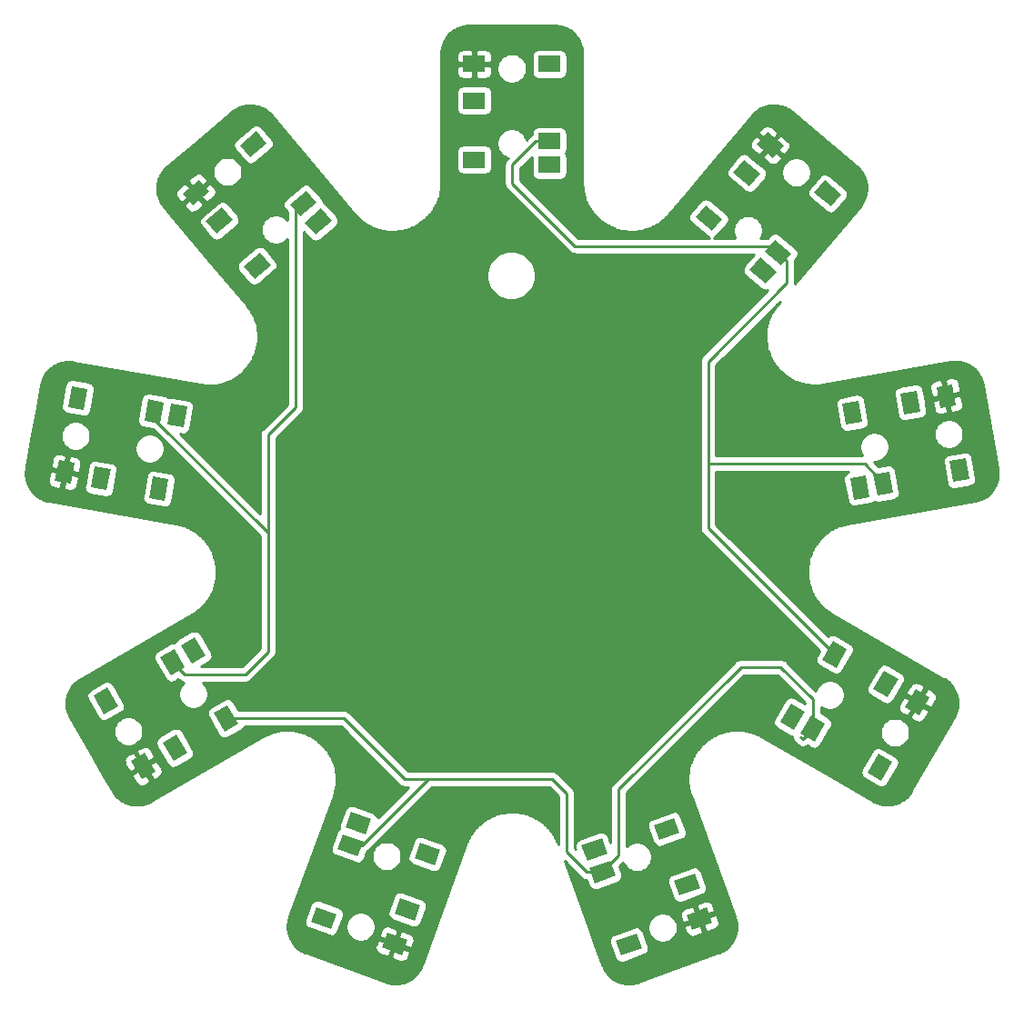
<source format=gbr>
%TF.GenerationSoftware,KiCad,Pcbnew,(5.1.9)-1*%
%TF.CreationDate,2022-02-26T00:47:13+09:00*%
%TF.ProjectId,passivemlt,70617373-6976-4656-9d6c-742e6b696361,rev?*%
%TF.SameCoordinates,Original*%
%TF.FileFunction,Copper,L1,Top*%
%TF.FilePolarity,Positive*%
%FSLAX46Y46*%
G04 Gerber Fmt 4.6, Leading zero omitted, Abs format (unit mm)*
G04 Created by KiCad (PCBNEW (5.1.9)-1) date 2022-02-26 00:47:13*
%MOMM*%
%LPD*%
G01*
G04 APERTURE LIST*
%TA.AperFunction,SMDPad,CuDef*%
%ADD10C,0.100000*%
%TD*%
%TA.AperFunction,SMDPad,CuDef*%
%ADD11R,2.000000X1.500000*%
%TD*%
%TA.AperFunction,Conductor*%
%ADD12C,0.250000*%
%TD*%
%TA.AperFunction,Conductor*%
%ADD13C,0.254000*%
%TD*%
%TA.AperFunction,Conductor*%
%ADD14C,0.100000*%
%TD*%
G04 APERTURE END LIST*
%TA.AperFunction,SMDPad,CuDef*%
D10*
%TO.P,J9,2*%
%TO.N,N/C*%
G36*
X119906100Y-62017155D02*
G01*
X118941919Y-60868088D01*
X120474008Y-59582513D01*
X121438189Y-60731580D01*
X119906100Y-62017155D01*
G37*
%TD.AperFunction*%
%TA.AperFunction,SMDPad,CuDef*%
%TO.P,J9,4*%
%TO.N,TIP3*%
G36*
X124534171Y-67532675D02*
G01*
X123569990Y-66383608D01*
X125102079Y-65098033D01*
X126066260Y-66247100D01*
X124534171Y-67532675D01*
G37*
%TD.AperFunction*%
%TA.AperFunction,SMDPad,CuDef*%
%TO.P,J9,5*%
%TO.N,N/C*%
G36*
X125948303Y-69217973D02*
G01*
X124984122Y-68068906D01*
X126516211Y-66783331D01*
X127480392Y-67932398D01*
X125948303Y-69217973D01*
G37*
%TD.AperFunction*%
%TA.AperFunction,SMDPad,CuDef*%
%TO.P,J9,1*%
%TO.N,GND*%
G36*
X114543789Y-66516669D02*
G01*
X113579608Y-65367602D01*
X115111697Y-64082027D01*
X116075878Y-65231094D01*
X114543789Y-66516669D01*
G37*
%TD.AperFunction*%
%TA.AperFunction,SMDPad,CuDef*%
%TO.P,J9,3*%
%TO.N,N/C*%
G36*
X116729267Y-69121220D02*
G01*
X115765086Y-67972153D01*
X117297175Y-66686578D01*
X118261356Y-67835645D01*
X116729267Y-69121220D01*
G37*
%TD.AperFunction*%
%TA.AperFunction,SMDPad,CuDef*%
%TO.P,J9,6*%
G36*
X120264598Y-73334464D02*
G01*
X119300417Y-72185397D01*
X120832506Y-70899822D01*
X121796687Y-72048889D01*
X120264598Y-73334464D01*
G37*
%TD.AperFunction*%
%TD*%
%TA.AperFunction,SMDPad,CuDef*%
%TO.P,J8,2*%
%TO.N,N/C*%
G36*
X104404130Y-85542070D02*
G01*
X102926918Y-85281598D01*
X103274214Y-83311982D01*
X104751426Y-83572454D01*
X104404130Y-85542070D01*
G37*
%TD.AperFunction*%
%TA.AperFunction,SMDPad,CuDef*%
%TO.P,J8,4*%
%TO.N,TIP3*%
G36*
X111494746Y-86792337D02*
G01*
X110017534Y-86531865D01*
X110364830Y-84562249D01*
X111842042Y-84822721D01*
X111494746Y-86792337D01*
G37*
%TD.AperFunction*%
%TA.AperFunction,SMDPad,CuDef*%
%TO.P,J8,5*%
%TO.N,N/C*%
G36*
X113661323Y-87174363D02*
G01*
X112184111Y-86913891D01*
X112531407Y-84944275D01*
X114008619Y-85204747D01*
X113661323Y-87174363D01*
G37*
%TD.AperFunction*%
%TA.AperFunction,SMDPad,CuDef*%
%TO.P,J8,1*%
%TO.N,GND*%
G36*
X103188593Y-92435725D02*
G01*
X101711381Y-92175253D01*
X102058677Y-90205637D01*
X103535889Y-90466109D01*
X103188593Y-92435725D01*
G37*
%TD.AperFunction*%
%TA.AperFunction,SMDPad,CuDef*%
%TO.P,J8,3*%
%TO.N,N/C*%
G36*
X106536939Y-93026129D02*
G01*
X105059727Y-92765657D01*
X105407023Y-90796041D01*
X106884235Y-91056513D01*
X106536939Y-93026129D01*
G37*
%TD.AperFunction*%
%TA.AperFunction,SMDPad,CuDef*%
%TO.P,J8,6*%
G36*
X111953382Y-93981193D02*
G01*
X110476170Y-93720721D01*
X110823466Y-91751105D01*
X112300678Y-92011577D01*
X111953382Y-93981193D01*
G37*
%TD.AperFunction*%
%TD*%
%TA.AperFunction,SMDPad,CuDef*%
%TO.P,J7,2*%
%TO.N,N/C*%
G36*
X107589200Y-113139936D02*
G01*
X106290162Y-113889936D01*
X105290162Y-112157886D01*
X106589200Y-111407886D01*
X107589200Y-113139936D01*
G37*
%TD.AperFunction*%
%TA.AperFunction,SMDPad,CuDef*%
%TO.P,J7,4*%
%TO.N,TIP3*%
G36*
X113824583Y-109539936D02*
G01*
X112525545Y-110289936D01*
X111525545Y-108557886D01*
X112824583Y-107807886D01*
X113824583Y-109539936D01*
G37*
%TD.AperFunction*%
%TA.AperFunction,SMDPad,CuDef*%
%TO.P,J7,5*%
%TO.N,N/C*%
G36*
X115729838Y-108439936D02*
G01*
X114430800Y-109189936D01*
X113430800Y-107457886D01*
X114729838Y-106707886D01*
X115729838Y-108439936D01*
G37*
%TD.AperFunction*%
%TA.AperFunction,SMDPad,CuDef*%
%TO.P,J7,1*%
%TO.N,GND*%
G36*
X111089200Y-119202114D02*
G01*
X109790162Y-119952114D01*
X108790162Y-118220064D01*
X110089200Y-117470064D01*
X111089200Y-119202114D01*
G37*
%TD.AperFunction*%
%TA.AperFunction,SMDPad,CuDef*%
%TO.P,J7,3*%
%TO.N,N/C*%
G36*
X114033686Y-117502114D02*
G01*
X112734648Y-118252114D01*
X111734648Y-116520064D01*
X113033686Y-115770064D01*
X114033686Y-117502114D01*
G37*
%TD.AperFunction*%
%TA.AperFunction,SMDPad,CuDef*%
%TO.P,J7,6*%
%TO.N,TIP2*%
G36*
X118796826Y-114752114D02*
G01*
X117497788Y-115502114D01*
X116497788Y-113770064D01*
X117796826Y-113020064D01*
X118796826Y-114752114D01*
G37*
%TD.AperFunction*%
%TD*%
%TA.AperFunction,SMDPad,CuDef*%
%TO.P,J6,2*%
%TO.N,N/C*%
G36*
X127959789Y-132496736D02*
G01*
X127446759Y-133906275D01*
X125567373Y-133222234D01*
X126080403Y-131812695D01*
X127959789Y-132496736D01*
G37*
%TD.AperFunction*%
%TA.AperFunction,SMDPad,CuDef*%
%TO.P,J6,4*%
%TO.N,TIP2*%
G36*
X130422334Y-125730949D02*
G01*
X129909304Y-127140488D01*
X128029918Y-126456447D01*
X128542948Y-125046908D01*
X130422334Y-125730949D01*
G37*
%TD.AperFunction*%
%TA.AperFunction,SMDPad,CuDef*%
%TO.P,J6,5*%
%TO.N,N/C*%
G36*
X131174779Y-123663625D02*
G01*
X130661749Y-125073164D01*
X128782363Y-124389123D01*
X129295393Y-122979584D01*
X131174779Y-123663625D01*
G37*
%TD.AperFunction*%
%TA.AperFunction,SMDPad,CuDef*%
%TO.P,J6,1*%
%TO.N,GND*%
G36*
X134537637Y-134890877D02*
G01*
X134024607Y-136300416D01*
X132145221Y-135616375D01*
X132658251Y-134206836D01*
X134537637Y-134890877D01*
G37*
%TD.AperFunction*%
%TA.AperFunction,SMDPad,CuDef*%
%TO.P,J6,3*%
%TO.N,N/C*%
G36*
X135700506Y-131695922D02*
G01*
X135187476Y-133105461D01*
X133308090Y-132421420D01*
X133821120Y-131011881D01*
X135700506Y-131695922D01*
G37*
%TD.AperFunction*%
%TA.AperFunction,SMDPad,CuDef*%
%TO.P,J6,6*%
G36*
X137581617Y-126527612D02*
G01*
X137068587Y-127937151D01*
X135189201Y-127253110D01*
X135702231Y-125843571D01*
X137581617Y-126527612D01*
G37*
%TD.AperFunction*%
%TD*%
%TA.AperFunction,SMDPad,CuDef*%
%TO.P,J5,2*%
%TO.N,N/C*%
G36*
X155831749Y-134286836D02*
G01*
X156344779Y-135696375D01*
X154465393Y-136380416D01*
X153952363Y-134970877D01*
X155831749Y-134286836D01*
G37*
%TD.AperFunction*%
%TA.AperFunction,SMDPad,CuDef*%
%TO.P,J5,4*%
%TO.N,TIP2*%
G36*
X153369203Y-127521049D02*
G01*
X153882233Y-128930588D01*
X152002847Y-129614629D01*
X151489817Y-128205090D01*
X153369203Y-127521049D01*
G37*
%TD.AperFunction*%
%TA.AperFunction,SMDPad,CuDef*%
%TO.P,J5,5*%
%TO.N,N/C*%
G36*
X152616759Y-125453725D02*
G01*
X153129789Y-126863264D01*
X151250403Y-127547305D01*
X150737373Y-126137766D01*
X152616759Y-125453725D01*
G37*
%TD.AperFunction*%
%TA.AperFunction,SMDPad,CuDef*%
%TO.P,J5,1*%
%TO.N,GND*%
G36*
X162409597Y-131892695D02*
G01*
X162922627Y-133302234D01*
X161043241Y-133986275D01*
X160530211Y-132576736D01*
X162409597Y-131892695D01*
G37*
%TD.AperFunction*%
%TA.AperFunction,SMDPad,CuDef*%
%TO.P,J5,3*%
%TO.N,N/C*%
G36*
X161246728Y-128697740D02*
G01*
X161759758Y-130107279D01*
X159880372Y-130791320D01*
X159367342Y-129381781D01*
X161246728Y-128697740D01*
G37*
%TD.AperFunction*%
%TA.AperFunction,SMDPad,CuDef*%
%TO.P,J5,6*%
G36*
X159365618Y-123529430D02*
G01*
X159878648Y-124938969D01*
X157999262Y-125623010D01*
X157486232Y-124213471D01*
X159365618Y-123529430D01*
G37*
%TD.AperFunction*%
%TD*%
%TA.AperFunction,SMDPad,CuDef*%
%TO.P,J4,2*%
%TO.N,N/C*%
G36*
X178360800Y-117580064D02*
G01*
X179659838Y-118330064D01*
X178659838Y-120062114D01*
X177360800Y-119312114D01*
X178360800Y-117580064D01*
G37*
%TD.AperFunction*%
%TA.AperFunction,SMDPad,CuDef*%
%TO.P,J4,4*%
%TO.N,TIP2*%
G36*
X172125417Y-113980064D02*
G01*
X173424455Y-114730064D01*
X172424455Y-116462114D01*
X171125417Y-115712114D01*
X172125417Y-113980064D01*
G37*
%TD.AperFunction*%
%TA.AperFunction,SMDPad,CuDef*%
%TO.P,J4,5*%
%TO.N,N/C*%
G36*
X170220162Y-112880064D02*
G01*
X171519200Y-113630064D01*
X170519200Y-115362114D01*
X169220162Y-114612114D01*
X170220162Y-112880064D01*
G37*
%TD.AperFunction*%
%TA.AperFunction,SMDPad,CuDef*%
%TO.P,J4,1*%
%TO.N,GND*%
G36*
X181860800Y-111517886D02*
G01*
X183159838Y-112267886D01*
X182159838Y-113999936D01*
X180860800Y-113249936D01*
X181860800Y-111517886D01*
G37*
%TD.AperFunction*%
%TA.AperFunction,SMDPad,CuDef*%
%TO.P,J4,3*%
%TO.N,N/C*%
G36*
X178916314Y-109817886D02*
G01*
X180215352Y-110567886D01*
X179215352Y-112299936D01*
X177916314Y-111549936D01*
X178916314Y-109817886D01*
G37*
%TD.AperFunction*%
%TA.AperFunction,SMDPad,CuDef*%
%TO.P,J4,6*%
%TO.N,TIP*%
G36*
X174153174Y-107067886D02*
G01*
X175452212Y-107817886D01*
X174452212Y-109549936D01*
X173153174Y-108799936D01*
X174153174Y-107067886D01*
G37*
%TD.AperFunction*%
%TD*%
%TA.AperFunction,SMDPad,CuDef*%
%TO.P,J3,2*%
%TO.N,N/C*%
G36*
X185004111Y-90296109D02*
G01*
X186481323Y-90035637D01*
X186828619Y-92005253D01*
X185351407Y-92265725D01*
X185004111Y-90296109D01*
G37*
%TD.AperFunction*%
%TA.AperFunction,SMDPad,CuDef*%
%TO.P,J3,4*%
%TO.N,TIP*%
G36*
X177913495Y-91546376D02*
G01*
X179390707Y-91285904D01*
X179738003Y-93255520D01*
X178260791Y-93515992D01*
X177913495Y-91546376D01*
G37*
%TD.AperFunction*%
%TA.AperFunction,SMDPad,CuDef*%
%TO.P,J3,5*%
%TO.N,N/C*%
G36*
X175746918Y-91928402D02*
G01*
X177224130Y-91667930D01*
X177571426Y-93637546D01*
X176094214Y-93898018D01*
X175746918Y-91928402D01*
G37*
%TD.AperFunction*%
%TA.AperFunction,SMDPad,CuDef*%
%TO.P,J3,1*%
%TO.N,GND*%
G36*
X183788574Y-83402454D02*
G01*
X185265786Y-83141982D01*
X185613082Y-85111598D01*
X184135870Y-85372070D01*
X183788574Y-83402454D01*
G37*
%TD.AperFunction*%
%TA.AperFunction,SMDPad,CuDef*%
%TO.P,J3,3*%
%TO.N,N/C*%
G36*
X180440227Y-83992858D02*
G01*
X181917439Y-83732386D01*
X182264735Y-85702002D01*
X180787523Y-85962474D01*
X180440227Y-83992858D01*
G37*
%TD.AperFunction*%
%TA.AperFunction,SMDPad,CuDef*%
%TO.P,J3,6*%
G36*
X175023785Y-84947923D02*
G01*
X176500997Y-84687451D01*
X176848293Y-86657067D01*
X175371081Y-86917539D01*
X175023785Y-84947923D01*
G37*
%TD.AperFunction*%
%TD*%
%TA.AperFunction,SMDPad,CuDef*%
%TO.P,J2,2*%
%TO.N,N/C*%
G36*
X172414122Y-65301094D02*
G01*
X173378303Y-64152027D01*
X174910392Y-65437602D01*
X173946211Y-66586669D01*
X172414122Y-65301094D01*
G37*
%TD.AperFunction*%
%TA.AperFunction,SMDPad,CuDef*%
%TO.P,J2,4*%
%TO.N,TIP*%
G36*
X167786052Y-70816614D02*
G01*
X168750233Y-69667547D01*
X170282322Y-70953122D01*
X169318141Y-72102189D01*
X167786052Y-70816614D01*
G37*
%TD.AperFunction*%
%TA.AperFunction,SMDPad,CuDef*%
%TO.P,J2,5*%
%TO.N,N/C*%
G36*
X166371919Y-72501912D02*
G01*
X167336100Y-71352845D01*
X168868189Y-72638420D01*
X167904008Y-73787487D01*
X166371919Y-72501912D01*
G37*
%TD.AperFunction*%
%TA.AperFunction,SMDPad,CuDef*%
%TO.P,J2,1*%
%TO.N,GND*%
G36*
X167051811Y-60801580D02*
G01*
X168015992Y-59652513D01*
X169548081Y-60938088D01*
X168583900Y-62087155D01*
X167051811Y-60801580D01*
G37*
%TD.AperFunction*%
%TA.AperFunction,SMDPad,CuDef*%
%TO.P,J2,3*%
%TO.N,N/C*%
G36*
X164866333Y-63406132D02*
G01*
X165830514Y-62257065D01*
X167362603Y-63542640D01*
X166398422Y-64691707D01*
X164866333Y-63406132D01*
G37*
%TD.AperFunction*%
%TA.AperFunction,SMDPad,CuDef*%
%TO.P,J2,6*%
G36*
X161331001Y-67619376D02*
G01*
X162295182Y-66470309D01*
X163827271Y-67755884D01*
X162863090Y-68904951D01*
X161331001Y-67619376D01*
G37*
%TD.AperFunction*%
%TD*%
D11*
%TO.P,J1,2*%
%TO.N,N/C*%
X147750000Y-53320000D03*
%TO.P,J1,4*%
%TO.N,TIP*%
X147750000Y-60520000D03*
%TO.P,J1,5*%
%TO.N,N/C*%
X147750000Y-62720000D03*
%TO.P,J1,1*%
%TO.N,GND*%
X140750000Y-53320000D03*
%TO.P,J1,3*%
%TO.N,N/C*%
X140750000Y-56720000D03*
%TO.P,J1,6*%
X140750000Y-62220000D03*
%TD*%
D12*
%TO.N,TIP*%
X146500000Y-60520000D02*
X144300000Y-62720000D01*
X147750000Y-60520000D02*
X146500000Y-60520000D01*
X144300000Y-62720000D02*
X144300000Y-64440000D01*
X144300000Y-64440000D02*
X150130000Y-70270000D01*
X168419319Y-70270000D02*
X169034187Y-70884868D01*
X150130000Y-70270000D02*
X168419319Y-70270000D01*
X169034187Y-70884868D02*
X169830000Y-71680681D01*
X169830000Y-71680681D02*
X169830000Y-73730000D01*
X169830000Y-73730000D02*
X162510000Y-81050000D01*
X162510000Y-96516218D02*
X174302693Y-108308911D01*
X178825749Y-92400948D02*
X178825749Y-92305749D01*
X177080000Y-90560000D02*
X162510000Y-90560000D01*
X162510000Y-90560000D02*
X162510000Y-96516218D01*
X178825749Y-92305749D02*
X177080000Y-90560000D01*
X162510000Y-81050000D02*
X162510000Y-90560000D01*
%TO.N,TIP2*%
X172274936Y-115221089D02*
X171316025Y-116180000D01*
X171316025Y-116180000D02*
X171118089Y-115982064D01*
X152686025Y-128567839D02*
X151217839Y-128567839D01*
X151217839Y-128567839D02*
X149330000Y-126680000D01*
X149330000Y-126680000D02*
X149330000Y-121230000D01*
X149330000Y-121230000D02*
X148020000Y-119920000D01*
X130290304Y-126093698D02*
X129226126Y-126093698D01*
X136464002Y-119920000D02*
X130290304Y-126093698D01*
X148020000Y-119920000D02*
X136464002Y-119920000D01*
X136464002Y-119920000D02*
X134280000Y-119920000D01*
X128621089Y-114261089D02*
X117647307Y-114261089D01*
X134280000Y-119920000D02*
X128621089Y-114261089D01*
X172274936Y-115221089D02*
X172274936Y-112484936D01*
X172274936Y-112484936D02*
X169280000Y-109490000D01*
X169280000Y-109490000D02*
X165570000Y-109490000D01*
X165570000Y-109490000D02*
X154190000Y-120870000D01*
X154190000Y-127063864D02*
X152686025Y-128567839D01*
X154190000Y-120870000D02*
X154190000Y-127063864D01*
%TO.N,TIP3*%
X112675064Y-109048911D02*
X113796153Y-110170000D01*
X113796153Y-110170000D02*
X119420000Y-110170000D01*
X119420000Y-110170000D02*
X121550000Y-108040000D01*
X121550000Y-108040000D02*
X121550000Y-97010000D01*
X110929788Y-86389788D02*
X110929788Y-85677293D01*
X121550000Y-97010000D02*
X110929788Y-86389788D01*
X121550000Y-97010000D02*
X121550000Y-87870000D01*
X124108318Y-67025161D02*
X124818125Y-66315354D01*
X124108318Y-85311682D02*
X124108318Y-67025161D01*
X121550000Y-87870000D02*
X124108318Y-85311682D01*
%TD*%
D13*
%TO.N,GND*%
X148313805Y-49743929D02*
X148447687Y-49754109D01*
X148579402Y-49770846D01*
X148708833Y-49793960D01*
X148835933Y-49823295D01*
X148960543Y-49858680D01*
X149082536Y-49899958D01*
X149201811Y-49946986D01*
X149318208Y-49999609D01*
X149431545Y-50057656D01*
X149541708Y-50120999D01*
X149648477Y-50189446D01*
X149751722Y-50262865D01*
X149851222Y-50341057D01*
X149946844Y-50423887D01*
X150038366Y-50511145D01*
X150125615Y-50602660D01*
X150208427Y-50698260D01*
X150286635Y-50797782D01*
X150360047Y-50901016D01*
X150428500Y-51007795D01*
X150491837Y-51117947D01*
X150549893Y-51231301D01*
X150602505Y-51347676D01*
X150649536Y-51466958D01*
X150690814Y-51588952D01*
X150726198Y-51713556D01*
X150755533Y-51840658D01*
X150778648Y-51970092D01*
X150795385Y-52101810D01*
X150805565Y-52235688D01*
X150809224Y-52380362D01*
X150809224Y-64355338D01*
X150810066Y-64363930D01*
X150809440Y-64372540D01*
X150809747Y-64382099D01*
X150822830Y-64716728D01*
X150825897Y-64739008D01*
X150826052Y-64761491D01*
X150827116Y-64770996D01*
X150865543Y-65093568D01*
X150870441Y-65115855D01*
X150872430Y-65138581D01*
X150874255Y-65147969D01*
X150936792Y-65458035D01*
X150943511Y-65480008D01*
X150947358Y-65502657D01*
X150949936Y-65511867D01*
X151035351Y-65808977D01*
X151043822Y-65830329D01*
X151049484Y-65852584D01*
X151052797Y-65861556D01*
X151159854Y-66145261D01*
X151169957Y-66165726D01*
X151177341Y-66187312D01*
X151181365Y-66195989D01*
X151308832Y-66465841D01*
X151320405Y-66485191D01*
X151329378Y-66505877D01*
X151334080Y-66514205D01*
X151480723Y-66769755D01*
X151493588Y-66787825D01*
X151503988Y-66807423D01*
X151509329Y-66815357D01*
X151673914Y-67056156D01*
X151687891Y-67072841D01*
X151699545Y-67091215D01*
X151705484Y-67098713D01*
X151886777Y-67324312D01*
X151901688Y-67339546D01*
X151914437Y-67356623D01*
X151920928Y-67363647D01*
X152117697Y-67573597D01*
X152133386Y-67587359D01*
X152147080Y-67603097D01*
X152154078Y-67609617D01*
X152365089Y-67803468D01*
X152381421Y-67815763D01*
X152395936Y-67830157D01*
X152403394Y-67836145D01*
X152627411Y-68013449D01*
X152644291Y-68024311D01*
X152659525Y-68037373D01*
X152667397Y-68042806D01*
X152903188Y-68203114D01*
X152920541Y-68212579D01*
X152936424Y-68224337D01*
X152944664Y-68229193D01*
X153190997Y-68372055D01*
X153208775Y-68380161D01*
X153225256Y-68390641D01*
X153233818Y-68394902D01*
X153489459Y-68519870D01*
X153507630Y-68526646D01*
X153524686Y-68535874D01*
X153533528Y-68539521D01*
X153797241Y-68646146D01*
X153815803Y-68651614D01*
X153833422Y-68659601D01*
X153842498Y-68662618D01*
X154113052Y-68750450D01*
X154131995Y-68754610D01*
X154150174Y-68761352D01*
X154159440Y-68763722D01*
X154435599Y-68832314D01*
X154454925Y-68835150D01*
X154473679Y-68840630D01*
X154483089Y-68842338D01*
X154763622Y-68891239D01*
X154783329Y-68892717D01*
X154802649Y-68896890D01*
X154812157Y-68897921D01*
X155095828Y-68926682D01*
X155115897Y-68926748D01*
X155135768Y-68929555D01*
X155145326Y-68929896D01*
X155430903Y-68938070D01*
X155451302Y-68936658D01*
X155471698Y-68938022D01*
X155481255Y-68937659D01*
X155767503Y-68924795D01*
X155788154Y-68921829D01*
X155809019Y-68921663D01*
X155818523Y-68920588D01*
X156104210Y-68886238D01*
X156125022Y-68881641D01*
X156146260Y-68879852D01*
X156155654Y-68878057D01*
X156439545Y-68821772D01*
X156460378Y-68815476D01*
X156481859Y-68811979D01*
X156491087Y-68809464D01*
X156771949Y-68730794D01*
X156792623Y-68722755D01*
X156814171Y-68717482D01*
X156823172Y-68714250D01*
X157099773Y-68612748D01*
X157120087Y-68602949D01*
X157141487Y-68595865D01*
X157150202Y-68591927D01*
X157421306Y-68467142D01*
X157441002Y-68455625D01*
X157462017Y-68446737D01*
X157470388Y-68442111D01*
X157734763Y-68293595D01*
X157753598Y-68280443D01*
X157773959Y-68269816D01*
X157781929Y-68264529D01*
X158038338Y-68091831D01*
X158056051Y-68077198D01*
X158075488Y-68064959D01*
X158083005Y-68059045D01*
X158330218Y-67861719D01*
X158346574Y-67845816D01*
X158364842Y-67832146D01*
X158371859Y-67825647D01*
X158608642Y-67603244D01*
X158623453Y-67586321D01*
X158640331Y-67571462D01*
X158646810Y-67564426D01*
X158871928Y-67316495D01*
X158877082Y-67309565D01*
X158883331Y-67303614D01*
X158889530Y-67296331D01*
X160517069Y-65356706D01*
X171778478Y-65356706D01*
X171801541Y-65479645D01*
X171848145Y-65595723D01*
X171916500Y-65700478D01*
X172003977Y-65789886D01*
X173536066Y-67075461D01*
X173639306Y-67146084D01*
X173754339Y-67195209D01*
X173876746Y-67220949D01*
X174001823Y-67222313D01*
X174124762Y-67199250D01*
X174240840Y-67152646D01*
X174345595Y-67084291D01*
X174435003Y-66996814D01*
X175399184Y-65847747D01*
X175469807Y-65744507D01*
X175518932Y-65629474D01*
X175544672Y-65507067D01*
X175546036Y-65381990D01*
X175522973Y-65259051D01*
X175476369Y-65142973D01*
X175408014Y-65038218D01*
X175320537Y-64948810D01*
X173788448Y-63663235D01*
X173685208Y-63592612D01*
X173570175Y-63543487D01*
X173447768Y-63517747D01*
X173322691Y-63516383D01*
X173199752Y-63539446D01*
X173083674Y-63586050D01*
X172978919Y-63654405D01*
X172889511Y-63741882D01*
X171925330Y-64890949D01*
X171854707Y-64994189D01*
X171805582Y-65109222D01*
X171779842Y-65231629D01*
X171778478Y-65356706D01*
X160517069Y-65356706D01*
X162107132Y-63461744D01*
X164230689Y-63461744D01*
X164253752Y-63584683D01*
X164300356Y-63700761D01*
X164368711Y-63805516D01*
X164456188Y-63894924D01*
X165988277Y-65180499D01*
X166091517Y-65251122D01*
X166206550Y-65300247D01*
X166328957Y-65325987D01*
X166454034Y-65327351D01*
X166576973Y-65304288D01*
X166693051Y-65257684D01*
X166797806Y-65189329D01*
X166887214Y-65101852D01*
X167851395Y-63952785D01*
X167922018Y-63849545D01*
X167971143Y-63734512D01*
X167996883Y-63612105D01*
X167998247Y-63487028D01*
X167975184Y-63364089D01*
X167945277Y-63289598D01*
X169338987Y-63289598D01*
X169338987Y-63562420D01*
X169392212Y-63829998D01*
X169496616Y-64082052D01*
X169648188Y-64308895D01*
X169841101Y-64501808D01*
X170067944Y-64653380D01*
X170319998Y-64757784D01*
X170587576Y-64811009D01*
X170860398Y-64811009D01*
X171127976Y-64757784D01*
X171380030Y-64653380D01*
X171606873Y-64501808D01*
X171799786Y-64308895D01*
X171951358Y-64082052D01*
X172055762Y-63829998D01*
X172108987Y-63562420D01*
X172108987Y-63289598D01*
X172055762Y-63022020D01*
X171951358Y-62769966D01*
X171799786Y-62543123D01*
X171606873Y-62350210D01*
X171380030Y-62198638D01*
X171127976Y-62094234D01*
X170860398Y-62041009D01*
X170587576Y-62041009D01*
X170319998Y-62094234D01*
X170067944Y-62198638D01*
X169841101Y-62350210D01*
X169648188Y-62543123D01*
X169496616Y-62769966D01*
X169392212Y-63022020D01*
X169338987Y-63289598D01*
X167945277Y-63289598D01*
X167928580Y-63248011D01*
X167860225Y-63143256D01*
X167772748Y-63053848D01*
X166386717Y-61890830D01*
X167609015Y-61890830D01*
X167628582Y-62114482D01*
X168173755Y-62575946D01*
X168276994Y-62646570D01*
X168392028Y-62695696D01*
X168514435Y-62721434D01*
X168639511Y-62722799D01*
X168762450Y-62699736D01*
X168878529Y-62653132D01*
X168983284Y-62584778D01*
X169072691Y-62497300D01*
X169368752Y-62139689D01*
X169349185Y-61916037D01*
X168315600Y-61048756D01*
X167609015Y-61890830D01*
X166386717Y-61890830D01*
X166240659Y-61768273D01*
X166137419Y-61697650D01*
X166022386Y-61648525D01*
X165899979Y-61622785D01*
X165774902Y-61621421D01*
X165651963Y-61644484D01*
X165535885Y-61691088D01*
X165431130Y-61759443D01*
X165341722Y-61846920D01*
X164377541Y-62995987D01*
X164306918Y-63099227D01*
X164257793Y-63214260D01*
X164232053Y-63336667D01*
X164230689Y-63461744D01*
X162107132Y-63461744D01*
X164292612Y-60857191D01*
X166416167Y-60857191D01*
X166439230Y-60980130D01*
X166485834Y-61096209D01*
X166554188Y-61200964D01*
X166641666Y-61290371D01*
X167190788Y-61747129D01*
X167414440Y-61727562D01*
X168121024Y-60885488D01*
X168083713Y-60854180D01*
X168478868Y-60854180D01*
X169512453Y-61721462D01*
X169736105Y-61701895D01*
X170036873Y-61348233D01*
X170107496Y-61244994D01*
X170156622Y-61129960D01*
X170182360Y-61007553D01*
X170183725Y-60882477D01*
X170160662Y-60759538D01*
X170114058Y-60643459D01*
X170045704Y-60538704D01*
X169958226Y-60449297D01*
X169409104Y-59992539D01*
X169185452Y-60012106D01*
X168478868Y-60854180D01*
X168083713Y-60854180D01*
X167087439Y-60018206D01*
X166863787Y-60037773D01*
X166563019Y-60391435D01*
X166492396Y-60494674D01*
X166443270Y-60609708D01*
X166417532Y-60732115D01*
X166416167Y-60857191D01*
X164292612Y-60857191D01*
X165347539Y-59599979D01*
X167231140Y-59599979D01*
X167250707Y-59823631D01*
X168284292Y-60690912D01*
X168990877Y-59848838D01*
X168971310Y-59625186D01*
X168426137Y-59163722D01*
X168322898Y-59093098D01*
X168207864Y-59043972D01*
X168085457Y-59018234D01*
X167960381Y-59016869D01*
X167837442Y-59039932D01*
X167721363Y-59086536D01*
X167616608Y-59154890D01*
X167527201Y-59242368D01*
X167231140Y-59599979D01*
X165347539Y-59599979D01*
X166592561Y-58116221D01*
X166688361Y-58007742D01*
X166782223Y-57911721D01*
X166879706Y-57821583D01*
X166980621Y-57737280D01*
X167084764Y-57658792D01*
X167191979Y-57586073D01*
X167302025Y-57519148D01*
X167414714Y-57458010D01*
X167529829Y-57402677D01*
X167647174Y-57353157D01*
X167766492Y-57309488D01*
X167887557Y-57271697D01*
X168010168Y-57239798D01*
X168134014Y-57213839D01*
X168258927Y-57193831D01*
X168384601Y-57179810D01*
X168510793Y-57171795D01*
X168637271Y-57169809D01*
X168763776Y-57173869D01*
X168890034Y-57183989D01*
X169015842Y-57200188D01*
X169140928Y-57222473D01*
X169265075Y-57250861D01*
X169388068Y-57285369D01*
X169509650Y-57326005D01*
X169629652Y-57372807D01*
X169747845Y-57425794D01*
X169864057Y-57485018D01*
X169978072Y-57550512D01*
X170089720Y-57622348D01*
X170198826Y-57700610D01*
X170312026Y-57790820D01*
X176325329Y-62836588D01*
X176433788Y-62932371D01*
X176529815Y-63026239D01*
X176619943Y-63123712D01*
X176704250Y-63224633D01*
X176782741Y-63328779D01*
X176855454Y-63435987D01*
X176922378Y-63546030D01*
X176983514Y-63658715D01*
X177038856Y-63773848D01*
X177088365Y-63891164D01*
X177132044Y-64010514D01*
X177169831Y-64131562D01*
X177201731Y-64254178D01*
X177227691Y-64378034D01*
X177247697Y-64502929D01*
X177261720Y-64628614D01*
X177269734Y-64754816D01*
X177271720Y-64881261D01*
X177267660Y-65007784D01*
X177257540Y-65134040D01*
X177241341Y-65259850D01*
X177219057Y-65384933D01*
X177190666Y-65509092D01*
X177156165Y-65632061D01*
X177115524Y-65753657D01*
X177068723Y-65873656D01*
X177015729Y-65991866D01*
X176956518Y-66108055D01*
X176891010Y-66222092D01*
X176819174Y-66333739D01*
X176740915Y-66442842D01*
X176650741Y-66555999D01*
X170588708Y-73780453D01*
X170590000Y-73767333D01*
X170590000Y-73767324D01*
X170593676Y-73730001D01*
X170590000Y-73692678D01*
X170590000Y-71718014D01*
X170593677Y-71680681D01*
X170584338Y-71585858D01*
X170771114Y-71363267D01*
X170841737Y-71260027D01*
X170890862Y-71144994D01*
X170916602Y-71022587D01*
X170917966Y-70897510D01*
X170894903Y-70774571D01*
X170848299Y-70658493D01*
X170779944Y-70553738D01*
X170692467Y-70464330D01*
X169160378Y-69178755D01*
X169057138Y-69108132D01*
X168942105Y-69059007D01*
X168819698Y-69033267D01*
X168694621Y-69031903D01*
X168571682Y-69054966D01*
X168455604Y-69101570D01*
X168350849Y-69169925D01*
X168261441Y-69257402D01*
X168049486Y-69510000D01*
X167407987Y-69510000D01*
X167451844Y-69444363D01*
X167556248Y-69192309D01*
X167609473Y-68924731D01*
X167609473Y-68651909D01*
X167556248Y-68384331D01*
X167451844Y-68132277D01*
X167300272Y-67905434D01*
X167107359Y-67712521D01*
X166880516Y-67560949D01*
X166628462Y-67456545D01*
X166360884Y-67403320D01*
X166088062Y-67403320D01*
X165820484Y-67456545D01*
X165568430Y-67560949D01*
X165341587Y-67712521D01*
X165148674Y-67905434D01*
X164997102Y-68132277D01*
X164892698Y-68384331D01*
X164839473Y-68651909D01*
X164839473Y-68924731D01*
X164892698Y-69192309D01*
X164997102Y-69444363D01*
X165040959Y-69510000D01*
X163060401Y-69510000D01*
X163157719Y-69470928D01*
X163262474Y-69402573D01*
X163351882Y-69315096D01*
X164316063Y-68166029D01*
X164386686Y-68062789D01*
X164435811Y-67947756D01*
X164461551Y-67825349D01*
X164462915Y-67700272D01*
X164439852Y-67577333D01*
X164393248Y-67461255D01*
X164324893Y-67356500D01*
X164237416Y-67267092D01*
X162705327Y-65981517D01*
X162602087Y-65910894D01*
X162487054Y-65861769D01*
X162364647Y-65836029D01*
X162239570Y-65834665D01*
X162116631Y-65857728D01*
X162000553Y-65904332D01*
X161895798Y-65972687D01*
X161806390Y-66060164D01*
X160842209Y-67209231D01*
X160771586Y-67312471D01*
X160722461Y-67427504D01*
X160696721Y-67549911D01*
X160695357Y-67674988D01*
X160718420Y-67797927D01*
X160765024Y-67914005D01*
X160833379Y-68018760D01*
X160920856Y-68108168D01*
X162452945Y-69393743D01*
X162556185Y-69464366D01*
X162663043Y-69510000D01*
X150444802Y-69510000D01*
X145060000Y-64125199D01*
X145060000Y-63034801D01*
X146111928Y-61982874D01*
X146111928Y-63470000D01*
X146124188Y-63594482D01*
X146160498Y-63714180D01*
X146219463Y-63824494D01*
X146298815Y-63921185D01*
X146395506Y-64000537D01*
X146505820Y-64059502D01*
X146625518Y-64095812D01*
X146750000Y-64108072D01*
X148750000Y-64108072D01*
X148874482Y-64095812D01*
X148994180Y-64059502D01*
X149104494Y-64000537D01*
X149201185Y-63921185D01*
X149280537Y-63824494D01*
X149339502Y-63714180D01*
X149375812Y-63594482D01*
X149388072Y-63470000D01*
X149388072Y-61970000D01*
X149375812Y-61845518D01*
X149339502Y-61725820D01*
X149282939Y-61620000D01*
X149339502Y-61514180D01*
X149375812Y-61394482D01*
X149388072Y-61270000D01*
X149388072Y-59770000D01*
X149375812Y-59645518D01*
X149339502Y-59525820D01*
X149280537Y-59415506D01*
X149201185Y-59318815D01*
X149104494Y-59239463D01*
X148994180Y-59180498D01*
X148874482Y-59144188D01*
X148750000Y-59131928D01*
X146750000Y-59131928D01*
X146625518Y-59144188D01*
X146505820Y-59180498D01*
X146395506Y-59239463D01*
X146298815Y-59318815D01*
X146219463Y-59415506D01*
X146160498Y-59525820D01*
X146124188Y-59645518D01*
X146111928Y-59770000D01*
X146111928Y-59865674D01*
X146075724Y-59885026D01*
X145959999Y-59979999D01*
X145936201Y-60008997D01*
X145589641Y-60355557D01*
X145581775Y-60316011D01*
X145477371Y-60063957D01*
X145325799Y-59837114D01*
X145132886Y-59644201D01*
X144906043Y-59492629D01*
X144653989Y-59388225D01*
X144386411Y-59335000D01*
X144113589Y-59335000D01*
X143846011Y-59388225D01*
X143593957Y-59492629D01*
X143367114Y-59644201D01*
X143174201Y-59837114D01*
X143022629Y-60063957D01*
X142918225Y-60316011D01*
X142865000Y-60583589D01*
X142865000Y-60856411D01*
X142918225Y-61123989D01*
X143022629Y-61376043D01*
X143174201Y-61602886D01*
X143367114Y-61795799D01*
X143593957Y-61947371D01*
X143846011Y-62051775D01*
X143885558Y-62059641D01*
X143789003Y-62156196D01*
X143759999Y-62179999D01*
X143732638Y-62213339D01*
X143665026Y-62295724D01*
X143601942Y-62413745D01*
X143594454Y-62427754D01*
X143550997Y-62571015D01*
X143540000Y-62682668D01*
X143540000Y-62682678D01*
X143536324Y-62720000D01*
X143540000Y-62757323D01*
X143540001Y-64402668D01*
X143536324Y-64440000D01*
X143540001Y-64477333D01*
X143550998Y-64588986D01*
X143558957Y-64615225D01*
X143594454Y-64732246D01*
X143665026Y-64864276D01*
X143728005Y-64941015D01*
X143760000Y-64980001D01*
X143788998Y-65003799D01*
X149566200Y-70781002D01*
X149589999Y-70810001D01*
X149618997Y-70833799D01*
X149705723Y-70904974D01*
X149776303Y-70942700D01*
X149837753Y-70975546D01*
X149981014Y-71019003D01*
X150092667Y-71030000D01*
X150092676Y-71030000D01*
X150129999Y-71033676D01*
X150167322Y-71030000D01*
X166774055Y-71030000D01*
X165883127Y-72091767D01*
X165812504Y-72195007D01*
X165763379Y-72310040D01*
X165737639Y-72432447D01*
X165736275Y-72557524D01*
X165759338Y-72680463D01*
X165805942Y-72796541D01*
X165874297Y-72901296D01*
X165961774Y-72990704D01*
X167493863Y-74276279D01*
X167597103Y-74346902D01*
X167712136Y-74396027D01*
X167834543Y-74421767D01*
X167959620Y-74423131D01*
X168082559Y-74400068D01*
X168086855Y-74398343D01*
X161999003Y-80486196D01*
X161969999Y-80509999D01*
X161925577Y-80564128D01*
X161875026Y-80625724D01*
X161817852Y-80732688D01*
X161804454Y-80757754D01*
X161760997Y-80901015D01*
X161750000Y-81012668D01*
X161750000Y-81012678D01*
X161746324Y-81050000D01*
X161750000Y-81087322D01*
X161750001Y-90522657D01*
X161746323Y-90560000D01*
X161750000Y-90597333D01*
X161750001Y-96478886D01*
X161746324Y-96516218D01*
X161750001Y-96553551D01*
X161760998Y-96665204D01*
X161765558Y-96680237D01*
X161804454Y-96808464D01*
X161875026Y-96940494D01*
X161941029Y-97020918D01*
X161970000Y-97056219D01*
X161998998Y-97080017D01*
X172893149Y-107974170D01*
X172600588Y-108480900D01*
X172548964Y-108594834D01*
X172520561Y-108716651D01*
X172516468Y-108841668D01*
X172536844Y-108965081D01*
X172580905Y-109082148D01*
X172646957Y-109188370D01*
X172732464Y-109279664D01*
X172834138Y-109352523D01*
X174133176Y-110102523D01*
X174247110Y-110154146D01*
X174368927Y-110182549D01*
X174493944Y-110186642D01*
X174617357Y-110166266D01*
X174734424Y-110122205D01*
X174840646Y-110056153D01*
X174931940Y-109970646D01*
X175004798Y-109868972D01*
X176004798Y-108136922D01*
X176056422Y-108022988D01*
X176084825Y-107901171D01*
X176088918Y-107776154D01*
X176068542Y-107652741D01*
X176024481Y-107535674D01*
X175958429Y-107429452D01*
X175872922Y-107338158D01*
X175771248Y-107265299D01*
X174472210Y-106515299D01*
X174358276Y-106463676D01*
X174236459Y-106435273D01*
X174111442Y-106431180D01*
X173988029Y-106451556D01*
X173870962Y-106495617D01*
X173764740Y-106561669D01*
X173695296Y-106626711D01*
X163270000Y-96201417D01*
X163270000Y-91320000D01*
X175564692Y-91320000D01*
X175515657Y-91333714D01*
X175404082Y-91390257D01*
X175305683Y-91467482D01*
X175224240Y-91562419D01*
X175162883Y-91671420D01*
X175123971Y-91790298D01*
X175108998Y-91914482D01*
X175118540Y-92039202D01*
X175465836Y-94008818D01*
X175499526Y-94129279D01*
X175556069Y-94240854D01*
X175633294Y-94339253D01*
X175728231Y-94420696D01*
X175837232Y-94482053D01*
X175956110Y-94520965D01*
X176080294Y-94535938D01*
X176205014Y-94526396D01*
X177682226Y-94265924D01*
X177802687Y-94232234D01*
X177914262Y-94175691D01*
X178008652Y-94101612D01*
X178122687Y-94138939D01*
X178246871Y-94153912D01*
X178371591Y-94144370D01*
X179848803Y-93883898D01*
X179969264Y-93850208D01*
X180080839Y-93793665D01*
X180179238Y-93716440D01*
X180260681Y-93621503D01*
X180322038Y-93512502D01*
X180360950Y-93393624D01*
X180375923Y-93269440D01*
X180366381Y-93144720D01*
X180019085Y-91175104D01*
X179985395Y-91054643D01*
X179928852Y-90943068D01*
X179851627Y-90844669D01*
X179756690Y-90763226D01*
X179647689Y-90701869D01*
X179528811Y-90662957D01*
X179404627Y-90647984D01*
X179279907Y-90657526D01*
X178406358Y-90811556D01*
X177968651Y-90373850D01*
X178157430Y-90373850D01*
X178425008Y-90320625D01*
X178517800Y-90282189D01*
X184366191Y-90282189D01*
X184375733Y-90406909D01*
X184723029Y-92376525D01*
X184756719Y-92496986D01*
X184813262Y-92608561D01*
X184890487Y-92706960D01*
X184985424Y-92788403D01*
X185094425Y-92849760D01*
X185213303Y-92888672D01*
X185337487Y-92903645D01*
X185462207Y-92894103D01*
X186939419Y-92633631D01*
X187059880Y-92599941D01*
X187171455Y-92543398D01*
X187269854Y-92466173D01*
X187351297Y-92371236D01*
X187412654Y-92262235D01*
X187451566Y-92143357D01*
X187466539Y-92019173D01*
X187456997Y-91894453D01*
X187109701Y-89924837D01*
X187076011Y-89804376D01*
X187019468Y-89692801D01*
X186942243Y-89594402D01*
X186847306Y-89512959D01*
X186738305Y-89451602D01*
X186619427Y-89412690D01*
X186495243Y-89397717D01*
X186370523Y-89407259D01*
X184893311Y-89667731D01*
X184772850Y-89701421D01*
X184661275Y-89757964D01*
X184562876Y-89835189D01*
X184481433Y-89930126D01*
X184420076Y-90039127D01*
X184381164Y-90158005D01*
X184366191Y-90282189D01*
X178517800Y-90282189D01*
X178677062Y-90216221D01*
X178903905Y-90064649D01*
X179096818Y-89871736D01*
X179248390Y-89644893D01*
X179352794Y-89392839D01*
X179406019Y-89125261D01*
X179406019Y-88852439D01*
X179352794Y-88584861D01*
X179248390Y-88332807D01*
X179096818Y-88105964D01*
X178903905Y-87913051D01*
X178677062Y-87761479D01*
X178425008Y-87657075D01*
X178323593Y-87636902D01*
X183529673Y-87636902D01*
X183529673Y-87909724D01*
X183582898Y-88177302D01*
X183687302Y-88429356D01*
X183838874Y-88656199D01*
X184031787Y-88849112D01*
X184258630Y-89000684D01*
X184510684Y-89105088D01*
X184778262Y-89158313D01*
X185051084Y-89158313D01*
X185318662Y-89105088D01*
X185570716Y-89000684D01*
X185797559Y-88849112D01*
X185990472Y-88656199D01*
X186142044Y-88429356D01*
X186246448Y-88177302D01*
X186299673Y-87909724D01*
X186299673Y-87636902D01*
X186246448Y-87369324D01*
X186142044Y-87117270D01*
X185990472Y-86890427D01*
X185797559Y-86697514D01*
X185570716Y-86545942D01*
X185318662Y-86441538D01*
X185051084Y-86388313D01*
X184778262Y-86388313D01*
X184510684Y-86441538D01*
X184258630Y-86545942D01*
X184031787Y-86697514D01*
X183838874Y-86890427D01*
X183687302Y-87117270D01*
X183582898Y-87369324D01*
X183529673Y-87636902D01*
X178323593Y-87636902D01*
X178157430Y-87603850D01*
X177884608Y-87603850D01*
X177617030Y-87657075D01*
X177364976Y-87761479D01*
X177138133Y-87913051D01*
X176945220Y-88105964D01*
X176793648Y-88332807D01*
X176689244Y-88584861D01*
X176636019Y-88852439D01*
X176636019Y-89125261D01*
X176689244Y-89392839D01*
X176793648Y-89644893D01*
X176897287Y-89800000D01*
X163270000Y-89800000D01*
X163270000Y-84934003D01*
X174385865Y-84934003D01*
X174395407Y-85058723D01*
X174742703Y-87028339D01*
X174776393Y-87148800D01*
X174832936Y-87260375D01*
X174910161Y-87358774D01*
X175005098Y-87440217D01*
X175114099Y-87501574D01*
X175232977Y-87540486D01*
X175357161Y-87555459D01*
X175481881Y-87545917D01*
X176959093Y-87285445D01*
X177079554Y-87251755D01*
X177191129Y-87195212D01*
X177289528Y-87117987D01*
X177370971Y-87023050D01*
X177432328Y-86914049D01*
X177471240Y-86795171D01*
X177486213Y-86670987D01*
X177476671Y-86546267D01*
X177129375Y-84576651D01*
X177095685Y-84456190D01*
X177039142Y-84344615D01*
X176961917Y-84246216D01*
X176866980Y-84164773D01*
X176757979Y-84103416D01*
X176639101Y-84064504D01*
X176514917Y-84049531D01*
X176390197Y-84059073D01*
X174912985Y-84319545D01*
X174792524Y-84353235D01*
X174680949Y-84409778D01*
X174582550Y-84487003D01*
X174501107Y-84581940D01*
X174439750Y-84690941D01*
X174400838Y-84809819D01*
X174385865Y-84934003D01*
X163270000Y-84934003D01*
X163270000Y-83978938D01*
X179802307Y-83978938D01*
X179811849Y-84103658D01*
X180159145Y-86073274D01*
X180192835Y-86193735D01*
X180249378Y-86305310D01*
X180326603Y-86403709D01*
X180421540Y-86485152D01*
X180530541Y-86546509D01*
X180649419Y-86585421D01*
X180773603Y-86600394D01*
X180898323Y-86590852D01*
X182375535Y-86330380D01*
X182495996Y-86296690D01*
X182607571Y-86240147D01*
X182705970Y-86162922D01*
X182787413Y-86067985D01*
X182848770Y-85958984D01*
X182887682Y-85840106D01*
X182902655Y-85715922D01*
X182893113Y-85591202D01*
X182749890Y-84778938D01*
X183386489Y-84778938D01*
X183507492Y-85482870D01*
X183541182Y-85603332D01*
X183597726Y-85714906D01*
X183674951Y-85813305D01*
X183769887Y-85894748D01*
X183878889Y-85956104D01*
X183997766Y-85995017D01*
X184121951Y-86009990D01*
X184246670Y-86000448D01*
X184703334Y-85916807D01*
X184832106Y-85732902D01*
X184597811Y-84404150D01*
X183515261Y-84595033D01*
X183386489Y-84778938D01*
X182749890Y-84778938D01*
X182676028Y-84360043D01*
X184847952Y-84360043D01*
X185082247Y-85688795D01*
X185266152Y-85817567D01*
X185723882Y-85739976D01*
X185844344Y-85706286D01*
X185955918Y-85649742D01*
X186054317Y-85572517D01*
X186135760Y-85477581D01*
X186197116Y-85368579D01*
X186236030Y-85249702D01*
X186251003Y-85125517D01*
X186241460Y-85000798D01*
X186114407Y-84297932D01*
X185930502Y-84169161D01*
X184847952Y-84360043D01*
X182676028Y-84360043D01*
X182545817Y-83621586D01*
X182512127Y-83501125D01*
X182455584Y-83389550D01*
X182454788Y-83388535D01*
X183150653Y-83388535D01*
X183160196Y-83513254D01*
X183287249Y-84216120D01*
X183471154Y-84344891D01*
X184553704Y-84154009D01*
X184319409Y-82825257D01*
X184256418Y-82781150D01*
X184569550Y-82781150D01*
X184803845Y-84109902D01*
X185886395Y-83919019D01*
X186015167Y-83735114D01*
X185894164Y-83031182D01*
X185860474Y-82910720D01*
X185803930Y-82799146D01*
X185726705Y-82700747D01*
X185631769Y-82619304D01*
X185522767Y-82557948D01*
X185403890Y-82519035D01*
X185279705Y-82504062D01*
X185154986Y-82513604D01*
X184698322Y-82597245D01*
X184569550Y-82781150D01*
X184256418Y-82781150D01*
X184135504Y-82696485D01*
X183677774Y-82774076D01*
X183557312Y-82807766D01*
X183445738Y-82864310D01*
X183347339Y-82941535D01*
X183265896Y-83036471D01*
X183204540Y-83145473D01*
X183165626Y-83264350D01*
X183150653Y-83388535D01*
X182454788Y-83388535D01*
X182378359Y-83291151D01*
X182283422Y-83209708D01*
X182174421Y-83148351D01*
X182055543Y-83109439D01*
X181931359Y-83094466D01*
X181806639Y-83104008D01*
X180329427Y-83364480D01*
X180208966Y-83398170D01*
X180097391Y-83454713D01*
X179998992Y-83531938D01*
X179917549Y-83626875D01*
X179856192Y-83735876D01*
X179817280Y-83854754D01*
X179802307Y-83978938D01*
X163270000Y-83978938D01*
X163270000Y-81364801D01*
X169203387Y-75431415D01*
X168954985Y-75727449D01*
X168950109Y-75734571D01*
X168944095Y-75740763D01*
X168938186Y-75748283D01*
X168733111Y-76013033D01*
X168721137Y-76032076D01*
X168706805Y-76049397D01*
X168701511Y-76057362D01*
X168523603Y-76329168D01*
X168513033Y-76349381D01*
X168499944Y-76368076D01*
X168495308Y-76376442D01*
X168343908Y-76654165D01*
X168334933Y-76675312D01*
X168323321Y-76695135D01*
X168319376Y-76703848D01*
X168193828Y-76986351D01*
X168186594Y-77008146D01*
X168176623Y-77028841D01*
X168173395Y-77037844D01*
X168073043Y-77323991D01*
X168067629Y-77346158D01*
X168059408Y-77367445D01*
X168056914Y-77376678D01*
X167981102Y-77665332D01*
X167977530Y-77687592D01*
X167971107Y-77709205D01*
X167969355Y-77718607D01*
X167917426Y-78008630D01*
X167915666Y-78030745D01*
X167911035Y-78052441D01*
X167910027Y-78061952D01*
X167881324Y-78352208D01*
X167881306Y-78373969D01*
X167878422Y-78395542D01*
X167878153Y-78405102D01*
X167872020Y-78694454D01*
X167873650Y-78715704D01*
X167872439Y-78736985D01*
X167872897Y-78746538D01*
X167888678Y-79033850D01*
X167891850Y-79054474D01*
X167892224Y-79075333D01*
X167893394Y-79084826D01*
X167930432Y-79368959D01*
X167935040Y-79388876D01*
X167936907Y-79409234D01*
X167938771Y-79418614D01*
X167996410Y-79698434D01*
X168002359Y-79717606D01*
X168005633Y-79737404D01*
X168008171Y-79746626D01*
X168085755Y-80020992D01*
X168092962Y-80039392D01*
X168097572Y-80058611D01*
X168100762Y-80067628D01*
X168197635Y-80335407D01*
X168206041Y-80353041D01*
X168211931Y-80371665D01*
X168215752Y-80380433D01*
X168331256Y-80640487D01*
X168340821Y-80657359D01*
X168347956Y-80675394D01*
X168352384Y-80683871D01*
X168485865Y-80935062D01*
X168496566Y-80951176D01*
X168504929Y-80968621D01*
X168509943Y-80976766D01*
X168660740Y-81217958D01*
X168672578Y-81233322D01*
X168682172Y-81250175D01*
X168687747Y-81257947D01*
X168855208Y-81488003D01*
X168868190Y-81502599D01*
X168879032Y-81518848D01*
X168885143Y-81526206D01*
X169068610Y-81743988D01*
X169082757Y-81757787D01*
X169094874Y-81773403D01*
X169101495Y-81780305D01*
X169300313Y-81984678D01*
X169315644Y-81997629D01*
X169329064Y-82012554D01*
X169336167Y-82018959D01*
X169549679Y-82208785D01*
X169566210Y-82220813D01*
X169580956Y-82234967D01*
X169588510Y-82240833D01*
X169816057Y-82414976D01*
X169833790Y-82425983D01*
X169849877Y-82439264D01*
X169857848Y-82444549D01*
X170098777Y-82601872D01*
X170117678Y-82611729D01*
X170135093Y-82624008D01*
X170143443Y-82628672D01*
X170397095Y-82768037D01*
X170417103Y-82776606D01*
X170435805Y-82787734D01*
X170444490Y-82791738D01*
X170710211Y-82912008D01*
X170731217Y-82919139D01*
X170751114Y-82928951D01*
X170760087Y-82932261D01*
X171037219Y-83032300D01*
X171059074Y-83037850D01*
X171080024Y-83046180D01*
X171089232Y-83048766D01*
X171377120Y-83127437D01*
X171399615Y-83131276D01*
X171421427Y-83137975D01*
X171430813Y-83139812D01*
X171728799Y-83195977D01*
X171751674Y-83198008D01*
X171774105Y-83202956D01*
X171783609Y-83204029D01*
X172091038Y-83236553D01*
X172114018Y-83236729D01*
X172136772Y-83239847D01*
X172146331Y-83240149D01*
X172462547Y-83247894D01*
X172485303Y-83246224D01*
X172508082Y-83247495D01*
X172517635Y-83247027D01*
X172841980Y-83228856D01*
X172864204Y-83225413D01*
X172886680Y-83224879D01*
X172896166Y-83223653D01*
X173227984Y-83178430D01*
X173236383Y-83176435D01*
X173245000Y-83175893D01*
X173254430Y-83174298D01*
X185054099Y-81093691D01*
X185197209Y-81072171D01*
X185330826Y-81058948D01*
X185463439Y-81052560D01*
X185594922Y-81052847D01*
X185725190Y-81059665D01*
X185854036Y-81072873D01*
X185981359Y-81092342D01*
X186106986Y-81117944D01*
X186230754Y-81149555D01*
X186352445Y-81187039D01*
X186471928Y-81230287D01*
X186588977Y-81279162D01*
X186703372Y-81333523D01*
X186814962Y-81393262D01*
X186923506Y-81458223D01*
X187028773Y-81528252D01*
X187130619Y-81603246D01*
X187228767Y-81683009D01*
X187323072Y-81767441D01*
X187413285Y-81856350D01*
X187499243Y-81949622D01*
X187580746Y-82047103D01*
X187657594Y-82148641D01*
X187729624Y-82254125D01*
X187796654Y-82363427D01*
X187858490Y-82476403D01*
X187914978Y-82592980D01*
X187965934Y-82713047D01*
X188011172Y-82836496D01*
X188050529Y-82963310D01*
X188083803Y-83093394D01*
X188112527Y-83235226D01*
X189475627Y-90965780D01*
X189497150Y-91108921D01*
X189510373Y-91242532D01*
X189516761Y-91375142D01*
X189516474Y-91506625D01*
X189509655Y-91636893D01*
X189496447Y-91765741D01*
X189476978Y-91893062D01*
X189451377Y-92018687D01*
X189419764Y-92142461D01*
X189382280Y-92264152D01*
X189339031Y-92383633D01*
X189290156Y-92500686D01*
X189235798Y-92615074D01*
X189176058Y-92726666D01*
X189111097Y-92835209D01*
X189041060Y-92940489D01*
X188966082Y-93042312D01*
X188886307Y-93140473D01*
X188801887Y-93234765D01*
X188712978Y-93324979D01*
X188619699Y-93410944D01*
X188522218Y-93492447D01*
X188420679Y-93569296D01*
X188315193Y-93641328D01*
X188205887Y-93708359D01*
X188092908Y-93770197D01*
X187976346Y-93826678D01*
X187856294Y-93877628D01*
X187732819Y-93922875D01*
X187606012Y-93962230D01*
X187475929Y-93995504D01*
X187334090Y-94024229D01*
X175542984Y-96103319D01*
X175534668Y-96105641D01*
X175526081Y-96106519D01*
X175516720Y-96108481D01*
X175189447Y-96179473D01*
X175168044Y-96186361D01*
X175145923Y-96190418D01*
X175136748Y-96193117D01*
X174825749Y-96286974D01*
X174804648Y-96295668D01*
X174782613Y-96301574D01*
X174773684Y-96305002D01*
X174479189Y-96420432D01*
X174458723Y-96430862D01*
X174437085Y-96438583D01*
X174428462Y-96442721D01*
X174150697Y-96578430D01*
X174131140Y-96590480D01*
X174110203Y-96599922D01*
X174101943Y-96604744D01*
X173841138Y-96759440D01*
X173822746Y-96772938D01*
X173802764Y-96783961D01*
X173794919Y-96789431D01*
X173551299Y-96961822D01*
X173534251Y-96976581D01*
X173515441Y-96989007D01*
X173508055Y-96995083D01*
X173281851Y-97183874D01*
X173266286Y-97199685D01*
X173248795Y-97213327D01*
X173241909Y-97219965D01*
X173033348Y-97423864D01*
X173019343Y-97440526D01*
X173003271Y-97455195D01*
X172996919Y-97462345D01*
X172806229Y-97680059D01*
X172793815Y-97697390D01*
X172779212Y-97712910D01*
X172773422Y-97720522D01*
X172600831Y-97950759D01*
X172590004Y-97968598D01*
X172576883Y-97984816D01*
X172571677Y-97992840D01*
X172417412Y-98234307D01*
X172408140Y-98252526D01*
X172396484Y-98269321D01*
X172391882Y-98277706D01*
X172256172Y-98529108D01*
X172248406Y-98547618D01*
X172238187Y-98564890D01*
X172234204Y-98573585D01*
X172117277Y-98833632D01*
X172110969Y-98852365D01*
X172102149Y-98870046D01*
X172098797Y-98879004D01*
X172000880Y-99146403D01*
X171995984Y-99165317D01*
X171988525Y-99183369D01*
X171985816Y-99192541D01*
X171907138Y-99465998D01*
X171903619Y-99485075D01*
X171897495Y-99503469D01*
X171895438Y-99512810D01*
X171836226Y-99791032D01*
X171834064Y-99810258D01*
X171829258Y-99828998D01*
X171827863Y-99838460D01*
X171788346Y-100120155D01*
X171787539Y-100139538D01*
X171784056Y-100158610D01*
X171783330Y-100168146D01*
X171763735Y-100452021D01*
X171764298Y-100471551D01*
X171762159Y-100490965D01*
X171762110Y-100500529D01*
X171762666Y-100785292D01*
X171764633Y-100804957D01*
X171763878Y-100824704D01*
X171764514Y-100834247D01*
X171785448Y-101118603D01*
X171788868Y-101138383D01*
X171789555Y-101158439D01*
X171790879Y-101167912D01*
X171832420Y-101450569D01*
X171837351Y-101470406D01*
X171839550Y-101490733D01*
X171841567Y-101500082D01*
X171903942Y-101779748D01*
X171910450Y-101799572D01*
X171914236Y-101820090D01*
X171916945Y-101829263D01*
X172000382Y-102104645D01*
X172008524Y-102124344D01*
X172013973Y-102144947D01*
X172017372Y-102153887D01*
X172122099Y-102423691D01*
X172131916Y-102443113D01*
X172139091Y-102463662D01*
X172143170Y-102472313D01*
X172269416Y-102735247D01*
X172280924Y-102754213D01*
X172289858Y-102774516D01*
X172294604Y-102782819D01*
X172442595Y-103037592D01*
X172455770Y-103055892D01*
X172466464Y-103075740D01*
X172471856Y-103083639D01*
X172641822Y-103328955D01*
X172656583Y-103346351D01*
X172668988Y-103365507D01*
X172674998Y-103372947D01*
X172867166Y-103607515D01*
X172883386Y-103623777D01*
X172897386Y-103641982D01*
X172903977Y-103648913D01*
X173118575Y-103871440D01*
X173136066Y-103886347D01*
X173151494Y-103903363D01*
X173158623Y-103909739D01*
X173395879Y-104118930D01*
X173414383Y-104132277D01*
X173431016Y-104147893D01*
X173438635Y-104153675D01*
X173698777Y-104348240D01*
X173718016Y-104359888D01*
X173735576Y-104373926D01*
X173743630Y-104379085D01*
X174026886Y-104557731D01*
X174034607Y-104561604D01*
X174041553Y-104566725D01*
X174049802Y-104571565D01*
X184426111Y-110562333D01*
X184549583Y-110637844D01*
X184660446Y-110713607D01*
X184766141Y-110793955D01*
X184866696Y-110878706D01*
X184962078Y-110967641D01*
X185052291Y-111060579D01*
X185137319Y-111157343D01*
X185217099Y-111257707D01*
X185291590Y-111361478D01*
X185360720Y-111468420D01*
X185424447Y-111578347D01*
X185482687Y-111691011D01*
X185535394Y-111806224D01*
X185582465Y-111923681D01*
X185623855Y-112043210D01*
X185659491Y-112164553D01*
X185689297Y-112287440D01*
X185713213Y-112411640D01*
X185731182Y-112536925D01*
X185743141Y-112663024D01*
X185749035Y-112789728D01*
X185748809Y-112916792D01*
X185742411Y-113043984D01*
X185729784Y-113171094D01*
X185710877Y-113297886D01*
X185685624Y-113424197D01*
X185653965Y-113549800D01*
X185615821Y-113674531D01*
X185571121Y-113798183D01*
X185519759Y-113920619D01*
X185461636Y-114041652D01*
X185392462Y-114168783D01*
X181467557Y-120966911D01*
X181392041Y-121090389D01*
X181316285Y-121201242D01*
X181235933Y-121306942D01*
X181151197Y-121407478D01*
X181062249Y-121502876D01*
X180969306Y-121593093D01*
X180872550Y-121678113D01*
X180772187Y-121757892D01*
X180668436Y-121832370D01*
X180561475Y-121901513D01*
X180451550Y-121965239D01*
X180338876Y-122023486D01*
X180223682Y-122076185D01*
X180106208Y-122123261D01*
X179986690Y-122164649D01*
X179865333Y-122200289D01*
X179742456Y-122230093D01*
X179618246Y-122254012D01*
X179492983Y-122271977D01*
X179366861Y-122283937D01*
X179240161Y-122289832D01*
X179113102Y-122289606D01*
X178985899Y-122283206D01*
X178858807Y-122270582D01*
X178732002Y-122251674D01*
X178605685Y-122226419D01*
X178480107Y-122194766D01*
X178355362Y-122156618D01*
X178231710Y-122111918D01*
X178109274Y-122060556D01*
X177988235Y-122002430D01*
X177861108Y-121933258D01*
X173393435Y-119353846D01*
X176724094Y-119353846D01*
X176744470Y-119477259D01*
X176788531Y-119594326D01*
X176854583Y-119700548D01*
X176940090Y-119791842D01*
X177041764Y-119864701D01*
X178340802Y-120614701D01*
X178454736Y-120666324D01*
X178576553Y-120694727D01*
X178701570Y-120698820D01*
X178824983Y-120678444D01*
X178942050Y-120634383D01*
X179048272Y-120568331D01*
X179139566Y-120482824D01*
X179212424Y-120381150D01*
X180212424Y-118649100D01*
X180264048Y-118535166D01*
X180292451Y-118413349D01*
X180296544Y-118288332D01*
X180276168Y-118164919D01*
X180232107Y-118047852D01*
X180166055Y-117941630D01*
X180080548Y-117850336D01*
X179978874Y-117777477D01*
X178679836Y-117027477D01*
X178565902Y-116975854D01*
X178444085Y-116947451D01*
X178319068Y-116943358D01*
X178195655Y-116963734D01*
X178078588Y-117007795D01*
X177972366Y-117073847D01*
X177881072Y-117159354D01*
X177808214Y-117261028D01*
X176808214Y-118993078D01*
X176756590Y-119107012D01*
X176728187Y-119228829D01*
X176724094Y-119353846D01*
X173393435Y-119353846D01*
X167491760Y-115946513D01*
X167483900Y-115942947D01*
X167476755Y-115938099D01*
X167468323Y-115933585D01*
X167171983Y-115777600D01*
X167151157Y-115769118D01*
X167131606Y-115758008D01*
X167122842Y-115754178D01*
X166824273Y-115626171D01*
X166802522Y-115619268D01*
X166781847Y-115609629D01*
X166772804Y-115606515D01*
X166473011Y-115505641D01*
X166450623Y-115500474D01*
X166429086Y-115492481D01*
X166419821Y-115490108D01*
X166119807Y-115415524D01*
X166097076Y-115412183D01*
X166074974Y-115405960D01*
X166065547Y-115404344D01*
X165766322Y-115355206D01*
X165743555Y-115353723D01*
X165721164Y-115349324D01*
X165711638Y-115348471D01*
X165414205Y-115323934D01*
X165391658Y-115324282D01*
X165369262Y-115321710D01*
X165359698Y-115321617D01*
X165065063Y-115320838D01*
X165042971Y-115322945D01*
X165020806Y-115322153D01*
X165011265Y-115322812D01*
X164720435Y-115344948D01*
X164699001Y-115348709D01*
X164677259Y-115349615D01*
X164667797Y-115351009D01*
X164381775Y-115395214D01*
X164361127Y-115400510D01*
X164339959Y-115403013D01*
X164330631Y-115405123D01*
X164050425Y-115470556D01*
X164030666Y-115477261D01*
X164010191Y-115481251D01*
X164001046Y-115484051D01*
X163727661Y-115569865D01*
X163708845Y-115577862D01*
X163689120Y-115583236D01*
X163680205Y-115586701D01*
X163414646Y-115692055D01*
X163396800Y-115701242D01*
X163377869Y-115707905D01*
X163369229Y-115712005D01*
X163112502Y-115836054D01*
X163095629Y-115846349D01*
X163077508Y-115854224D01*
X163069183Y-115858932D01*
X162822294Y-116000831D01*
X162806389Y-116012171D01*
X162789067Y-116021207D01*
X162781096Y-116026492D01*
X162545051Y-116185399D01*
X162530095Y-116197749D01*
X162513576Y-116207906D01*
X162505997Y-116213740D01*
X162281800Y-116388810D01*
X162267787Y-116402148D01*
X162252059Y-116413414D01*
X162244908Y-116419766D01*
X162033567Y-116610156D01*
X162020495Y-116624479D01*
X162005561Y-116636856D01*
X161998876Y-116643695D01*
X161801394Y-116848561D01*
X161789274Y-116863881D01*
X161775154Y-116877380D01*
X161768969Y-116884676D01*
X161586354Y-117103173D01*
X161575222Y-117119500D01*
X161561948Y-117134144D01*
X161556301Y-117141863D01*
X161389557Y-117373149D01*
X161379465Y-117390496D01*
X161367097Y-117406304D01*
X161362023Y-117414411D01*
X161212156Y-117657641D01*
X161203180Y-117676012D01*
X161191801Y-117692993D01*
X161187336Y-117701451D01*
X161055352Y-117955782D01*
X161047594Y-117975153D01*
X161037306Y-117993304D01*
X161033486Y-118002072D01*
X160920391Y-118266659D01*
X160913968Y-118286977D01*
X160904896Y-118306268D01*
X160901753Y-118315301D01*
X160808552Y-118589301D01*
X160803587Y-118610493D01*
X160795877Y-118630841D01*
X160793441Y-118640090D01*
X160721140Y-118922658D01*
X160717764Y-118944588D01*
X160711558Y-118965882D01*
X160709856Y-118975293D01*
X160659460Y-119265587D01*
X160657790Y-119288071D01*
X160653223Y-119310154D01*
X160652276Y-119319671D01*
X160624792Y-119616846D01*
X160624918Y-119639662D01*
X160622108Y-119662305D01*
X160621928Y-119671868D01*
X160618360Y-119975080D01*
X160620332Y-119997964D01*
X160619355Y-120020912D01*
X160619949Y-120030458D01*
X160641304Y-120338864D01*
X160645120Y-120361521D01*
X160646001Y-120384475D01*
X160647364Y-120393942D01*
X160694647Y-120706698D01*
X160700243Y-120728819D01*
X160702947Y-120751471D01*
X160705067Y-120760798D01*
X160779283Y-121077058D01*
X160786533Y-121098347D01*
X160790963Y-121120394D01*
X160793817Y-121129522D01*
X160895974Y-121448446D01*
X160899397Y-121456372D01*
X160901427Y-121464761D01*
X160904635Y-121473771D01*
X165002831Y-132733449D01*
X165048873Y-132870645D01*
X165085099Y-132999943D01*
X165114422Y-133129448D01*
X165136970Y-133258972D01*
X165152876Y-133388451D01*
X165162242Y-133517636D01*
X165165178Y-133646406D01*
X165161781Y-133774554D01*
X165152144Y-133901914D01*
X165136355Y-134028309D01*
X165114519Y-134153451D01*
X165086707Y-134277227D01*
X165053032Y-134399340D01*
X165013584Y-134519591D01*
X164968465Y-134637747D01*
X164917769Y-134753600D01*
X164861607Y-134866905D01*
X164800097Y-134977415D01*
X164733328Y-135084945D01*
X164661428Y-135189237D01*
X164584503Y-135290082D01*
X164502655Y-135387274D01*
X164416002Y-135480590D01*
X164324614Y-135569857D01*
X164228638Y-135654824D01*
X164128090Y-135735360D01*
X164023116Y-135811218D01*
X163913714Y-135882254D01*
X163799997Y-135948240D01*
X163681948Y-136009018D01*
X163559623Y-136064374D01*
X163424921Y-136117295D01*
X156048490Y-138802089D01*
X155911317Y-138848123D01*
X155782013Y-138884352D01*
X155652520Y-138913671D01*
X155522984Y-138936220D01*
X155393507Y-138952127D01*
X155264341Y-138961492D01*
X155135558Y-138964428D01*
X155007398Y-138961030D01*
X154880043Y-138951394D01*
X154753664Y-138935607D01*
X154628508Y-138913767D01*
X154504731Y-138885955D01*
X154382622Y-138852282D01*
X154262371Y-138812834D01*
X154144216Y-138767715D01*
X154028351Y-138717013D01*
X153915058Y-138660857D01*
X153804538Y-138599342D01*
X153697022Y-138532580D01*
X153592720Y-138460673D01*
X153491884Y-138383755D01*
X153394688Y-138301904D01*
X153301376Y-138215254D01*
X153212107Y-138123864D01*
X153127140Y-138027888D01*
X153046614Y-137927353D01*
X152970731Y-137822344D01*
X152899710Y-137712966D01*
X152833719Y-137599240D01*
X152772947Y-137481202D01*
X152717592Y-137358878D01*
X152664659Y-137224144D01*
X151834408Y-134943045D01*
X153314898Y-134943045D01*
X153321717Y-135067943D01*
X153352771Y-135189110D01*
X153865801Y-136598649D01*
X153919898Y-136711431D01*
X153994957Y-136811491D01*
X154088095Y-136894986D01*
X154195732Y-136958706D01*
X154313732Y-137000202D01*
X154437561Y-137017881D01*
X154562459Y-137011062D01*
X154683627Y-136980008D01*
X156563013Y-136295967D01*
X156675794Y-136241870D01*
X156775854Y-136166811D01*
X156859349Y-136073673D01*
X156923069Y-135966036D01*
X156964565Y-135848036D01*
X156982244Y-135724207D01*
X156975425Y-135599309D01*
X156944371Y-135478142D01*
X156431341Y-134068603D01*
X156377244Y-133955821D01*
X156302185Y-133855761D01*
X156209047Y-133772266D01*
X156101410Y-133708546D01*
X155983410Y-133667050D01*
X155859581Y-133649371D01*
X155734683Y-133656190D01*
X155613515Y-133687244D01*
X153734129Y-134371285D01*
X153621348Y-134425382D01*
X153521288Y-134500441D01*
X153437793Y-134593579D01*
X153374073Y-134701216D01*
X153332577Y-134819216D01*
X153314898Y-134943045D01*
X151834408Y-134943045D01*
X151354413Y-133624267D01*
X156915687Y-133624267D01*
X156915687Y-133897089D01*
X156968912Y-134164667D01*
X157073316Y-134416721D01*
X157224888Y-134643564D01*
X157417801Y-134836477D01*
X157644644Y-134988049D01*
X157896698Y-135092453D01*
X158164276Y-135145678D01*
X158437098Y-135145678D01*
X158704676Y-135092453D01*
X158956730Y-134988049D01*
X159183573Y-134836477D01*
X159376486Y-134643564D01*
X159528058Y-134416721D01*
X159632462Y-134164667D01*
X159685687Y-133897089D01*
X159685687Y-133767205D01*
X160287754Y-133767205D01*
X160443650Y-134204508D01*
X160497746Y-134317290D01*
X160572805Y-134417350D01*
X160665944Y-134500844D01*
X160773581Y-134564564D01*
X160891580Y-134606060D01*
X161015409Y-134623740D01*
X161140307Y-134616921D01*
X161261475Y-134585866D01*
X161931600Y-134338692D01*
X162026480Y-134135220D01*
X161650515Y-133102263D01*
X160382634Y-133563733D01*
X160287754Y-133767205D01*
X159685687Y-133767205D01*
X159685687Y-133624267D01*
X159632462Y-133356689D01*
X159528058Y-133104635D01*
X159376486Y-132877792D01*
X159183573Y-132684879D01*
X158980072Y-132548903D01*
X159892746Y-132548903D01*
X159899565Y-132673801D01*
X159930620Y-132794969D01*
X160092289Y-133230171D01*
X160295761Y-133325051D01*
X161146551Y-133015389D01*
X161889197Y-133015389D01*
X162265162Y-134048347D01*
X162468634Y-134143227D01*
X163140860Y-133901826D01*
X163253642Y-133847730D01*
X163353702Y-133772671D01*
X163437196Y-133679532D01*
X163500916Y-133571895D01*
X163542413Y-133453895D01*
X163560092Y-133330067D01*
X163553273Y-133205169D01*
X163522218Y-133084001D01*
X163360549Y-132648799D01*
X163157077Y-132553919D01*
X161889197Y-133015389D01*
X161146551Y-133015389D01*
X161563641Y-132863581D01*
X161187676Y-131830623D01*
X161001376Y-131743750D01*
X161426358Y-131743750D01*
X161802323Y-132776707D01*
X163070204Y-132315237D01*
X163165084Y-132111765D01*
X163009188Y-131674462D01*
X162955092Y-131561680D01*
X162880033Y-131461620D01*
X162786894Y-131378126D01*
X162679257Y-131314406D01*
X162561258Y-131272910D01*
X162437429Y-131255230D01*
X162312531Y-131262049D01*
X162191363Y-131293104D01*
X161521238Y-131540278D01*
X161426358Y-131743750D01*
X161001376Y-131743750D01*
X160984204Y-131735743D01*
X160311978Y-131977144D01*
X160199196Y-132031240D01*
X160099136Y-132106299D01*
X160015642Y-132199438D01*
X159951922Y-132307075D01*
X159910425Y-132425075D01*
X159892746Y-132548903D01*
X158980072Y-132548903D01*
X158956730Y-132533307D01*
X158704676Y-132428903D01*
X158437098Y-132375678D01*
X158164276Y-132375678D01*
X157896698Y-132428903D01*
X157644644Y-132533307D01*
X157417801Y-132684879D01*
X157224888Y-132877792D01*
X157073316Y-133104635D01*
X156968912Y-133356689D01*
X156915687Y-133624267D01*
X151354413Y-133624267D01*
X149154068Y-127578869D01*
X150654040Y-129078842D01*
X150677838Y-129107840D01*
X150706836Y-129131638D01*
X150793563Y-129202813D01*
X150925592Y-129273385D01*
X151068853Y-129316842D01*
X151217839Y-129331516D01*
X151220678Y-129331236D01*
X151403255Y-129832862D01*
X151457352Y-129945644D01*
X151532411Y-130045704D01*
X151625549Y-130129199D01*
X151733186Y-130192919D01*
X151851186Y-130234415D01*
X151975015Y-130252094D01*
X152099913Y-130245275D01*
X152221081Y-130214221D01*
X154100467Y-129530180D01*
X154213248Y-129476083D01*
X154313308Y-129401024D01*
X154355509Y-129353949D01*
X158729877Y-129353949D01*
X158736696Y-129478847D01*
X158767750Y-129600014D01*
X159280780Y-131009553D01*
X159334877Y-131122335D01*
X159409936Y-131222395D01*
X159503074Y-131305890D01*
X159610711Y-131369610D01*
X159728711Y-131411106D01*
X159852540Y-131428785D01*
X159977438Y-131421966D01*
X160098606Y-131390912D01*
X161977992Y-130706871D01*
X162090773Y-130652774D01*
X162190833Y-130577715D01*
X162274328Y-130484577D01*
X162338048Y-130376940D01*
X162379544Y-130258940D01*
X162397223Y-130135111D01*
X162390404Y-130010213D01*
X162359350Y-129889046D01*
X161846320Y-128479507D01*
X161792223Y-128366725D01*
X161717164Y-128266665D01*
X161624026Y-128183170D01*
X161516389Y-128119450D01*
X161398389Y-128077954D01*
X161274560Y-128060275D01*
X161149662Y-128067094D01*
X161028494Y-128098148D01*
X159149108Y-128782189D01*
X159036327Y-128836286D01*
X158936267Y-128911345D01*
X158852772Y-129004483D01*
X158789052Y-129112120D01*
X158747556Y-129230120D01*
X158729877Y-129353949D01*
X154355509Y-129353949D01*
X154396803Y-129307886D01*
X154460523Y-129200249D01*
X154502019Y-129082249D01*
X154519698Y-128958420D01*
X154512879Y-128833522D01*
X154481825Y-128712355D01*
X154250866Y-128077800D01*
X154623706Y-127704960D01*
X154679175Y-127838873D01*
X154830747Y-128065716D01*
X155023660Y-128258629D01*
X155250503Y-128410201D01*
X155502557Y-128514605D01*
X155770135Y-128567830D01*
X156042957Y-128567830D01*
X156310535Y-128514605D01*
X156562589Y-128410201D01*
X156789432Y-128258629D01*
X156982345Y-128065716D01*
X157133917Y-127838873D01*
X157238321Y-127586819D01*
X157291546Y-127319241D01*
X157291546Y-127046419D01*
X157238321Y-126778841D01*
X157133917Y-126526787D01*
X156982345Y-126299944D01*
X156789432Y-126107031D01*
X156562589Y-125955459D01*
X156310535Y-125851055D01*
X156042957Y-125797830D01*
X155770135Y-125797830D01*
X155502557Y-125851055D01*
X155250503Y-125955459D01*
X155023660Y-126107031D01*
X154950000Y-126180691D01*
X154950000Y-124185639D01*
X156848767Y-124185639D01*
X156855586Y-124310537D01*
X156886640Y-124431704D01*
X157399670Y-125841243D01*
X157453767Y-125954025D01*
X157528826Y-126054085D01*
X157621964Y-126137580D01*
X157729601Y-126201300D01*
X157847601Y-126242796D01*
X157971430Y-126260475D01*
X158096328Y-126253656D01*
X158217496Y-126222602D01*
X160096882Y-125538561D01*
X160209663Y-125484464D01*
X160309723Y-125409405D01*
X160393218Y-125316267D01*
X160456938Y-125208630D01*
X160498434Y-125090630D01*
X160516113Y-124966801D01*
X160509294Y-124841903D01*
X160478240Y-124720736D01*
X159965210Y-123311197D01*
X159911113Y-123198415D01*
X159836054Y-123098355D01*
X159742916Y-123014860D01*
X159635279Y-122951140D01*
X159517279Y-122909644D01*
X159393450Y-122891965D01*
X159268552Y-122898784D01*
X159147384Y-122929838D01*
X157267998Y-123613879D01*
X157155217Y-123667976D01*
X157055157Y-123743035D01*
X156971662Y-123836173D01*
X156907942Y-123943810D01*
X156866446Y-124061810D01*
X156848767Y-124185639D01*
X154950000Y-124185639D01*
X154950000Y-121184801D01*
X165884802Y-110250000D01*
X168965199Y-110250000D01*
X171514937Y-112799739D01*
X171514937Y-112890820D01*
X170539198Y-112327477D01*
X170425264Y-112275854D01*
X170303447Y-112247451D01*
X170178430Y-112243358D01*
X170055017Y-112263734D01*
X169937950Y-112307795D01*
X169831728Y-112373847D01*
X169740434Y-112459354D01*
X169667576Y-112561028D01*
X168667576Y-114293078D01*
X168615952Y-114407012D01*
X168587549Y-114528829D01*
X168583456Y-114653846D01*
X168603832Y-114777259D01*
X168647893Y-114894326D01*
X168713945Y-115000548D01*
X168799452Y-115091842D01*
X168901126Y-115164701D01*
X170200164Y-115914701D01*
X170314098Y-115966324D01*
X170355023Y-115975866D01*
X170354413Y-115982064D01*
X170369087Y-116131049D01*
X170412543Y-116274310D01*
X170483115Y-116406340D01*
X170554290Y-116493066D01*
X170752221Y-116690997D01*
X170776024Y-116720001D01*
X170891749Y-116814974D01*
X171016200Y-116881495D01*
X171023779Y-116885546D01*
X171167039Y-116929003D01*
X171316025Y-116943676D01*
X171465011Y-116929003D01*
X171608271Y-116885546D01*
X171740301Y-116814974D01*
X171748222Y-116808473D01*
X172105419Y-117014701D01*
X172219353Y-117066324D01*
X172341170Y-117094727D01*
X172466187Y-117098820D01*
X172589600Y-117078444D01*
X172706667Y-117034383D01*
X172812889Y-116968331D01*
X172904183Y-116882824D01*
X172977041Y-116781150D01*
X173743509Y-115453589D01*
X178528909Y-115453589D01*
X178528909Y-115726411D01*
X178582134Y-115993989D01*
X178686538Y-116246043D01*
X178838110Y-116472886D01*
X179031023Y-116665799D01*
X179257866Y-116817371D01*
X179509920Y-116921775D01*
X179777498Y-116975000D01*
X180050320Y-116975000D01*
X180317898Y-116921775D01*
X180569952Y-116817371D01*
X180796795Y-116665799D01*
X180989708Y-116472886D01*
X181141280Y-116246043D01*
X181245684Y-115993989D01*
X181298909Y-115726411D01*
X181298909Y-115453589D01*
X181245684Y-115186011D01*
X181141280Y-114933957D01*
X180989708Y-114707114D01*
X180796795Y-114514201D01*
X180569952Y-114362629D01*
X180317898Y-114258225D01*
X180050320Y-114205000D01*
X179777498Y-114205000D01*
X179509920Y-114258225D01*
X179257866Y-114362629D01*
X179031023Y-114514201D01*
X178838110Y-114707114D01*
X178686538Y-114933957D01*
X178582134Y-115186011D01*
X178528909Y-115453589D01*
X173743509Y-115453589D01*
X173977041Y-115049100D01*
X174028665Y-114935166D01*
X174057068Y-114813349D01*
X174061161Y-114688332D01*
X174040785Y-114564919D01*
X173996724Y-114447852D01*
X173930672Y-114341630D01*
X173845165Y-114250336D01*
X173743491Y-114177477D01*
X173610823Y-114100881D01*
X181382179Y-114100881D01*
X181440286Y-114317738D01*
X181840802Y-114552523D01*
X181954737Y-114604146D01*
X182076553Y-114632550D01*
X182201570Y-114636642D01*
X182324983Y-114616267D01*
X182442050Y-114572206D01*
X182548272Y-114506153D01*
X182639566Y-114420647D01*
X182712425Y-114318972D01*
X183066889Y-113698878D01*
X183008783Y-113482021D01*
X182056804Y-112932396D01*
X181382179Y-114100881D01*
X173610823Y-114100881D01*
X173034936Y-113768393D01*
X173034936Y-113209960D01*
X173195688Y-113317371D01*
X173447742Y-113421775D01*
X173715320Y-113475000D01*
X173988142Y-113475000D01*
X174255720Y-113421775D01*
X174507774Y-113317371D01*
X174546239Y-113291669D01*
X180224094Y-113291669D01*
X180244470Y-113415082D01*
X180288531Y-113532148D01*
X180354583Y-113638370D01*
X180440089Y-113729664D01*
X180541764Y-113802523D01*
X180945352Y-114031988D01*
X181162209Y-113973881D01*
X181836834Y-112805396D01*
X181675806Y-112712426D01*
X182183804Y-112712426D01*
X183135783Y-113262051D01*
X183352639Y-113203944D01*
X183712425Y-112586922D01*
X183764048Y-112472987D01*
X183792452Y-112351171D01*
X183796544Y-112226153D01*
X183776168Y-112102740D01*
X183732107Y-111985674D01*
X183666055Y-111879452D01*
X183580549Y-111788158D01*
X183478874Y-111715299D01*
X183075286Y-111485834D01*
X182858429Y-111543941D01*
X182183804Y-112712426D01*
X181675806Y-112712426D01*
X180884855Y-112255771D01*
X180667999Y-112313878D01*
X180308213Y-112930900D01*
X180256590Y-113044835D01*
X180228186Y-113166651D01*
X180224094Y-113291669D01*
X174546239Y-113291669D01*
X174734617Y-113165799D01*
X174927530Y-112972886D01*
X175079102Y-112746043D01*
X175183506Y-112493989D01*
X175236731Y-112226411D01*
X175236731Y-111953589D01*
X175183506Y-111686011D01*
X175144428Y-111591668D01*
X177279608Y-111591668D01*
X177299984Y-111715081D01*
X177344045Y-111832148D01*
X177410097Y-111938370D01*
X177495604Y-112029664D01*
X177597278Y-112102523D01*
X178896316Y-112852523D01*
X179010250Y-112904146D01*
X179132067Y-112932549D01*
X179257084Y-112936642D01*
X179380497Y-112916266D01*
X179497564Y-112872205D01*
X179603786Y-112806153D01*
X179695080Y-112720646D01*
X179767938Y-112618972D01*
X180229834Y-111818944D01*
X180953749Y-111818944D01*
X181011855Y-112035801D01*
X181963834Y-112585426D01*
X182638459Y-111416941D01*
X182580352Y-111200084D01*
X182179836Y-110965299D01*
X182065901Y-110913676D01*
X181944085Y-110885272D01*
X181819068Y-110881180D01*
X181695655Y-110901555D01*
X181578588Y-110945616D01*
X181472366Y-111011669D01*
X181381072Y-111097175D01*
X181308213Y-111198850D01*
X180953749Y-111818944D01*
X180229834Y-111818944D01*
X180767938Y-110886922D01*
X180819562Y-110772988D01*
X180847965Y-110651171D01*
X180852058Y-110526154D01*
X180831682Y-110402741D01*
X180787621Y-110285674D01*
X180721569Y-110179452D01*
X180636062Y-110088158D01*
X180534388Y-110015299D01*
X179235350Y-109265299D01*
X179121416Y-109213676D01*
X178999599Y-109185273D01*
X178874582Y-109181180D01*
X178751169Y-109201556D01*
X178634102Y-109245617D01*
X178527880Y-109311669D01*
X178436586Y-109397176D01*
X178363728Y-109498850D01*
X177363728Y-111230900D01*
X177312104Y-111344834D01*
X177283701Y-111466651D01*
X177279608Y-111591668D01*
X175144428Y-111591668D01*
X175079102Y-111433957D01*
X174927530Y-111207114D01*
X174734617Y-111014201D01*
X174507774Y-110862629D01*
X174255720Y-110758225D01*
X173988142Y-110705000D01*
X173715320Y-110705000D01*
X173447742Y-110758225D01*
X173195688Y-110862629D01*
X172968845Y-111014201D01*
X172775932Y-111207114D01*
X172624360Y-111433957D01*
X172528994Y-111664192D01*
X169843804Y-108979003D01*
X169820001Y-108949999D01*
X169704276Y-108855026D01*
X169572247Y-108784454D01*
X169428986Y-108740997D01*
X169317333Y-108730000D01*
X169317322Y-108730000D01*
X169280000Y-108726324D01*
X169242678Y-108730000D01*
X165607322Y-108730000D01*
X165569999Y-108726324D01*
X165532676Y-108730000D01*
X165532667Y-108730000D01*
X165421014Y-108740997D01*
X165277753Y-108784454D01*
X165145724Y-108855026D01*
X165029999Y-108949999D01*
X165006201Y-108978997D01*
X153679003Y-120306196D01*
X153649999Y-120329999D01*
X153602940Y-120387341D01*
X153555026Y-120445724D01*
X153512981Y-120524384D01*
X153484454Y-120577754D01*
X153440997Y-120721015D01*
X153430000Y-120832668D01*
X153430000Y-120832678D01*
X153426324Y-120870000D01*
X153430000Y-120907323D01*
X153430001Y-125822490D01*
X153216351Y-125235492D01*
X153162254Y-125122710D01*
X153087195Y-125022650D01*
X152994057Y-124939155D01*
X152886420Y-124875435D01*
X152768420Y-124833939D01*
X152644591Y-124816260D01*
X152519693Y-124823079D01*
X152398525Y-124854133D01*
X150519139Y-125538174D01*
X150406358Y-125592271D01*
X150306298Y-125667330D01*
X150222803Y-125760468D01*
X150159083Y-125868105D01*
X150117587Y-125986105D01*
X150099908Y-126109934D01*
X150106727Y-126234832D01*
X150137781Y-126355999D01*
X150170388Y-126445587D01*
X150090000Y-126365199D01*
X150090000Y-121267325D01*
X150093676Y-121230000D01*
X150090000Y-121192675D01*
X150090000Y-121192667D01*
X150079003Y-121081014D01*
X150035546Y-120937753D01*
X149964974Y-120805724D01*
X149870001Y-120689999D01*
X149841003Y-120666201D01*
X148583804Y-119409003D01*
X148560001Y-119379999D01*
X148444276Y-119285026D01*
X148312247Y-119214454D01*
X148168986Y-119170997D01*
X148057333Y-119160000D01*
X148057322Y-119160000D01*
X148020000Y-119156324D01*
X147982678Y-119160000D01*
X136501324Y-119160000D01*
X136464001Y-119156324D01*
X136426678Y-119160000D01*
X134594802Y-119160000D01*
X129184893Y-113750092D01*
X129161090Y-113721088D01*
X129045365Y-113626115D01*
X128913336Y-113555543D01*
X128770075Y-113512086D01*
X128658422Y-113501089D01*
X128658411Y-113501089D01*
X128621089Y-113497413D01*
X128583767Y-113501089D01*
X118811328Y-113501089D01*
X118349412Y-112701028D01*
X118276554Y-112599354D01*
X118185260Y-112513847D01*
X118079038Y-112447795D01*
X117961971Y-112403734D01*
X117838558Y-112383358D01*
X117713541Y-112387451D01*
X117591724Y-112415854D01*
X117477790Y-112467477D01*
X116178752Y-113217477D01*
X116077078Y-113290336D01*
X115991571Y-113381630D01*
X115925519Y-113487852D01*
X115881458Y-113604919D01*
X115861082Y-113728332D01*
X115865175Y-113853349D01*
X115893578Y-113975166D01*
X115945202Y-114089100D01*
X116945202Y-115821150D01*
X117018060Y-115922824D01*
X117109354Y-116008331D01*
X117215576Y-116074383D01*
X117332643Y-116118444D01*
X117456056Y-116138820D01*
X117581073Y-116134727D01*
X117702890Y-116106324D01*
X117816824Y-116054701D01*
X119115862Y-115304701D01*
X119217536Y-115231842D01*
X119303043Y-115140548D01*
X119369095Y-115034326D01*
X119374077Y-115021089D01*
X128306288Y-115021089D01*
X133716200Y-120431002D01*
X133739999Y-120460001D01*
X133855724Y-120554974D01*
X133987753Y-120625546D01*
X134131014Y-120669003D01*
X134242667Y-120680000D01*
X134242675Y-120680000D01*
X134280000Y-120683676D01*
X134317325Y-120680000D01*
X134629199Y-120680000D01*
X131794899Y-123514302D01*
X131794565Y-123511964D01*
X131753069Y-123393964D01*
X131689349Y-123286327D01*
X131605854Y-123193189D01*
X131505794Y-123118130D01*
X131393013Y-123064033D01*
X129513627Y-122379992D01*
X129392459Y-122348938D01*
X129267561Y-122342119D01*
X129143732Y-122359798D01*
X129025732Y-122401294D01*
X128918095Y-122465014D01*
X128824957Y-122548509D01*
X128749898Y-122648569D01*
X128695801Y-122761351D01*
X128182771Y-124170890D01*
X128151717Y-124292057D01*
X128144898Y-124416955D01*
X128161857Y-124535739D01*
X128072512Y-124615833D01*
X127997453Y-124715893D01*
X127943356Y-124828675D01*
X127430326Y-126238214D01*
X127399272Y-126359381D01*
X127392453Y-126484279D01*
X127410132Y-126608108D01*
X127451628Y-126726108D01*
X127515348Y-126833745D01*
X127598843Y-126926883D01*
X127698903Y-127001942D01*
X127811684Y-127056039D01*
X129691070Y-127740080D01*
X129812238Y-127771134D01*
X129937136Y-127777953D01*
X130060965Y-127760274D01*
X130178965Y-127718778D01*
X130286602Y-127655058D01*
X130379740Y-127571563D01*
X130454799Y-127471503D01*
X130508896Y-127358721D01*
X130651682Y-126966419D01*
X131198454Y-126966419D01*
X131198454Y-127239241D01*
X131251679Y-127506819D01*
X131356083Y-127758873D01*
X131507655Y-127985716D01*
X131700568Y-128178629D01*
X131927411Y-128330201D01*
X132179465Y-128434605D01*
X132447043Y-128487830D01*
X132719865Y-128487830D01*
X132987443Y-128434605D01*
X133239497Y-128330201D01*
X133466340Y-128178629D01*
X133659253Y-127985716D01*
X133810825Y-127758873D01*
X133915229Y-127506819D01*
X133960159Y-127280942D01*
X134551736Y-127280942D01*
X134569415Y-127404771D01*
X134610911Y-127522771D01*
X134674631Y-127630408D01*
X134758126Y-127723546D01*
X134858186Y-127798605D01*
X134970967Y-127852702D01*
X136850353Y-128536743D01*
X136971521Y-128567797D01*
X137096419Y-128574616D01*
X137220248Y-128556937D01*
X137338248Y-128515441D01*
X137445885Y-128451721D01*
X137539023Y-128368226D01*
X137614082Y-128268166D01*
X137668179Y-128155384D01*
X138181209Y-126745845D01*
X138212263Y-126624678D01*
X138219082Y-126499780D01*
X138201403Y-126375951D01*
X138159907Y-126257951D01*
X138096187Y-126150314D01*
X138012692Y-126057176D01*
X137912632Y-125982117D01*
X137799851Y-125928020D01*
X135920465Y-125243979D01*
X135799297Y-125212925D01*
X135674399Y-125206106D01*
X135550570Y-125223785D01*
X135432570Y-125265281D01*
X135324933Y-125329001D01*
X135231795Y-125412496D01*
X135156736Y-125512556D01*
X135102639Y-125625338D01*
X134589609Y-127034877D01*
X134558555Y-127156044D01*
X134551736Y-127280942D01*
X133960159Y-127280942D01*
X133968454Y-127239241D01*
X133968454Y-126966419D01*
X133915229Y-126698841D01*
X133810825Y-126446787D01*
X133659253Y-126219944D01*
X133466340Y-126027031D01*
X133239497Y-125875459D01*
X132987443Y-125771055D01*
X132719865Y-125717830D01*
X132447043Y-125717830D01*
X132179465Y-125771055D01*
X131927411Y-125875459D01*
X131700568Y-126027031D01*
X131507655Y-126219944D01*
X131356083Y-126446787D01*
X131251679Y-126698841D01*
X131198454Y-126966419D01*
X130651682Y-126966419D01*
X130748282Y-126701014D01*
X130830305Y-126633699D01*
X130854108Y-126604695D01*
X136778805Y-120680000D01*
X147705199Y-120680000D01*
X148570001Y-121544803D01*
X148570000Y-125974156D01*
X148569621Y-125973114D01*
X148565890Y-125965326D01*
X148563534Y-125957023D01*
X148559977Y-125948145D01*
X148433232Y-125638170D01*
X148422729Y-125618282D01*
X148414895Y-125597210D01*
X148410644Y-125588642D01*
X148264209Y-125298667D01*
X148251983Y-125279398D01*
X148242341Y-125258723D01*
X148237415Y-125250525D01*
X148072600Y-124980547D01*
X148058771Y-124962197D01*
X148047411Y-124942232D01*
X148041839Y-124934459D01*
X147859958Y-124684480D01*
X147844693Y-124667311D01*
X147831762Y-124648336D01*
X147825580Y-124641038D01*
X147627946Y-124411057D01*
X147611451Y-124395280D01*
X147597131Y-124377523D01*
X147590382Y-124370746D01*
X147378307Y-124160764D01*
X147360812Y-124146538D01*
X147345309Y-124130172D01*
X147338042Y-124123954D01*
X147112841Y-123933970D01*
X147094569Y-123921388D01*
X147078094Y-123906529D01*
X147070361Y-123900901D01*
X146833343Y-123730915D01*
X146814506Y-123720019D01*
X146797267Y-123706736D01*
X146789122Y-123701722D01*
X146541602Y-123551734D01*
X146522379Y-123542518D01*
X146504559Y-123530832D01*
X146496057Y-123526452D01*
X146239348Y-123396463D01*
X146219904Y-123388899D01*
X146201650Y-123378792D01*
X146192844Y-123375059D01*
X145928258Y-123265068D01*
X145908707Y-123259101D01*
X145890140Y-123250537D01*
X145881084Y-123247461D01*
X145609933Y-123157469D01*
X145590358Y-123153036D01*
X145571575Y-123145972D01*
X145562320Y-123143559D01*
X145285920Y-123073565D01*
X145266381Y-123070606D01*
X145247431Y-123064989D01*
X145238027Y-123063244D01*
X144957688Y-123013248D01*
X144938212Y-123011711D01*
X144919140Y-123007500D01*
X144909637Y-123006425D01*
X144626671Y-122976427D01*
X144607279Y-122976274D01*
X144588092Y-122973436D01*
X144578536Y-122973033D01*
X144294259Y-122963034D01*
X144274948Y-122964244D01*
X144255662Y-122962765D01*
X144246101Y-122963034D01*
X143961823Y-122973033D01*
X143942600Y-122975603D01*
X143923206Y-122975485D01*
X143913688Y-122976427D01*
X143630723Y-123006425D01*
X143611589Y-123010371D01*
X143592100Y-123011635D01*
X143582673Y-123013248D01*
X143302334Y-123063243D01*
X143283307Y-123068595D01*
X143263729Y-123071281D01*
X143254441Y-123073564D01*
X142978040Y-123143558D01*
X142959155Y-123150361D01*
X142939522Y-123154520D01*
X142930423Y-123157469D01*
X142659273Y-123247462D01*
X142640591Y-123255764D01*
X142620959Y-123261458D01*
X142612102Y-123265067D01*
X142347515Y-123375059D01*
X142329122Y-123384910D01*
X142309573Y-123392202D01*
X142301011Y-123396463D01*
X142044302Y-123526452D01*
X142026319Y-123537889D01*
X142006973Y-123546834D01*
X141998759Y-123551733D01*
X141751239Y-123701720D01*
X141733816Y-123714761D01*
X141714826Y-123725395D01*
X141707015Y-123730915D01*
X141469997Y-123900901D01*
X141453316Y-123915529D01*
X141434874Y-123927852D01*
X141427521Y-123933968D01*
X141202318Y-124123952D01*
X141186588Y-124140100D01*
X141168895Y-124154081D01*
X141162052Y-124160763D01*
X140949977Y-124370745D01*
X140935406Y-124388306D01*
X140918697Y-124403847D01*
X140912413Y-124411057D01*
X140714779Y-124641037D01*
X140701580Y-124659836D01*
X140686082Y-124676785D01*
X140680401Y-124684479D01*
X140498520Y-124934458D01*
X140486881Y-124954266D01*
X140472798Y-124972419D01*
X140467758Y-124980548D01*
X140302944Y-125250526D01*
X140293013Y-125271066D01*
X140280523Y-125290158D01*
X140276152Y-125298665D01*
X140129716Y-125588640D01*
X140121587Y-125609605D01*
X140110808Y-125629343D01*
X140107127Y-125638170D01*
X139980383Y-125948146D01*
X139977911Y-125956417D01*
X139974073Y-125964149D01*
X139970739Y-125973113D01*
X135872647Y-137232523D01*
X135819720Y-137367240D01*
X135764361Y-137489570D01*
X135703586Y-137607614D01*
X135637596Y-137721338D01*
X135566564Y-137830734D01*
X135490692Y-137935729D01*
X135410170Y-138036258D01*
X135325202Y-138132234D01*
X135235930Y-138223627D01*
X135142623Y-138310273D01*
X135045432Y-138392119D01*
X134944578Y-138469052D01*
X134840298Y-138540944D01*
X134732766Y-138607716D01*
X134622240Y-138669234D01*
X134508955Y-138725386D01*
X134393094Y-138776086D01*
X134274940Y-138821203D01*
X134154675Y-138860656D01*
X134032573Y-138894328D01*
X133908806Y-138922137D01*
X133783636Y-138943979D01*
X133657270Y-138959764D01*
X133529903Y-138969402D01*
X133401745Y-138972800D01*
X133272970Y-138969864D01*
X133143793Y-138960497D01*
X133014324Y-138944592D01*
X132884783Y-138922042D01*
X132755286Y-138892721D01*
X132626000Y-138856498D01*
X132488781Y-138810448D01*
X125112399Y-136125660D01*
X124977674Y-136072730D01*
X124855350Y-136017374D01*
X124737310Y-135956601D01*
X124623582Y-135890608D01*
X124514188Y-135819577D01*
X124409199Y-135743710D01*
X124308667Y-135663186D01*
X124287231Y-135644208D01*
X131507756Y-135644208D01*
X131525435Y-135768036D01*
X131566932Y-135886036D01*
X131630652Y-135993673D01*
X131714146Y-136086812D01*
X131814206Y-136161871D01*
X131926988Y-136215967D01*
X132599214Y-136457368D01*
X132616385Y-136449361D01*
X133041368Y-136449361D01*
X133136248Y-136652833D01*
X133806373Y-136900007D01*
X133927541Y-136931062D01*
X134052439Y-136937881D01*
X134176268Y-136920201D01*
X134294267Y-136878705D01*
X134401904Y-136814985D01*
X134495043Y-136731491D01*
X134570102Y-136631431D01*
X134624198Y-136518649D01*
X134780094Y-136081346D01*
X134685214Y-135877874D01*
X133417333Y-135416404D01*
X133041368Y-136449361D01*
X132616385Y-136449361D01*
X132802686Y-136362488D01*
X133178651Y-135329530D01*
X132761562Y-135177722D01*
X133504207Y-135177722D01*
X134772087Y-135639192D01*
X134975559Y-135544312D01*
X135137228Y-135109110D01*
X135168283Y-134987942D01*
X135175102Y-134863044D01*
X135157423Y-134739216D01*
X135115926Y-134621216D01*
X135052206Y-134513579D01*
X134968712Y-134420440D01*
X134868652Y-134345381D01*
X134755870Y-134291285D01*
X134083644Y-134049884D01*
X133880172Y-134144764D01*
X133504207Y-135177722D01*
X132761562Y-135177722D01*
X131910771Y-134868060D01*
X131707299Y-134962940D01*
X131545630Y-135398142D01*
X131514575Y-135519310D01*
X131507756Y-135644208D01*
X124287231Y-135644208D01*
X124212672Y-135578200D01*
X124121307Y-135488955D01*
X124034643Y-135395629D01*
X123952794Y-135298435D01*
X123875875Y-135197598D01*
X123803974Y-135093304D01*
X123737207Y-134985780D01*
X123675689Y-134875254D01*
X123619537Y-134761969D01*
X123568835Y-134646103D01*
X123523719Y-134527955D01*
X123484264Y-134407682D01*
X123450592Y-134285576D01*
X123422783Y-134161811D01*
X123400946Y-134036667D01*
X123385157Y-133910272D01*
X123375520Y-133782912D01*
X123372123Y-133654766D01*
X123375059Y-133525978D01*
X123384424Y-133396812D01*
X123400331Y-133267335D01*
X123403337Y-133250066D01*
X124929908Y-133250066D01*
X124947587Y-133373895D01*
X124989083Y-133491895D01*
X125052803Y-133599532D01*
X125136298Y-133692670D01*
X125236358Y-133767729D01*
X125349139Y-133821826D01*
X127228525Y-134505867D01*
X127349693Y-134536921D01*
X127474591Y-134543740D01*
X127598420Y-134526061D01*
X127716420Y-134484565D01*
X127824057Y-134420845D01*
X127917195Y-134337350D01*
X127992254Y-134237290D01*
X128046351Y-134124508D01*
X128257541Y-133544267D01*
X128804313Y-133544267D01*
X128804313Y-133817089D01*
X128857538Y-134084667D01*
X128961942Y-134336721D01*
X129113514Y-134563564D01*
X129306427Y-134756477D01*
X129533270Y-134908049D01*
X129785324Y-135012453D01*
X130052902Y-135065678D01*
X130325724Y-135065678D01*
X130593302Y-135012453D01*
X130845356Y-134908049D01*
X131072199Y-134756477D01*
X131265112Y-134563564D01*
X131357092Y-134425906D01*
X131902764Y-134425906D01*
X131997644Y-134629378D01*
X133265525Y-135090848D01*
X133641490Y-134057891D01*
X133546610Y-133854419D01*
X132876485Y-133607245D01*
X132755317Y-133576190D01*
X132630419Y-133569371D01*
X132506590Y-133587051D01*
X132388591Y-133628547D01*
X132280954Y-133692267D01*
X132187815Y-133775761D01*
X132112756Y-133875821D01*
X132058660Y-133988603D01*
X131902764Y-134425906D01*
X131357092Y-134425906D01*
X131416684Y-134336721D01*
X131521088Y-134084667D01*
X131574313Y-133817089D01*
X131574313Y-133544267D01*
X131521088Y-133276689D01*
X131416684Y-133024635D01*
X131265112Y-132797792D01*
X131072199Y-132604879D01*
X130845356Y-132453307D01*
X130835567Y-132449252D01*
X132670625Y-132449252D01*
X132688304Y-132573081D01*
X132729800Y-132691081D01*
X132793520Y-132798718D01*
X132877015Y-132891856D01*
X132977075Y-132966915D01*
X133089856Y-133021012D01*
X134969242Y-133705053D01*
X135090410Y-133736107D01*
X135215308Y-133742926D01*
X135339137Y-133725247D01*
X135457137Y-133683751D01*
X135564774Y-133620031D01*
X135657912Y-133536536D01*
X135732971Y-133436476D01*
X135787068Y-133323694D01*
X136300098Y-131914155D01*
X136331152Y-131792988D01*
X136337971Y-131668090D01*
X136320292Y-131544261D01*
X136278796Y-131426261D01*
X136215076Y-131318624D01*
X136131581Y-131225486D01*
X136031521Y-131150427D01*
X135918740Y-131096330D01*
X134039354Y-130412289D01*
X133918186Y-130381235D01*
X133793288Y-130374416D01*
X133669459Y-130392095D01*
X133551459Y-130433591D01*
X133443822Y-130497311D01*
X133350684Y-130580806D01*
X133275625Y-130680866D01*
X133221528Y-130793648D01*
X132708498Y-132203187D01*
X132677444Y-132324354D01*
X132670625Y-132449252D01*
X130835567Y-132449252D01*
X130593302Y-132348903D01*
X130325724Y-132295678D01*
X130052902Y-132295678D01*
X129785324Y-132348903D01*
X129533270Y-132453307D01*
X129306427Y-132604879D01*
X129113514Y-132797792D01*
X128961942Y-133024635D01*
X128857538Y-133276689D01*
X128804313Y-133544267D01*
X128257541Y-133544267D01*
X128559381Y-132714969D01*
X128590435Y-132593802D01*
X128597254Y-132468904D01*
X128579575Y-132345075D01*
X128538079Y-132227075D01*
X128474359Y-132119438D01*
X128390864Y-132026300D01*
X128290804Y-131951241D01*
X128178023Y-131897144D01*
X126298637Y-131213103D01*
X126177469Y-131182049D01*
X126052571Y-131175230D01*
X125928742Y-131192909D01*
X125810742Y-131234405D01*
X125703105Y-131298125D01*
X125609967Y-131381620D01*
X125534908Y-131481680D01*
X125480811Y-131594462D01*
X124967781Y-133004001D01*
X124936727Y-133125168D01*
X124929908Y-133250066D01*
X123403337Y-133250066D01*
X123422880Y-133137799D01*
X123452200Y-133008306D01*
X123488424Y-132879017D01*
X123534466Y-132741821D01*
X127629431Y-121490993D01*
X127631580Y-121482624D01*
X127635111Y-121474752D01*
X127638093Y-121465665D01*
X127740247Y-121146741D01*
X127744984Y-121124760D01*
X127752529Y-121103578D01*
X127754779Y-121094283D01*
X127828997Y-120778021D01*
X127832018Y-120755400D01*
X127837921Y-120733364D01*
X127839417Y-120723918D01*
X127886699Y-120411162D01*
X127887900Y-120388217D01*
X127892031Y-120365623D01*
X127892759Y-120356086D01*
X127914114Y-120047681D01*
X127913457Y-120024716D01*
X127915748Y-120001866D01*
X127915703Y-119992302D01*
X127912135Y-119689090D01*
X127909641Y-119666405D01*
X127910085Y-119643594D01*
X127909271Y-119634065D01*
X127881786Y-119336890D01*
X127877528Y-119314747D01*
X127876172Y-119292243D01*
X127874602Y-119282809D01*
X127824206Y-118992516D01*
X127818297Y-118971136D01*
X127815228Y-118949163D01*
X127812922Y-118939881D01*
X127740621Y-118657312D01*
X127733194Y-118636853D01*
X127728526Y-118615598D01*
X127725510Y-118606522D01*
X127632309Y-118332523D01*
X127623506Y-118313105D01*
X127617367Y-118292699D01*
X127613670Y-118283878D01*
X127500574Y-118019292D01*
X127490541Y-118001000D01*
X127483055Y-117981525D01*
X127478709Y-117973005D01*
X127346725Y-117718674D01*
X127335583Y-117701534D01*
X127326866Y-117683043D01*
X127321906Y-117674866D01*
X127172040Y-117431636D01*
X127159894Y-117415657D01*
X127150043Y-117398167D01*
X127144504Y-117390370D01*
X126977759Y-117159085D01*
X126964693Y-117144260D01*
X126953790Y-117127779D01*
X126947708Y-117120398D01*
X126765093Y-116901900D01*
X126751164Y-116888206D01*
X126739257Y-116872716D01*
X126732667Y-116865784D01*
X126535185Y-116660918D01*
X126520426Y-116648335D01*
X126507554Y-116633829D01*
X126500493Y-116627378D01*
X126289151Y-116436989D01*
X126273585Y-116425507D01*
X126259758Y-116411973D01*
X126252261Y-116406034D01*
X126028064Y-116230963D01*
X126011686Y-116220575D01*
X125996907Y-116208020D01*
X125989010Y-116202623D01*
X125752965Y-116043716D01*
X125735769Y-116034438D01*
X125720025Y-116022878D01*
X125711766Y-116018054D01*
X125464876Y-115876155D01*
X125446865Y-115868027D01*
X125430141Y-115857500D01*
X125421559Y-115853279D01*
X125164833Y-115729230D01*
X125145997Y-115722304D01*
X125128279Y-115712867D01*
X125119413Y-115709278D01*
X124853854Y-115603925D01*
X124834205Y-115598276D01*
X124815507Y-115590019D01*
X124806402Y-115587091D01*
X124533016Y-115501276D01*
X124512596Y-115497000D01*
X124492930Y-115490019D01*
X124483632Y-115487779D01*
X124203427Y-115422347D01*
X124182293Y-115419548D01*
X124161727Y-115413966D01*
X124152286Y-115412439D01*
X123866265Y-115368234D01*
X123844534Y-115367025D01*
X123823157Y-115362965D01*
X123813626Y-115362173D01*
X123522795Y-115340037D01*
X123500616Y-115340520D01*
X123478561Y-115338105D01*
X123468997Y-115338063D01*
X123174363Y-115338842D01*
X123151923Y-115341102D01*
X123129392Y-115340440D01*
X123119855Y-115341159D01*
X122822423Y-115365696D01*
X122799974Y-115369782D01*
X122777185Y-115370947D01*
X122767737Y-115372431D01*
X122468511Y-115421570D01*
X122446318Y-115427486D01*
X122423550Y-115430508D01*
X122414252Y-115432750D01*
X122114240Y-115507335D01*
X122092592Y-115515027D01*
X122070136Y-115519881D01*
X122061050Y-115522867D01*
X121761257Y-115623741D01*
X121740442Y-115633094D01*
X121718605Y-115639690D01*
X121709789Y-115643397D01*
X121411219Y-115771404D01*
X121391515Y-115782240D01*
X121370571Y-115790431D01*
X121362077Y-115794827D01*
X121065738Y-115950811D01*
X121058523Y-115955561D01*
X121050618Y-115959015D01*
X121042302Y-115963739D01*
X110665597Y-121954736D01*
X110538449Y-122023920D01*
X110417410Y-122082046D01*
X110294975Y-122133407D01*
X110171329Y-122178105D01*
X110046592Y-122216250D01*
X109920994Y-122247908D01*
X109794674Y-122273163D01*
X109667886Y-122292070D01*
X109540793Y-122304694D01*
X109413589Y-122311093D01*
X109286525Y-122311319D01*
X109159822Y-122305425D01*
X109033720Y-122293466D01*
X108908440Y-122275498D01*
X108784241Y-122251582D01*
X108661338Y-122221772D01*
X108540021Y-122186144D01*
X108420490Y-122144753D01*
X108303013Y-122097674D01*
X108187817Y-122044975D01*
X108075137Y-121986726D01*
X107965218Y-121923004D01*
X107858260Y-121853863D01*
X107754502Y-121779381D01*
X107654141Y-121699602D01*
X107557384Y-121614581D01*
X107464440Y-121524363D01*
X107375492Y-121428967D01*
X107290756Y-121328430D01*
X107210405Y-121222731D01*
X107134642Y-121111868D01*
X107059131Y-120988396D01*
X106287018Y-119651056D01*
X108883111Y-119651056D01*
X109237575Y-120271150D01*
X109310434Y-120372825D01*
X109401728Y-120458331D01*
X109507950Y-120524384D01*
X109625017Y-120568445D01*
X109748430Y-120588820D01*
X109873447Y-120584728D01*
X109995263Y-120556324D01*
X110109198Y-120504701D01*
X110509714Y-120269916D01*
X110567821Y-120053059D01*
X109893196Y-118884574D01*
X108941217Y-119434199D01*
X108883111Y-119651056D01*
X106287018Y-119651056D01*
X105436739Y-118178331D01*
X108153456Y-118178331D01*
X108157548Y-118303349D01*
X108185952Y-118425165D01*
X108237575Y-118539100D01*
X108597361Y-119156122D01*
X108814217Y-119214229D01*
X109605167Y-118757574D01*
X110113166Y-118757574D01*
X110787791Y-119926059D01*
X111004648Y-119984166D01*
X111408236Y-119754701D01*
X111509911Y-119681842D01*
X111595417Y-119590548D01*
X111661469Y-119484326D01*
X111705530Y-119367260D01*
X111725906Y-119243847D01*
X111721814Y-119118829D01*
X111693410Y-118997013D01*
X111641787Y-118883078D01*
X111282001Y-118266056D01*
X111065145Y-118207949D01*
X110113166Y-118757574D01*
X109605167Y-118757574D01*
X109766196Y-118664604D01*
X109091571Y-117496119D01*
X108874714Y-117438012D01*
X108471126Y-117667477D01*
X108369451Y-117740336D01*
X108283945Y-117831630D01*
X108217893Y-117937852D01*
X108173832Y-118054918D01*
X108153456Y-118178331D01*
X105436739Y-118178331D01*
X104969540Y-117369119D01*
X109311541Y-117369119D01*
X109986166Y-118537604D01*
X110938145Y-117987979D01*
X110996251Y-117771122D01*
X110641787Y-117151028D01*
X110568928Y-117049353D01*
X110477634Y-116963847D01*
X110371412Y-116897794D01*
X110254345Y-116853733D01*
X110130932Y-116833358D01*
X110005915Y-116837450D01*
X109884099Y-116865854D01*
X109770164Y-116917477D01*
X109369648Y-117152262D01*
X109311541Y-117369119D01*
X104969540Y-117369119D01*
X103800098Y-115343589D01*
X107151091Y-115343589D01*
X107151091Y-115616411D01*
X107204316Y-115883989D01*
X107308720Y-116136043D01*
X107460292Y-116362886D01*
X107653205Y-116555799D01*
X107880048Y-116707371D01*
X108132102Y-116811775D01*
X108399680Y-116865000D01*
X108672502Y-116865000D01*
X108940080Y-116811775D01*
X109192134Y-116707371D01*
X109418977Y-116555799D01*
X109496444Y-116478332D01*
X111097942Y-116478332D01*
X111102035Y-116603349D01*
X111130438Y-116725166D01*
X111182062Y-116839100D01*
X112182062Y-118571150D01*
X112254920Y-118672824D01*
X112346214Y-118758331D01*
X112452436Y-118824383D01*
X112569503Y-118868444D01*
X112692916Y-118888820D01*
X112817933Y-118884727D01*
X112939750Y-118856324D01*
X113053684Y-118804701D01*
X114352722Y-118054701D01*
X114454396Y-117981842D01*
X114539903Y-117890548D01*
X114605955Y-117784326D01*
X114650016Y-117667259D01*
X114670392Y-117543846D01*
X114666299Y-117418829D01*
X114637896Y-117297012D01*
X114586272Y-117183078D01*
X113586272Y-115451028D01*
X113513414Y-115349354D01*
X113422120Y-115263847D01*
X113315898Y-115197795D01*
X113198831Y-115153734D01*
X113075418Y-115133358D01*
X112950401Y-115137451D01*
X112828584Y-115165854D01*
X112714650Y-115217477D01*
X111415612Y-115967477D01*
X111313938Y-116040336D01*
X111228431Y-116131630D01*
X111162379Y-116237852D01*
X111118318Y-116354919D01*
X111097942Y-116478332D01*
X109496444Y-116478332D01*
X109611890Y-116362886D01*
X109763462Y-116136043D01*
X109867866Y-115883989D01*
X109921091Y-115616411D01*
X109921091Y-115343589D01*
X109867866Y-115076011D01*
X109763462Y-114823957D01*
X109611890Y-114597114D01*
X109418977Y-114404201D01*
X109192134Y-114252629D01*
X108940080Y-114148225D01*
X108672502Y-114095000D01*
X108399680Y-114095000D01*
X108132102Y-114148225D01*
X107880048Y-114252629D01*
X107653205Y-114404201D01*
X107460292Y-114597114D01*
X107308720Y-114823957D01*
X107204316Y-115076011D01*
X107151091Y-115343589D01*
X103800098Y-115343589D01*
X103134232Y-114190278D01*
X103065057Y-114063146D01*
X103006933Y-113942112D01*
X102955564Y-113819661D01*
X102910873Y-113696031D01*
X102872725Y-113571285D01*
X102841067Y-113445687D01*
X102815812Y-113319367D01*
X102796905Y-113192579D01*
X102784281Y-113065486D01*
X102777882Y-112938282D01*
X102777656Y-112811218D01*
X102783550Y-112684515D01*
X102795508Y-112558420D01*
X102813476Y-112433139D01*
X102837397Y-112308919D01*
X102867203Y-112186030D01*
X102887723Y-112116154D01*
X104653456Y-112116154D01*
X104657549Y-112241171D01*
X104685952Y-112362988D01*
X104737576Y-112476922D01*
X105737576Y-114208972D01*
X105810434Y-114310646D01*
X105901728Y-114396153D01*
X106007950Y-114462205D01*
X106125017Y-114506266D01*
X106248430Y-114526642D01*
X106373447Y-114522549D01*
X106495264Y-114494146D01*
X106609198Y-114442523D01*
X107908236Y-113692523D01*
X108009910Y-113619664D01*
X108095417Y-113528370D01*
X108161469Y-113422148D01*
X108205530Y-113305081D01*
X108225906Y-113181668D01*
X108221813Y-113056651D01*
X108193410Y-112934834D01*
X108141786Y-112820900D01*
X107141786Y-111088850D01*
X107068928Y-110987176D01*
X106977634Y-110901669D01*
X106871412Y-110835617D01*
X106754345Y-110791556D01*
X106630932Y-110771180D01*
X106505915Y-110775273D01*
X106384098Y-110803676D01*
X106270164Y-110855299D01*
X104971126Y-111605299D01*
X104869452Y-111678158D01*
X104783945Y-111769452D01*
X104717893Y-111875674D01*
X104673832Y-111992741D01*
X104653456Y-112116154D01*
X102887723Y-112116154D01*
X102902834Y-112064702D01*
X102944222Y-111945183D01*
X102991301Y-111827703D01*
X103044007Y-111712494D01*
X103102244Y-111599838D01*
X103165972Y-111489909D01*
X103235105Y-111382962D01*
X103309590Y-111279201D01*
X103389375Y-111178831D01*
X103474395Y-111082075D01*
X103564612Y-110989132D01*
X103660005Y-110900188D01*
X103760546Y-110815450D01*
X103866245Y-110735097D01*
X103977091Y-110659345D01*
X104100585Y-110583821D01*
X114469371Y-104597400D01*
X114476389Y-104592376D01*
X114484161Y-104588612D01*
X114492286Y-104583566D01*
X114775541Y-104404921D01*
X114793298Y-104391128D01*
X114812696Y-104379750D01*
X114820395Y-104374076D01*
X115080537Y-104179511D01*
X115097389Y-104164126D01*
X115116076Y-104151040D01*
X115123294Y-104144765D01*
X115360551Y-103935572D01*
X115376217Y-103918771D01*
X115393909Y-103904114D01*
X115400596Y-103897276D01*
X115615194Y-103674750D01*
X115629451Y-103656736D01*
X115645894Y-103640705D01*
X115652007Y-103633349D01*
X115844175Y-103398781D01*
X115856843Y-103379804D01*
X115871847Y-103362615D01*
X115877349Y-103354791D01*
X116047315Y-103109477D01*
X116058288Y-103089775D01*
X116071714Y-103071665D01*
X116076576Y-103063429D01*
X116224568Y-102808657D01*
X116233786Y-102788477D01*
X116245557Y-102769675D01*
X116249757Y-102761083D01*
X116376003Y-102498148D01*
X116383465Y-102477700D01*
X116393551Y-102458418D01*
X116397075Y-102449526D01*
X116501802Y-102179722D01*
X116507540Y-102159190D01*
X116515953Y-102139614D01*
X116518791Y-102130480D01*
X116602228Y-101855099D01*
X116606301Y-101834635D01*
X116613084Y-101814905D01*
X116615231Y-101805584D01*
X116677606Y-101525919D01*
X116680088Y-101505624D01*
X116685296Y-101485858D01*
X116686753Y-101476406D01*
X116728294Y-101193748D01*
X116729261Y-101173697D01*
X116732956Y-101153972D01*
X116733725Y-101144439D01*
X116754659Y-100860082D01*
X116754180Y-100840327D01*
X116756421Y-100820691D01*
X116756507Y-100811127D01*
X116757063Y-100526365D01*
X116755195Y-100506918D01*
X116756030Y-100487402D01*
X116755438Y-100477856D01*
X116735843Y-100193982D01*
X116732626Y-100174855D01*
X116732089Y-100155471D01*
X116730827Y-100145991D01*
X116691310Y-99864296D01*
X116686766Y-99845491D01*
X116684873Y-99826239D01*
X116682947Y-99816870D01*
X116623736Y-99538648D01*
X116617868Y-99520166D01*
X116614616Y-99501043D01*
X116612036Y-99491834D01*
X116533358Y-99218377D01*
X116526148Y-99200214D01*
X116521519Y-99181243D01*
X116518294Y-99172239D01*
X116420377Y-98904840D01*
X116411803Y-98887034D01*
X116405758Y-98868218D01*
X116401897Y-98859468D01*
X116284970Y-98599421D01*
X116274990Y-98582002D01*
X116267486Y-98563393D01*
X116263002Y-98554945D01*
X116127292Y-98303541D01*
X116115872Y-98286585D01*
X116106854Y-98268236D01*
X116101761Y-98260141D01*
X115947496Y-98018675D01*
X115934602Y-98002274D01*
X115924026Y-97984288D01*
X115918343Y-97976595D01*
X115745752Y-97746358D01*
X115731363Y-97730631D01*
X115719197Y-97713136D01*
X115712946Y-97705897D01*
X115522256Y-97488182D01*
X115506388Y-97473288D01*
X115492618Y-97456433D01*
X115485826Y-97449699D01*
X115277265Y-97245800D01*
X115259963Y-97231913D01*
X115244623Y-97215889D01*
X115237323Y-97209710D01*
X115011119Y-97020918D01*
X114992478Y-97008226D01*
X114975642Y-96993235D01*
X114967873Y-96987655D01*
X114724254Y-96815266D01*
X114704429Y-96803966D01*
X114686228Y-96790213D01*
X114678036Y-96785276D01*
X114417231Y-96630580D01*
X114396428Y-96620846D01*
X114377043Y-96608526D01*
X114368479Y-96604267D01*
X114090714Y-96468557D01*
X114069185Y-96460534D01*
X114048865Y-96449819D01*
X114039985Y-96446267D01*
X113745490Y-96330837D01*
X113723535Y-96324623D01*
X113702562Y-96315637D01*
X113693425Y-96312809D01*
X113382426Y-96218952D01*
X113360362Y-96214586D01*
X113339060Y-96207401D01*
X113329728Y-96205308D01*
X113002455Y-96134316D01*
X112993879Y-96133318D01*
X112985599Y-96130881D01*
X112976192Y-96129154D01*
X101176212Y-94048497D01*
X101034382Y-94019774D01*
X100904298Y-93986498D01*
X100777482Y-93947141D01*
X100654026Y-93901901D01*
X100533962Y-93850946D01*
X100417406Y-93794468D01*
X100308105Y-93734641D01*
X109838250Y-93734641D01*
X109853223Y-93858825D01*
X109892135Y-93977703D01*
X109953492Y-94086704D01*
X110034935Y-94181641D01*
X110133334Y-94258866D01*
X110244909Y-94315409D01*
X110365370Y-94349099D01*
X111842582Y-94609571D01*
X111967302Y-94619113D01*
X112091486Y-94604140D01*
X112210364Y-94565228D01*
X112319365Y-94503871D01*
X112414302Y-94422428D01*
X112491527Y-94324029D01*
X112548070Y-94212454D01*
X112581760Y-94091993D01*
X112929056Y-92122377D01*
X112938598Y-91997657D01*
X112923625Y-91873473D01*
X112884713Y-91754595D01*
X112823356Y-91645594D01*
X112741913Y-91550657D01*
X112643514Y-91473432D01*
X112531939Y-91416889D01*
X112411478Y-91383199D01*
X110934266Y-91122727D01*
X110809546Y-91113185D01*
X110685362Y-91128158D01*
X110566484Y-91167070D01*
X110457483Y-91228427D01*
X110362546Y-91309870D01*
X110285321Y-91408269D01*
X110228778Y-91519844D01*
X110195088Y-91640305D01*
X109847792Y-93609921D01*
X109838250Y-93734641D01*
X100308105Y-93734641D01*
X100304405Y-93732616D01*
X100195123Y-93665600D01*
X100089629Y-93593563D01*
X99988090Y-93516714D01*
X99890609Y-93435211D01*
X99797337Y-93349253D01*
X99708428Y-93259040D01*
X99623992Y-93164730D01*
X99544224Y-93066575D01*
X99469241Y-92964745D01*
X99399211Y-92859476D01*
X99334249Y-92750931D01*
X99274513Y-92639344D01*
X99220155Y-92524955D01*
X99171270Y-92407883D01*
X99128028Y-92288417D01*
X99097459Y-92189172D01*
X101073460Y-92189172D01*
X101088433Y-92313357D01*
X101127347Y-92432234D01*
X101188703Y-92541236D01*
X101270146Y-92636172D01*
X101368545Y-92713397D01*
X101480119Y-92769941D01*
X101600581Y-92803631D01*
X102058311Y-92881222D01*
X102179224Y-92796557D01*
X102492357Y-92796557D01*
X102621129Y-92980462D01*
X103077793Y-93064103D01*
X103202512Y-93073645D01*
X103326697Y-93058672D01*
X103445574Y-93019759D01*
X103554576Y-92958403D01*
X103649512Y-92876960D01*
X103725939Y-92779577D01*
X104421807Y-92779577D01*
X104436780Y-92903761D01*
X104475692Y-93022639D01*
X104537049Y-93131640D01*
X104618492Y-93226577D01*
X104716891Y-93303802D01*
X104828466Y-93360345D01*
X104948927Y-93394035D01*
X106426139Y-93654507D01*
X106550859Y-93664049D01*
X106675043Y-93649076D01*
X106793921Y-93610164D01*
X106902922Y-93548807D01*
X106997859Y-93467364D01*
X107075084Y-93368965D01*
X107131627Y-93257390D01*
X107165317Y-93136929D01*
X107512613Y-91167313D01*
X107522155Y-91042593D01*
X107507182Y-90918409D01*
X107468270Y-90799531D01*
X107406913Y-90690530D01*
X107325470Y-90595593D01*
X107227071Y-90518368D01*
X107115496Y-90461825D01*
X106995035Y-90428135D01*
X105517823Y-90167663D01*
X105393103Y-90158121D01*
X105268919Y-90173094D01*
X105150041Y-90212006D01*
X105041040Y-90273363D01*
X104946103Y-90354806D01*
X104868878Y-90453205D01*
X104812335Y-90564780D01*
X104778645Y-90685241D01*
X104431349Y-92654857D01*
X104421807Y-92779577D01*
X103725939Y-92779577D01*
X103726737Y-92778561D01*
X103783281Y-92666987D01*
X103816971Y-92546525D01*
X103937974Y-91842593D01*
X103809202Y-91658688D01*
X102726652Y-91467805D01*
X102492357Y-92796557D01*
X102179224Y-92796557D01*
X102242216Y-92752450D01*
X102476511Y-91423698D01*
X101393961Y-91232816D01*
X101210056Y-91361587D01*
X101083003Y-92064453D01*
X101073460Y-92189172D01*
X99097459Y-92189172D01*
X99090543Y-92166722D01*
X99058932Y-92042954D01*
X99033332Y-91917334D01*
X99013861Y-91789998D01*
X99000654Y-91661158D01*
X98993835Y-91530888D01*
X98993548Y-91399410D01*
X98999938Y-91266792D01*
X99004799Y-91217664D01*
X102770759Y-91217664D01*
X103853309Y-91408546D01*
X104037214Y-91279775D01*
X104164267Y-90576909D01*
X104173810Y-90452190D01*
X104158837Y-90328005D01*
X104119923Y-90209128D01*
X104058567Y-90100126D01*
X103977124Y-90005190D01*
X103878725Y-89927965D01*
X103767151Y-89871421D01*
X103646689Y-89837731D01*
X103188959Y-89760140D01*
X103005054Y-89888912D01*
X102770759Y-91217664D01*
X99004799Y-91217664D01*
X99013160Y-91133177D01*
X99034680Y-90990067D01*
X99068411Y-90798769D01*
X101309296Y-90798769D01*
X101438068Y-90982674D01*
X102520618Y-91173557D01*
X102754913Y-89844805D01*
X102626141Y-89660900D01*
X102169477Y-89577259D01*
X102044758Y-89567717D01*
X101920573Y-89582690D01*
X101801696Y-89621603D01*
X101692694Y-89682959D01*
X101597758Y-89764402D01*
X101520533Y-89862801D01*
X101463989Y-89974375D01*
X101430299Y-90094837D01*
X101309296Y-90798769D01*
X99068411Y-90798769D01*
X99595961Y-87806902D01*
X102240327Y-87806902D01*
X102240327Y-88079724D01*
X102293552Y-88347302D01*
X102397956Y-88599356D01*
X102549528Y-88826199D01*
X102742441Y-89019112D01*
X102969284Y-89170684D01*
X103221338Y-89275088D01*
X103488916Y-89328313D01*
X103761738Y-89328313D01*
X104029316Y-89275088D01*
X104281370Y-89170684D01*
X104503233Y-89022439D01*
X109133981Y-89022439D01*
X109133981Y-89295261D01*
X109187206Y-89562839D01*
X109291610Y-89814893D01*
X109443182Y-90041736D01*
X109636095Y-90234649D01*
X109862938Y-90386221D01*
X110114992Y-90490625D01*
X110382570Y-90543850D01*
X110655392Y-90543850D01*
X110922970Y-90490625D01*
X111175024Y-90386221D01*
X111401867Y-90234649D01*
X111594780Y-90041736D01*
X111746352Y-89814893D01*
X111850756Y-89562839D01*
X111903981Y-89295261D01*
X111903981Y-89022439D01*
X111850756Y-88754861D01*
X111746352Y-88502807D01*
X111594780Y-88275964D01*
X111401867Y-88083051D01*
X111175024Y-87931479D01*
X110922970Y-87827075D01*
X110655392Y-87773850D01*
X110382570Y-87773850D01*
X110114992Y-87827075D01*
X109862938Y-87931479D01*
X109636095Y-88083051D01*
X109443182Y-88275964D01*
X109291610Y-88502807D01*
X109187206Y-88754861D01*
X109133981Y-89022439D01*
X104503233Y-89022439D01*
X104508213Y-89019112D01*
X104701126Y-88826199D01*
X104852698Y-88599356D01*
X104957102Y-88347302D01*
X105010327Y-88079724D01*
X105010327Y-87806902D01*
X104957102Y-87539324D01*
X104852698Y-87287270D01*
X104701126Y-87060427D01*
X104508213Y-86867514D01*
X104281370Y-86715942D01*
X104029316Y-86611538D01*
X103761738Y-86558313D01*
X103488916Y-86558313D01*
X103221338Y-86611538D01*
X102969284Y-86715942D01*
X102742441Y-86867514D01*
X102549528Y-87060427D01*
X102397956Y-87287270D01*
X102293552Y-87539324D01*
X102240327Y-87806902D01*
X99595961Y-87806902D01*
X99818331Y-86545785D01*
X109379614Y-86545785D01*
X109394587Y-86669969D01*
X109433499Y-86788847D01*
X109494856Y-86897848D01*
X109576299Y-86992785D01*
X109674698Y-87070010D01*
X109786273Y-87126553D01*
X109906734Y-87160243D01*
X110779298Y-87314099D01*
X120790001Y-97324803D01*
X120790000Y-107725198D01*
X119105199Y-109410000D01*
X115325783Y-109410000D01*
X116048874Y-108992523D01*
X116150548Y-108919664D01*
X116236055Y-108828370D01*
X116302107Y-108722148D01*
X116346168Y-108605081D01*
X116366544Y-108481668D01*
X116362451Y-108356651D01*
X116334048Y-108234834D01*
X116282424Y-108120900D01*
X115282424Y-106388850D01*
X115209566Y-106287176D01*
X115118272Y-106201669D01*
X115012050Y-106135617D01*
X114894983Y-106091556D01*
X114771570Y-106071180D01*
X114646553Y-106075273D01*
X114524736Y-106103676D01*
X114410802Y-106155299D01*
X113111764Y-106905299D01*
X113010090Y-106978158D01*
X112924583Y-107069452D01*
X112861222Y-107171347D01*
X112741298Y-107175273D01*
X112619481Y-107203676D01*
X112505547Y-107255299D01*
X111206509Y-108005299D01*
X111104835Y-108078158D01*
X111019328Y-108169452D01*
X110953276Y-108275674D01*
X110909215Y-108392741D01*
X110888839Y-108516154D01*
X110892932Y-108641171D01*
X110921335Y-108762988D01*
X110972959Y-108876922D01*
X111972959Y-110608972D01*
X112045817Y-110710646D01*
X112137111Y-110796153D01*
X112243333Y-110862205D01*
X112360400Y-110906266D01*
X112483813Y-110926642D01*
X112608830Y-110922549D01*
X112730647Y-110894146D01*
X112844581Y-110842523D01*
X113192819Y-110641468D01*
X113232354Y-110681003D01*
X113256152Y-110710001D01*
X113371877Y-110804974D01*
X113503906Y-110875546D01*
X113647167Y-110919003D01*
X113695792Y-110923792D01*
X113522470Y-111097114D01*
X113370898Y-111323957D01*
X113266494Y-111576011D01*
X113213269Y-111843589D01*
X113213269Y-112116411D01*
X113266494Y-112383989D01*
X113370898Y-112636043D01*
X113522470Y-112862886D01*
X113715383Y-113055799D01*
X113942226Y-113207371D01*
X114194280Y-113311775D01*
X114461858Y-113365000D01*
X114734680Y-113365000D01*
X115002258Y-113311775D01*
X115254312Y-113207371D01*
X115481155Y-113055799D01*
X115674068Y-112862886D01*
X115825640Y-112636043D01*
X115930044Y-112383989D01*
X115983269Y-112116411D01*
X115983269Y-111843589D01*
X115930044Y-111576011D01*
X115825640Y-111323957D01*
X115674068Y-111097114D01*
X115506954Y-110930000D01*
X119382678Y-110930000D01*
X119420000Y-110933676D01*
X119457322Y-110930000D01*
X119457333Y-110930000D01*
X119568986Y-110919003D01*
X119712247Y-110875546D01*
X119844276Y-110804974D01*
X119960001Y-110710001D01*
X119983804Y-110680997D01*
X122061004Y-108603798D01*
X122090001Y-108580001D01*
X122148344Y-108508910D01*
X122184974Y-108464277D01*
X122255546Y-108332247D01*
X122265355Y-108299909D01*
X122299003Y-108188986D01*
X122310000Y-108077333D01*
X122310000Y-108077323D01*
X122313676Y-108040000D01*
X122310000Y-108002677D01*
X122310000Y-97047323D01*
X122313676Y-97010000D01*
X122310000Y-96972677D01*
X122310000Y-88184801D01*
X124619322Y-85875480D01*
X124648319Y-85851683D01*
X124712621Y-85773331D01*
X124743292Y-85735959D01*
X124813864Y-85603929D01*
X124817725Y-85591202D01*
X124857321Y-85460668D01*
X124868318Y-85349015D01*
X124868318Y-85349005D01*
X124871994Y-85311683D01*
X124868318Y-85274360D01*
X124868318Y-72804070D01*
X141896099Y-72804070D01*
X141896099Y-73255930D01*
X141984253Y-73699106D01*
X142157171Y-74116569D01*
X142408211Y-74492277D01*
X142727723Y-74811789D01*
X143103431Y-75062829D01*
X143520894Y-75235747D01*
X143964070Y-75323901D01*
X144415930Y-75323901D01*
X144859106Y-75235747D01*
X145276569Y-75062829D01*
X145652277Y-74811789D01*
X145971789Y-74492277D01*
X146222829Y-74116569D01*
X146395747Y-73699106D01*
X146483901Y-73255930D01*
X146483901Y-72804070D01*
X146395747Y-72360894D01*
X146222829Y-71943431D01*
X145971789Y-71567723D01*
X145652277Y-71248211D01*
X145276569Y-70997171D01*
X144859106Y-70824253D01*
X144415930Y-70736099D01*
X143964070Y-70736099D01*
X143520894Y-70824253D01*
X143103431Y-70997171D01*
X142727723Y-71248211D01*
X142408211Y-71567723D01*
X142157171Y-71943431D01*
X141984253Y-72360894D01*
X141896099Y-72804070D01*
X124868318Y-72804070D01*
X124868318Y-68923561D01*
X125459511Y-69628118D01*
X125548919Y-69715595D01*
X125653674Y-69783950D01*
X125769752Y-69830554D01*
X125892691Y-69853617D01*
X126017768Y-69852253D01*
X126140175Y-69826513D01*
X126255208Y-69777388D01*
X126358448Y-69706765D01*
X127890537Y-68421190D01*
X127978014Y-68331782D01*
X128046369Y-68227027D01*
X128092973Y-68110949D01*
X128116036Y-67988010D01*
X128114672Y-67862933D01*
X128088932Y-67740526D01*
X128039807Y-67625493D01*
X127969184Y-67522253D01*
X127005003Y-66373186D01*
X126915595Y-66285709D01*
X126810840Y-66217354D01*
X126699491Y-66172649D01*
X126674800Y-66055228D01*
X126625675Y-65940195D01*
X126555052Y-65836955D01*
X125590871Y-64687888D01*
X125501463Y-64600411D01*
X125396708Y-64532056D01*
X125280630Y-64485452D01*
X125157691Y-64462389D01*
X125032614Y-64463753D01*
X124910207Y-64489493D01*
X124795174Y-64538618D01*
X124691934Y-64609241D01*
X123159845Y-65894816D01*
X123072368Y-65984224D01*
X123004013Y-66088979D01*
X122957409Y-66205057D01*
X122934346Y-66327996D01*
X122935710Y-66453073D01*
X122961450Y-66575480D01*
X123010575Y-66690513D01*
X123081198Y-66793753D01*
X123348319Y-67112096D01*
X123348319Y-67845900D01*
X123341326Y-67835434D01*
X123148413Y-67642521D01*
X122921570Y-67490949D01*
X122669516Y-67386545D01*
X122401938Y-67333320D01*
X122129116Y-67333320D01*
X121861538Y-67386545D01*
X121609484Y-67490949D01*
X121382641Y-67642521D01*
X121189728Y-67835434D01*
X121038156Y-68062277D01*
X120933752Y-68314331D01*
X120880527Y-68581909D01*
X120880527Y-68854731D01*
X120933752Y-69122309D01*
X121038156Y-69374363D01*
X121189728Y-69601206D01*
X121382641Y-69794119D01*
X121609484Y-69945691D01*
X121861538Y-70050095D01*
X122129116Y-70103320D01*
X122401938Y-70103320D01*
X122669516Y-70050095D01*
X122921570Y-69945691D01*
X123148413Y-69794119D01*
X123341326Y-69601206D01*
X123348319Y-69590740D01*
X123348318Y-84996880D01*
X121038998Y-87306201D01*
X121010000Y-87329999D01*
X120986202Y-87358997D01*
X120986201Y-87358998D01*
X120915026Y-87445724D01*
X120844454Y-87577754D01*
X120820393Y-87657075D01*
X120800998Y-87721014D01*
X120792539Y-87806902D01*
X120786324Y-87870000D01*
X120790001Y-87907332D01*
X120790000Y-95175198D01*
X113389074Y-87774273D01*
X113550523Y-87802741D01*
X113675243Y-87812283D01*
X113799427Y-87797310D01*
X113918305Y-87758398D01*
X114027306Y-87697041D01*
X114122243Y-87615598D01*
X114199468Y-87517199D01*
X114256011Y-87405624D01*
X114289701Y-87285163D01*
X114636997Y-85315547D01*
X114646539Y-85190827D01*
X114631566Y-85066643D01*
X114592654Y-84947765D01*
X114531297Y-84838764D01*
X114449854Y-84743827D01*
X114351455Y-84666602D01*
X114239880Y-84610059D01*
X114119419Y-84576369D01*
X112642207Y-84315897D01*
X112517487Y-84306355D01*
X112393303Y-84321328D01*
X112279268Y-84358655D01*
X112184878Y-84284576D01*
X112073303Y-84228033D01*
X111952842Y-84194343D01*
X110475630Y-83933871D01*
X110350910Y-83924329D01*
X110226726Y-83939302D01*
X110107848Y-83978214D01*
X109998847Y-84039571D01*
X109903910Y-84121014D01*
X109826685Y-84219413D01*
X109770142Y-84330988D01*
X109736452Y-84451449D01*
X109389156Y-86421065D01*
X109379614Y-86545785D01*
X99818331Y-86545785D01*
X100038788Y-85295518D01*
X102288998Y-85295518D01*
X102303971Y-85419702D01*
X102342883Y-85538580D01*
X102404240Y-85647581D01*
X102485683Y-85742518D01*
X102584082Y-85819743D01*
X102695657Y-85876286D01*
X102816118Y-85909976D01*
X104293330Y-86170448D01*
X104418050Y-86179990D01*
X104542234Y-86165017D01*
X104661112Y-86126105D01*
X104770113Y-86064748D01*
X104865050Y-85983305D01*
X104942275Y-85884906D01*
X104998818Y-85773331D01*
X105032508Y-85652870D01*
X105379804Y-83683254D01*
X105389346Y-83558534D01*
X105374373Y-83434350D01*
X105335461Y-83315472D01*
X105274104Y-83206471D01*
X105192661Y-83111534D01*
X105094262Y-83034309D01*
X104982687Y-82977766D01*
X104862226Y-82944076D01*
X103385014Y-82683604D01*
X103260294Y-82674062D01*
X103136110Y-82689035D01*
X103017232Y-82727947D01*
X102908231Y-82789304D01*
X102813294Y-82870747D01*
X102736069Y-82969146D01*
X102679526Y-83080721D01*
X102645836Y-83201182D01*
X102298540Y-85170798D01*
X102288998Y-85295518D01*
X100038788Y-85295518D01*
X100397794Y-83259512D01*
X100426519Y-83117671D01*
X100459793Y-82987592D01*
X100499148Y-82860784D01*
X100544395Y-82737309D01*
X100595345Y-82617257D01*
X100651826Y-82500695D01*
X100713660Y-82387722D01*
X100780690Y-82278419D01*
X100852732Y-82172917D01*
X100929568Y-82071396D01*
X101011084Y-81973898D01*
X101097042Y-81880628D01*
X101187259Y-81791716D01*
X101281549Y-81707298D01*
X101379717Y-81627519D01*
X101481541Y-81552540D01*
X101586815Y-81482507D01*
X101695359Y-81417545D01*
X101806931Y-81357817D01*
X101921361Y-81303439D01*
X102038382Y-81254576D01*
X102157872Y-81211324D01*
X102279567Y-81173839D01*
X102403329Y-81142229D01*
X102528957Y-81116627D01*
X102656288Y-81097157D01*
X102785131Y-81083950D01*
X102915399Y-81077131D01*
X103046882Y-81076844D01*
X103179491Y-81083232D01*
X103313112Y-81096455D01*
X103456222Y-81117975D01*
X115247208Y-83197044D01*
X115255813Y-83197706D01*
X115264187Y-83199819D01*
X115273654Y-83201176D01*
X115605472Y-83246400D01*
X115627942Y-83247248D01*
X115650112Y-83251000D01*
X115659658Y-83251602D01*
X115984002Y-83269773D01*
X116006802Y-83268820D01*
X116029528Y-83270807D01*
X116039091Y-83270640D01*
X116355306Y-83262895D01*
X116378113Y-83260093D01*
X116401082Y-83260238D01*
X116410600Y-83259299D01*
X116718028Y-83226774D01*
X116740520Y-83222141D01*
X116763428Y-83220429D01*
X116772839Y-83218723D01*
X117070825Y-83162557D01*
X117092729Y-83156163D01*
X117115272Y-83152639D01*
X117124516Y-83150182D01*
X117412404Y-83071511D01*
X117433469Y-83063474D01*
X117455398Y-83058230D01*
X117464417Y-83055045D01*
X117741548Y-82955007D01*
X117761583Y-82945473D01*
X117782684Y-82938636D01*
X117791425Y-82934753D01*
X118057146Y-82814483D01*
X118076000Y-82803618D01*
X118096126Y-82795329D01*
X118104540Y-82790782D01*
X118358193Y-82651417D01*
X118375780Y-82639382D01*
X118394816Y-82629789D01*
X118402860Y-82624616D01*
X118643788Y-82467294D01*
X118660063Y-82454235D01*
X118677941Y-82443481D01*
X118685577Y-82437722D01*
X118913125Y-82263578D01*
X118928068Y-82249630D01*
X118944766Y-82237834D01*
X118951958Y-82231530D01*
X119165469Y-82041703D01*
X119179094Y-82026969D01*
X119194607Y-82014231D01*
X119201324Y-82007422D01*
X119400141Y-81803049D01*
X119412473Y-81787606D01*
X119426812Y-81774005D01*
X119433025Y-81766734D01*
X119616492Y-81548951D01*
X119627559Y-81532855D01*
X119640745Y-81518441D01*
X119646427Y-81510748D01*
X119813888Y-81280692D01*
X119823718Y-81263971D01*
X119835767Y-81248777D01*
X119840894Y-81240703D01*
X119991692Y-80999511D01*
X120000297Y-80982187D01*
X120011224Y-80966220D01*
X120015771Y-80957806D01*
X120149251Y-80706614D01*
X120156637Y-80688682D01*
X120166436Y-80671945D01*
X120170379Y-80663232D01*
X120285883Y-80403179D01*
X120292033Y-80384636D01*
X120300684Y-80367123D01*
X120304001Y-80358152D01*
X120400873Y-80090372D01*
X120405752Y-80071216D01*
X120413214Y-80052920D01*
X120415881Y-80043736D01*
X120493464Y-79769369D01*
X120497014Y-79749618D01*
X120503229Y-79730535D01*
X120505224Y-79721181D01*
X120562864Y-79441362D01*
X120565015Y-79421031D01*
X120569901Y-79401179D01*
X120571203Y-79391704D01*
X120608241Y-79107571D01*
X120608906Y-79086720D01*
X120612366Y-79066141D01*
X120612957Y-79056595D01*
X120628738Y-78769283D01*
X120627825Y-78747989D01*
X120629751Y-78726763D01*
X120629615Y-78717199D01*
X120623482Y-78427847D01*
X120620899Y-78406234D01*
X120621185Y-78384475D01*
X120620311Y-78374951D01*
X120591607Y-78084695D01*
X120587279Y-78062933D01*
X120585828Y-78040803D01*
X120584209Y-78031377D01*
X120532280Y-77741354D01*
X120526159Y-77719654D01*
X120522898Y-77697342D01*
X120520533Y-77688075D01*
X120444720Y-77399421D01*
X120436798Y-77378023D01*
X120431694Y-77355785D01*
X120428592Y-77346738D01*
X120328240Y-77060590D01*
X120318559Y-77039758D01*
X120311630Y-77017864D01*
X120307807Y-77009097D01*
X120182260Y-76726594D01*
X120170923Y-76706605D01*
X120162245Y-76685338D01*
X120157727Y-76676909D01*
X120006327Y-76399187D01*
X119993501Y-76380312D01*
X119983214Y-76359953D01*
X119978032Y-76351914D01*
X119800124Y-76080109D01*
X119786031Y-76062585D01*
X119774328Y-76043383D01*
X119768524Y-76035781D01*
X119563452Y-75771031D01*
X119557524Y-75764753D01*
X119552747Y-75757564D01*
X119546651Y-75750195D01*
X116508769Y-72129785D01*
X118664773Y-72129785D01*
X118666137Y-72254862D01*
X118691877Y-72377269D01*
X118741002Y-72492302D01*
X118811625Y-72595542D01*
X119775806Y-73744609D01*
X119865214Y-73832086D01*
X119969969Y-73900441D01*
X120086047Y-73947045D01*
X120208986Y-73970108D01*
X120334063Y-73968744D01*
X120456470Y-73943004D01*
X120571503Y-73893879D01*
X120674743Y-73823256D01*
X122206832Y-72537681D01*
X122294309Y-72448273D01*
X122362664Y-72343518D01*
X122409268Y-72227440D01*
X122432331Y-72104501D01*
X122430967Y-71979424D01*
X122405227Y-71857017D01*
X122356102Y-71741984D01*
X122285479Y-71638744D01*
X121321298Y-70489677D01*
X121231890Y-70402200D01*
X121127135Y-70333845D01*
X121011057Y-70287241D01*
X120888118Y-70264178D01*
X120763041Y-70265542D01*
X120640634Y-70291282D01*
X120525601Y-70340407D01*
X120422361Y-70411030D01*
X118890272Y-71696605D01*
X118802795Y-71786013D01*
X118734440Y-71890768D01*
X118687836Y-72006846D01*
X118664773Y-72129785D01*
X116508769Y-72129785D01*
X112973439Y-67916541D01*
X115129442Y-67916541D01*
X115130806Y-68041618D01*
X115156546Y-68164025D01*
X115205671Y-68279058D01*
X115276294Y-68382298D01*
X116240475Y-69531365D01*
X116329883Y-69618842D01*
X116434638Y-69687197D01*
X116550716Y-69733801D01*
X116673655Y-69756864D01*
X116798732Y-69755500D01*
X116921139Y-69729760D01*
X117036172Y-69680635D01*
X117139412Y-69610012D01*
X118671501Y-68324437D01*
X118758978Y-68235029D01*
X118827333Y-68130274D01*
X118873937Y-68014196D01*
X118897000Y-67891257D01*
X118895636Y-67766180D01*
X118869896Y-67643773D01*
X118820771Y-67528740D01*
X118750148Y-67425500D01*
X117785967Y-66276433D01*
X117696559Y-66188956D01*
X117591804Y-66120601D01*
X117475726Y-66073997D01*
X117352787Y-66050934D01*
X117227710Y-66052298D01*
X117105303Y-66078038D01*
X116990270Y-66127163D01*
X116887030Y-66197786D01*
X115354941Y-67483361D01*
X115267464Y-67572769D01*
X115199109Y-67677524D01*
X115152505Y-67793602D01*
X115129442Y-67916541D01*
X112973439Y-67916541D01*
X111844754Y-66571426D01*
X111842983Y-66569203D01*
X113758937Y-66569203D01*
X114054998Y-66926814D01*
X114144405Y-67014292D01*
X114249160Y-67082646D01*
X114365239Y-67129250D01*
X114488178Y-67152313D01*
X114613254Y-67150948D01*
X114735661Y-67125210D01*
X114850695Y-67076084D01*
X114953934Y-67005460D01*
X115499107Y-66543996D01*
X115518674Y-66320344D01*
X114812089Y-65478270D01*
X113778504Y-66345551D01*
X113758937Y-66569203D01*
X111842983Y-66569203D01*
X111754553Y-66458236D01*
X111676288Y-66349126D01*
X111604451Y-66237477D01*
X111538947Y-66123445D01*
X111479739Y-66007262D01*
X111426745Y-65889052D01*
X111379944Y-65769053D01*
X111339308Y-65647471D01*
X111304800Y-65524478D01*
X111276412Y-65400331D01*
X111260674Y-65311991D01*
X112943964Y-65311991D01*
X112945329Y-65437067D01*
X112971067Y-65559474D01*
X113020193Y-65674508D01*
X113090816Y-65777747D01*
X113391584Y-66131409D01*
X113615236Y-66150976D01*
X114611509Y-65315002D01*
X115006665Y-65315002D01*
X115713249Y-66157076D01*
X115936901Y-66176643D01*
X116486023Y-65719885D01*
X116573501Y-65630478D01*
X116641855Y-65525723D01*
X116688459Y-65409644D01*
X116711522Y-65286705D01*
X116710157Y-65161629D01*
X116684419Y-65039222D01*
X116635293Y-64924188D01*
X116564670Y-64820949D01*
X116263902Y-64467287D01*
X116040250Y-64447720D01*
X115006665Y-65315002D01*
X114611509Y-65315002D01*
X114648821Y-65283694D01*
X113942237Y-64441620D01*
X113718585Y-64422053D01*
X113169463Y-64878811D01*
X113081985Y-64968218D01*
X113013631Y-65072973D01*
X112967027Y-65189052D01*
X112943964Y-65311991D01*
X111260674Y-65311991D01*
X111254126Y-65275239D01*
X111237930Y-65149447D01*
X111227809Y-65023181D01*
X111223749Y-64896675D01*
X111225735Y-64770197D01*
X111233750Y-64643996D01*
X111247770Y-64518332D01*
X111267777Y-64393429D01*
X111291898Y-64278352D01*
X114136812Y-64278352D01*
X114843397Y-65120426D01*
X115876982Y-64253145D01*
X115896549Y-64029493D01*
X115600488Y-63671882D01*
X115511081Y-63584404D01*
X115406326Y-63516050D01*
X115290247Y-63469446D01*
X115167308Y-63446383D01*
X115042232Y-63447748D01*
X114919825Y-63473486D01*
X114804791Y-63522612D01*
X114701552Y-63593236D01*
X114156379Y-64054700D01*
X114136812Y-64278352D01*
X111291898Y-64278352D01*
X111293739Y-64269570D01*
X111325637Y-64146962D01*
X111363428Y-64025897D01*
X111407095Y-63906584D01*
X111456610Y-63789249D01*
X111511951Y-63674119D01*
X111573085Y-63561435D01*
X111640016Y-63451379D01*
X111712731Y-63344170D01*
X111791217Y-63240030D01*
X111808285Y-63219598D01*
X116381013Y-63219598D01*
X116381013Y-63492420D01*
X116434238Y-63759998D01*
X116538642Y-64012052D01*
X116690214Y-64238895D01*
X116883127Y-64431808D01*
X117109970Y-64583380D01*
X117362024Y-64687784D01*
X117629602Y-64741009D01*
X117902424Y-64741009D01*
X118170002Y-64687784D01*
X118422056Y-64583380D01*
X118648899Y-64431808D01*
X118841812Y-64238895D01*
X118993384Y-64012052D01*
X119097788Y-63759998D01*
X119151013Y-63492420D01*
X119151013Y-63219598D01*
X119097788Y-62952020D01*
X118993384Y-62699966D01*
X118841812Y-62473123D01*
X118648899Y-62280210D01*
X118422056Y-62128638D01*
X118170002Y-62024234D01*
X117902424Y-61971009D01*
X117629602Y-61971009D01*
X117362024Y-62024234D01*
X117109970Y-62128638D01*
X116883127Y-62280210D01*
X116690214Y-62473123D01*
X116538642Y-62699966D01*
X116434238Y-62952020D01*
X116381013Y-63219598D01*
X111808285Y-63219598D01*
X111875525Y-63139107D01*
X111965660Y-63041629D01*
X112061686Y-62947761D01*
X112170143Y-62851981D01*
X114600727Y-60812476D01*
X118306275Y-60812476D01*
X118307639Y-60937553D01*
X118333379Y-61059960D01*
X118382504Y-61174993D01*
X118453127Y-61278233D01*
X119417308Y-62427300D01*
X119506716Y-62514777D01*
X119611471Y-62583132D01*
X119727549Y-62629736D01*
X119850488Y-62652799D01*
X119975565Y-62651435D01*
X120097972Y-62625695D01*
X120213005Y-62576570D01*
X120316245Y-62505947D01*
X121848334Y-61220372D01*
X121935811Y-61130964D01*
X122004166Y-61026209D01*
X122050770Y-60910131D01*
X122073833Y-60787192D01*
X122072469Y-60662115D01*
X122046729Y-60539708D01*
X121997604Y-60424675D01*
X121926981Y-60321435D01*
X120962800Y-59172368D01*
X120873392Y-59084891D01*
X120768637Y-59016536D01*
X120652559Y-58969932D01*
X120529620Y-58946869D01*
X120404543Y-58948233D01*
X120282136Y-58973973D01*
X120167103Y-59023098D01*
X120063863Y-59093721D01*
X118531774Y-60379296D01*
X118444297Y-60468704D01*
X118375942Y-60573459D01*
X118329338Y-60689537D01*
X118306275Y-60812476D01*
X114600727Y-60812476D01*
X118183454Y-57806207D01*
X118296638Y-57716009D01*
X118405740Y-57637750D01*
X118517384Y-57565915D01*
X118631418Y-57500409D01*
X118747615Y-57441194D01*
X118865817Y-57388203D01*
X118985812Y-57341404D01*
X119107420Y-57300759D01*
X119230384Y-57266259D01*
X119354546Y-57237867D01*
X119479620Y-57215585D01*
X119605438Y-57199385D01*
X119731691Y-57189265D01*
X119858197Y-57185205D01*
X119984675Y-57187191D01*
X120110866Y-57195205D01*
X120236548Y-57209228D01*
X120361443Y-57229234D01*
X120485305Y-57255195D01*
X120607911Y-57287093D01*
X120728965Y-57324881D01*
X120848306Y-57368557D01*
X120965627Y-57418067D01*
X121080753Y-57473406D01*
X121193440Y-57534543D01*
X121303495Y-57601473D01*
X121410699Y-57674184D01*
X121514846Y-57752676D01*
X121615776Y-57836991D01*
X121713246Y-57927117D01*
X121807107Y-58023139D01*
X121902908Y-58131618D01*
X129598918Y-67303366D01*
X129605089Y-67309409D01*
X129610141Y-67316404D01*
X129616520Y-67323530D01*
X129841637Y-67571461D01*
X129858310Y-67586558D01*
X129872880Y-67603682D01*
X129879805Y-67610279D01*
X130116588Y-67832683D01*
X130134663Y-67846606D01*
X130150798Y-67862739D01*
X130158231Y-67868757D01*
X130405444Y-68066082D01*
X130424711Y-68078592D01*
X130442216Y-68093470D01*
X130450111Y-68098868D01*
X130706522Y-68271566D01*
X130726734Y-68282477D01*
X130745380Y-68295888D01*
X130753686Y-68300630D01*
X131018059Y-68449146D01*
X131038945Y-68458325D01*
X131058483Y-68470119D01*
X131067143Y-68474178D01*
X131338246Y-68598963D01*
X131359549Y-68606347D01*
X131379718Y-68616425D01*
X131388673Y-68619783D01*
X131665273Y-68721286D01*
X131686752Y-68726861D01*
X131707310Y-68735187D01*
X131716501Y-68737831D01*
X131997364Y-68816501D01*
X132018794Y-68820298D01*
X132039532Y-68826882D01*
X132048901Y-68828808D01*
X132332792Y-68885094D01*
X132354008Y-68887180D01*
X132374750Y-68892066D01*
X132384238Y-68893275D01*
X132669925Y-68927625D01*
X132690790Y-68928082D01*
X132711396Y-68931336D01*
X132720948Y-68931832D01*
X133007197Y-68944695D01*
X133027610Y-68943616D01*
X133047981Y-68945312D01*
X133057543Y-68945106D01*
X133343119Y-68936933D01*
X133363034Y-68934403D01*
X133383100Y-68934617D01*
X133392622Y-68933719D01*
X133676294Y-68904957D01*
X133695666Y-68901055D01*
X133715394Y-68899852D01*
X133724827Y-68898275D01*
X134005359Y-68849374D01*
X134024181Y-68844158D01*
X134043548Y-68841592D01*
X134052846Y-68839351D01*
X134329007Y-68770760D01*
X134347287Y-68764269D01*
X134366283Y-68760375D01*
X134375400Y-68757486D01*
X134645953Y-68669653D01*
X134663682Y-68661913D01*
X134682312Y-68656706D01*
X134691204Y-68653183D01*
X134954918Y-68546559D01*
X134972109Y-68537566D01*
X134990371Y-68531045D01*
X134998992Y-68526905D01*
X135254633Y-68401936D01*
X135271261Y-68391685D01*
X135289144Y-68383831D01*
X135297451Y-68379091D01*
X135543784Y-68236229D01*
X135559834Y-68224691D01*
X135577311Y-68215472D01*
X135585258Y-68210151D01*
X135821051Y-68049843D01*
X135836473Y-68036989D01*
X135853496Y-68026368D01*
X135861037Y-68020485D01*
X136085055Y-67843182D01*
X136099772Y-67828989D01*
X136116272Y-67816925D01*
X136123360Y-67810504D01*
X136334371Y-67616653D01*
X136348287Y-67601104D01*
X136364163Y-67587565D01*
X136370752Y-67580633D01*
X136567520Y-67370684D01*
X136580508Y-67353784D01*
X136595627Y-67338763D01*
X136601670Y-67331350D01*
X136782964Y-67105751D01*
X136794876Y-67087538D01*
X136809083Y-67071051D01*
X136814535Y-67063193D01*
X136979120Y-66822394D01*
X136989792Y-66802943D01*
X137002909Y-66785053D01*
X137007727Y-66776791D01*
X137154370Y-66521241D01*
X137163631Y-66500680D01*
X137175471Y-66481498D01*
X137179617Y-66472879D01*
X137307084Y-66203026D01*
X137314771Y-66181537D01*
X137325155Y-66161223D01*
X137328595Y-66152299D01*
X137435652Y-65868593D01*
X137441627Y-65846410D01*
X137450391Y-65825187D01*
X137453098Y-65816014D01*
X137538513Y-65518903D01*
X137542676Y-65496305D01*
X137549700Y-65474433D01*
X137551657Y-65465072D01*
X137614194Y-65155006D01*
X137616501Y-65132306D01*
X137621708Y-65110094D01*
X137622906Y-65100605D01*
X137661333Y-64778033D01*
X137661801Y-64755546D01*
X137665178Y-64733321D01*
X137665619Y-64723767D01*
X137678703Y-64389138D01*
X137678197Y-64380518D01*
X137679159Y-64371939D01*
X137679226Y-64362375D01*
X137679226Y-61470000D01*
X139111928Y-61470000D01*
X139111928Y-62970000D01*
X139124188Y-63094482D01*
X139160498Y-63214180D01*
X139219463Y-63324494D01*
X139298815Y-63421185D01*
X139395506Y-63500537D01*
X139505820Y-63559502D01*
X139625518Y-63595812D01*
X139750000Y-63608072D01*
X141750000Y-63608072D01*
X141874482Y-63595812D01*
X141994180Y-63559502D01*
X142104494Y-63500537D01*
X142201185Y-63421185D01*
X142280537Y-63324494D01*
X142339502Y-63214180D01*
X142375812Y-63094482D01*
X142388072Y-62970000D01*
X142388072Y-61470000D01*
X142375812Y-61345518D01*
X142339502Y-61225820D01*
X142280537Y-61115506D01*
X142201185Y-61018815D01*
X142104494Y-60939463D01*
X141994180Y-60880498D01*
X141874482Y-60844188D01*
X141750000Y-60831928D01*
X139750000Y-60831928D01*
X139625518Y-60844188D01*
X139505820Y-60880498D01*
X139395506Y-60939463D01*
X139298815Y-61018815D01*
X139219463Y-61115506D01*
X139160498Y-61225820D01*
X139124188Y-61345518D01*
X139111928Y-61470000D01*
X137679226Y-61470000D01*
X137679226Y-55970000D01*
X139111928Y-55970000D01*
X139111928Y-57470000D01*
X139124188Y-57594482D01*
X139160498Y-57714180D01*
X139219463Y-57824494D01*
X139298815Y-57921185D01*
X139395506Y-58000537D01*
X139505820Y-58059502D01*
X139625518Y-58095812D01*
X139750000Y-58108072D01*
X141750000Y-58108072D01*
X141874482Y-58095812D01*
X141994180Y-58059502D01*
X142104494Y-58000537D01*
X142201185Y-57921185D01*
X142280537Y-57824494D01*
X142339502Y-57714180D01*
X142375812Y-57594482D01*
X142388072Y-57470000D01*
X142388072Y-55970000D01*
X142375812Y-55845518D01*
X142339502Y-55725820D01*
X142280537Y-55615506D01*
X142201185Y-55518815D01*
X142104494Y-55439463D01*
X141994180Y-55380498D01*
X141874482Y-55344188D01*
X141750000Y-55331928D01*
X139750000Y-55331928D01*
X139625518Y-55344188D01*
X139505820Y-55380498D01*
X139395506Y-55439463D01*
X139298815Y-55518815D01*
X139219463Y-55615506D01*
X139160498Y-55725820D01*
X139124188Y-55845518D01*
X139111928Y-55970000D01*
X137679226Y-55970000D01*
X137679226Y-54070000D01*
X139111928Y-54070000D01*
X139124188Y-54194482D01*
X139160498Y-54314180D01*
X139219463Y-54424494D01*
X139298815Y-54521185D01*
X139395506Y-54600537D01*
X139505820Y-54659502D01*
X139625518Y-54695812D01*
X139750000Y-54708072D01*
X140464250Y-54705000D01*
X140623000Y-54546250D01*
X140623000Y-53447000D01*
X140877000Y-53447000D01*
X140877000Y-54546250D01*
X141035750Y-54705000D01*
X141750000Y-54708072D01*
X141874482Y-54695812D01*
X141994180Y-54659502D01*
X142104494Y-54600537D01*
X142201185Y-54521185D01*
X142280537Y-54424494D01*
X142339502Y-54314180D01*
X142375812Y-54194482D01*
X142388072Y-54070000D01*
X142385000Y-53605750D01*
X142362839Y-53583589D01*
X142865000Y-53583589D01*
X142865000Y-53856411D01*
X142918225Y-54123989D01*
X143022629Y-54376043D01*
X143174201Y-54602886D01*
X143367114Y-54795799D01*
X143593957Y-54947371D01*
X143846011Y-55051775D01*
X144113589Y-55105000D01*
X144386411Y-55105000D01*
X144653989Y-55051775D01*
X144906043Y-54947371D01*
X145132886Y-54795799D01*
X145325799Y-54602886D01*
X145477371Y-54376043D01*
X145581775Y-54123989D01*
X145635000Y-53856411D01*
X145635000Y-53583589D01*
X145581775Y-53316011D01*
X145477371Y-53063957D01*
X145325799Y-52837114D01*
X145132886Y-52644201D01*
X145021837Y-52570000D01*
X146111928Y-52570000D01*
X146111928Y-54070000D01*
X146124188Y-54194482D01*
X146160498Y-54314180D01*
X146219463Y-54424494D01*
X146298815Y-54521185D01*
X146395506Y-54600537D01*
X146505820Y-54659502D01*
X146625518Y-54695812D01*
X146750000Y-54708072D01*
X148750000Y-54708072D01*
X148874482Y-54695812D01*
X148994180Y-54659502D01*
X149104494Y-54600537D01*
X149201185Y-54521185D01*
X149280537Y-54424494D01*
X149339502Y-54314180D01*
X149375812Y-54194482D01*
X149388072Y-54070000D01*
X149388072Y-52570000D01*
X149375812Y-52445518D01*
X149339502Y-52325820D01*
X149280537Y-52215506D01*
X149201185Y-52118815D01*
X149104494Y-52039463D01*
X148994180Y-51980498D01*
X148874482Y-51944188D01*
X148750000Y-51931928D01*
X146750000Y-51931928D01*
X146625518Y-51944188D01*
X146505820Y-51980498D01*
X146395506Y-52039463D01*
X146298815Y-52118815D01*
X146219463Y-52215506D01*
X146160498Y-52325820D01*
X146124188Y-52445518D01*
X146111928Y-52570000D01*
X145021837Y-52570000D01*
X144906043Y-52492629D01*
X144653989Y-52388225D01*
X144386411Y-52335000D01*
X144113589Y-52335000D01*
X143846011Y-52388225D01*
X143593957Y-52492629D01*
X143367114Y-52644201D01*
X143174201Y-52837114D01*
X143022629Y-53063957D01*
X142918225Y-53316011D01*
X142865000Y-53583589D01*
X142362839Y-53583589D01*
X142226250Y-53447000D01*
X140877000Y-53447000D01*
X140623000Y-53447000D01*
X139273750Y-53447000D01*
X139115000Y-53605750D01*
X139111928Y-54070000D01*
X137679226Y-54070000D01*
X137679226Y-52570000D01*
X139111928Y-52570000D01*
X139115000Y-53034250D01*
X139273750Y-53193000D01*
X140623000Y-53193000D01*
X140623000Y-52093750D01*
X140877000Y-52093750D01*
X140877000Y-53193000D01*
X142226250Y-53193000D01*
X142385000Y-53034250D01*
X142388072Y-52570000D01*
X142375812Y-52445518D01*
X142339502Y-52325820D01*
X142280537Y-52215506D01*
X142201185Y-52118815D01*
X142104494Y-52039463D01*
X141994180Y-51980498D01*
X141874482Y-51944188D01*
X141750000Y-51931928D01*
X141035750Y-51935000D01*
X140877000Y-52093750D01*
X140623000Y-52093750D01*
X140464250Y-51935000D01*
X139750000Y-51931928D01*
X139625518Y-51944188D01*
X139505820Y-51980498D01*
X139395506Y-52039463D01*
X139298815Y-52118815D01*
X139219463Y-52215506D01*
X139160498Y-52325820D01*
X139124188Y-52445518D01*
X139111928Y-52570000D01*
X137679226Y-52570000D01*
X137679226Y-52380356D01*
X137682884Y-52235689D01*
X137693064Y-52101807D01*
X137709801Y-51970092D01*
X137732915Y-51840661D01*
X137762250Y-51713561D01*
X137797635Y-51588951D01*
X137838913Y-51466958D01*
X137885941Y-51347683D01*
X137938564Y-51231286D01*
X137996611Y-51117949D01*
X138059954Y-51007786D01*
X138128401Y-50901017D01*
X138201820Y-50797772D01*
X138280012Y-50698272D01*
X138362842Y-50602650D01*
X138450100Y-50511128D01*
X138541615Y-50423879D01*
X138637215Y-50341067D01*
X138736737Y-50262859D01*
X138839971Y-50189447D01*
X138946750Y-50120994D01*
X139056902Y-50057657D01*
X139170256Y-49999601D01*
X139286631Y-49946989D01*
X139405913Y-49899958D01*
X139527907Y-49858680D01*
X139652511Y-49823296D01*
X139779613Y-49793961D01*
X139909047Y-49770846D01*
X140040765Y-49754109D01*
X140174643Y-49743929D01*
X140319311Y-49740271D01*
X148169139Y-49740271D01*
X148313805Y-49743929D01*
%TA.AperFunction,Conductor*%
D14*
G36*
X148313805Y-49743929D02*
G01*
X148447687Y-49754109D01*
X148579402Y-49770846D01*
X148708833Y-49793960D01*
X148835933Y-49823295D01*
X148960543Y-49858680D01*
X149082536Y-49899958D01*
X149201811Y-49946986D01*
X149318208Y-49999609D01*
X149431545Y-50057656D01*
X149541708Y-50120999D01*
X149648477Y-50189446D01*
X149751722Y-50262865D01*
X149851222Y-50341057D01*
X149946844Y-50423887D01*
X150038366Y-50511145D01*
X150125615Y-50602660D01*
X150208427Y-50698260D01*
X150286635Y-50797782D01*
X150360047Y-50901016D01*
X150428500Y-51007795D01*
X150491837Y-51117947D01*
X150549893Y-51231301D01*
X150602505Y-51347676D01*
X150649536Y-51466958D01*
X150690814Y-51588952D01*
X150726198Y-51713556D01*
X150755533Y-51840658D01*
X150778648Y-51970092D01*
X150795385Y-52101810D01*
X150805565Y-52235688D01*
X150809224Y-52380362D01*
X150809224Y-64355338D01*
X150810066Y-64363930D01*
X150809440Y-64372540D01*
X150809747Y-64382099D01*
X150822830Y-64716728D01*
X150825897Y-64739008D01*
X150826052Y-64761491D01*
X150827116Y-64770996D01*
X150865543Y-65093568D01*
X150870441Y-65115855D01*
X150872430Y-65138581D01*
X150874255Y-65147969D01*
X150936792Y-65458035D01*
X150943511Y-65480008D01*
X150947358Y-65502657D01*
X150949936Y-65511867D01*
X151035351Y-65808977D01*
X151043822Y-65830329D01*
X151049484Y-65852584D01*
X151052797Y-65861556D01*
X151159854Y-66145261D01*
X151169957Y-66165726D01*
X151177341Y-66187312D01*
X151181365Y-66195989D01*
X151308832Y-66465841D01*
X151320405Y-66485191D01*
X151329378Y-66505877D01*
X151334080Y-66514205D01*
X151480723Y-66769755D01*
X151493588Y-66787825D01*
X151503988Y-66807423D01*
X151509329Y-66815357D01*
X151673914Y-67056156D01*
X151687891Y-67072841D01*
X151699545Y-67091215D01*
X151705484Y-67098713D01*
X151886777Y-67324312D01*
X151901688Y-67339546D01*
X151914437Y-67356623D01*
X151920928Y-67363647D01*
X152117697Y-67573597D01*
X152133386Y-67587359D01*
X152147080Y-67603097D01*
X152154078Y-67609617D01*
X152365089Y-67803468D01*
X152381421Y-67815763D01*
X152395936Y-67830157D01*
X152403394Y-67836145D01*
X152627411Y-68013449D01*
X152644291Y-68024311D01*
X152659525Y-68037373D01*
X152667397Y-68042806D01*
X152903188Y-68203114D01*
X152920541Y-68212579D01*
X152936424Y-68224337D01*
X152944664Y-68229193D01*
X153190997Y-68372055D01*
X153208775Y-68380161D01*
X153225256Y-68390641D01*
X153233818Y-68394902D01*
X153489459Y-68519870D01*
X153507630Y-68526646D01*
X153524686Y-68535874D01*
X153533528Y-68539521D01*
X153797241Y-68646146D01*
X153815803Y-68651614D01*
X153833422Y-68659601D01*
X153842498Y-68662618D01*
X154113052Y-68750450D01*
X154131995Y-68754610D01*
X154150174Y-68761352D01*
X154159440Y-68763722D01*
X154435599Y-68832314D01*
X154454925Y-68835150D01*
X154473679Y-68840630D01*
X154483089Y-68842338D01*
X154763622Y-68891239D01*
X154783329Y-68892717D01*
X154802649Y-68896890D01*
X154812157Y-68897921D01*
X155095828Y-68926682D01*
X155115897Y-68926748D01*
X155135768Y-68929555D01*
X155145326Y-68929896D01*
X155430903Y-68938070D01*
X155451302Y-68936658D01*
X155471698Y-68938022D01*
X155481255Y-68937659D01*
X155767503Y-68924795D01*
X155788154Y-68921829D01*
X155809019Y-68921663D01*
X155818523Y-68920588D01*
X156104210Y-68886238D01*
X156125022Y-68881641D01*
X156146260Y-68879852D01*
X156155654Y-68878057D01*
X156439545Y-68821772D01*
X156460378Y-68815476D01*
X156481859Y-68811979D01*
X156491087Y-68809464D01*
X156771949Y-68730794D01*
X156792623Y-68722755D01*
X156814171Y-68717482D01*
X156823172Y-68714250D01*
X157099773Y-68612748D01*
X157120087Y-68602949D01*
X157141487Y-68595865D01*
X157150202Y-68591927D01*
X157421306Y-68467142D01*
X157441002Y-68455625D01*
X157462017Y-68446737D01*
X157470388Y-68442111D01*
X157734763Y-68293595D01*
X157753598Y-68280443D01*
X157773959Y-68269816D01*
X157781929Y-68264529D01*
X158038338Y-68091831D01*
X158056051Y-68077198D01*
X158075488Y-68064959D01*
X158083005Y-68059045D01*
X158330218Y-67861719D01*
X158346574Y-67845816D01*
X158364842Y-67832146D01*
X158371859Y-67825647D01*
X158608642Y-67603244D01*
X158623453Y-67586321D01*
X158640331Y-67571462D01*
X158646810Y-67564426D01*
X158871928Y-67316495D01*
X158877082Y-67309565D01*
X158883331Y-67303614D01*
X158889530Y-67296331D01*
X160517069Y-65356706D01*
X171778478Y-65356706D01*
X171801541Y-65479645D01*
X171848145Y-65595723D01*
X171916500Y-65700478D01*
X172003977Y-65789886D01*
X173536066Y-67075461D01*
X173639306Y-67146084D01*
X173754339Y-67195209D01*
X173876746Y-67220949D01*
X174001823Y-67222313D01*
X174124762Y-67199250D01*
X174240840Y-67152646D01*
X174345595Y-67084291D01*
X174435003Y-66996814D01*
X175399184Y-65847747D01*
X175469807Y-65744507D01*
X175518932Y-65629474D01*
X175544672Y-65507067D01*
X175546036Y-65381990D01*
X175522973Y-65259051D01*
X175476369Y-65142973D01*
X175408014Y-65038218D01*
X175320537Y-64948810D01*
X173788448Y-63663235D01*
X173685208Y-63592612D01*
X173570175Y-63543487D01*
X173447768Y-63517747D01*
X173322691Y-63516383D01*
X173199752Y-63539446D01*
X173083674Y-63586050D01*
X172978919Y-63654405D01*
X172889511Y-63741882D01*
X171925330Y-64890949D01*
X171854707Y-64994189D01*
X171805582Y-65109222D01*
X171779842Y-65231629D01*
X171778478Y-65356706D01*
X160517069Y-65356706D01*
X162107132Y-63461744D01*
X164230689Y-63461744D01*
X164253752Y-63584683D01*
X164300356Y-63700761D01*
X164368711Y-63805516D01*
X164456188Y-63894924D01*
X165988277Y-65180499D01*
X166091517Y-65251122D01*
X166206550Y-65300247D01*
X166328957Y-65325987D01*
X166454034Y-65327351D01*
X166576973Y-65304288D01*
X166693051Y-65257684D01*
X166797806Y-65189329D01*
X166887214Y-65101852D01*
X167851395Y-63952785D01*
X167922018Y-63849545D01*
X167971143Y-63734512D01*
X167996883Y-63612105D01*
X167998247Y-63487028D01*
X167975184Y-63364089D01*
X167945277Y-63289598D01*
X169338987Y-63289598D01*
X169338987Y-63562420D01*
X169392212Y-63829998D01*
X169496616Y-64082052D01*
X169648188Y-64308895D01*
X169841101Y-64501808D01*
X170067944Y-64653380D01*
X170319998Y-64757784D01*
X170587576Y-64811009D01*
X170860398Y-64811009D01*
X171127976Y-64757784D01*
X171380030Y-64653380D01*
X171606873Y-64501808D01*
X171799786Y-64308895D01*
X171951358Y-64082052D01*
X172055762Y-63829998D01*
X172108987Y-63562420D01*
X172108987Y-63289598D01*
X172055762Y-63022020D01*
X171951358Y-62769966D01*
X171799786Y-62543123D01*
X171606873Y-62350210D01*
X171380030Y-62198638D01*
X171127976Y-62094234D01*
X170860398Y-62041009D01*
X170587576Y-62041009D01*
X170319998Y-62094234D01*
X170067944Y-62198638D01*
X169841101Y-62350210D01*
X169648188Y-62543123D01*
X169496616Y-62769966D01*
X169392212Y-63022020D01*
X169338987Y-63289598D01*
X167945277Y-63289598D01*
X167928580Y-63248011D01*
X167860225Y-63143256D01*
X167772748Y-63053848D01*
X166386717Y-61890830D01*
X167609015Y-61890830D01*
X167628582Y-62114482D01*
X168173755Y-62575946D01*
X168276994Y-62646570D01*
X168392028Y-62695696D01*
X168514435Y-62721434D01*
X168639511Y-62722799D01*
X168762450Y-62699736D01*
X168878529Y-62653132D01*
X168983284Y-62584778D01*
X169072691Y-62497300D01*
X169368752Y-62139689D01*
X169349185Y-61916037D01*
X168315600Y-61048756D01*
X167609015Y-61890830D01*
X166386717Y-61890830D01*
X166240659Y-61768273D01*
X166137419Y-61697650D01*
X166022386Y-61648525D01*
X165899979Y-61622785D01*
X165774902Y-61621421D01*
X165651963Y-61644484D01*
X165535885Y-61691088D01*
X165431130Y-61759443D01*
X165341722Y-61846920D01*
X164377541Y-62995987D01*
X164306918Y-63099227D01*
X164257793Y-63214260D01*
X164232053Y-63336667D01*
X164230689Y-63461744D01*
X162107132Y-63461744D01*
X164292612Y-60857191D01*
X166416167Y-60857191D01*
X166439230Y-60980130D01*
X166485834Y-61096209D01*
X166554188Y-61200964D01*
X166641666Y-61290371D01*
X167190788Y-61747129D01*
X167414440Y-61727562D01*
X168121024Y-60885488D01*
X168083713Y-60854180D01*
X168478868Y-60854180D01*
X169512453Y-61721462D01*
X169736105Y-61701895D01*
X170036873Y-61348233D01*
X170107496Y-61244994D01*
X170156622Y-61129960D01*
X170182360Y-61007553D01*
X170183725Y-60882477D01*
X170160662Y-60759538D01*
X170114058Y-60643459D01*
X170045704Y-60538704D01*
X169958226Y-60449297D01*
X169409104Y-59992539D01*
X169185452Y-60012106D01*
X168478868Y-60854180D01*
X168083713Y-60854180D01*
X167087439Y-60018206D01*
X166863787Y-60037773D01*
X166563019Y-60391435D01*
X166492396Y-60494674D01*
X166443270Y-60609708D01*
X166417532Y-60732115D01*
X166416167Y-60857191D01*
X164292612Y-60857191D01*
X165347539Y-59599979D01*
X167231140Y-59599979D01*
X167250707Y-59823631D01*
X168284292Y-60690912D01*
X168990877Y-59848838D01*
X168971310Y-59625186D01*
X168426137Y-59163722D01*
X168322898Y-59093098D01*
X168207864Y-59043972D01*
X168085457Y-59018234D01*
X167960381Y-59016869D01*
X167837442Y-59039932D01*
X167721363Y-59086536D01*
X167616608Y-59154890D01*
X167527201Y-59242368D01*
X167231140Y-59599979D01*
X165347539Y-59599979D01*
X166592561Y-58116221D01*
X166688361Y-58007742D01*
X166782223Y-57911721D01*
X166879706Y-57821583D01*
X166980621Y-57737280D01*
X167084764Y-57658792D01*
X167191979Y-57586073D01*
X167302025Y-57519148D01*
X167414714Y-57458010D01*
X167529829Y-57402677D01*
X167647174Y-57353157D01*
X167766492Y-57309488D01*
X167887557Y-57271697D01*
X168010168Y-57239798D01*
X168134014Y-57213839D01*
X168258927Y-57193831D01*
X168384601Y-57179810D01*
X168510793Y-57171795D01*
X168637271Y-57169809D01*
X168763776Y-57173869D01*
X168890034Y-57183989D01*
X169015842Y-57200188D01*
X169140928Y-57222473D01*
X169265075Y-57250861D01*
X169388068Y-57285369D01*
X169509650Y-57326005D01*
X169629652Y-57372807D01*
X169747845Y-57425794D01*
X169864057Y-57485018D01*
X169978072Y-57550512D01*
X170089720Y-57622348D01*
X170198826Y-57700610D01*
X170312026Y-57790820D01*
X176325329Y-62836588D01*
X176433788Y-62932371D01*
X176529815Y-63026239D01*
X176619943Y-63123712D01*
X176704250Y-63224633D01*
X176782741Y-63328779D01*
X176855454Y-63435987D01*
X176922378Y-63546030D01*
X176983514Y-63658715D01*
X177038856Y-63773848D01*
X177088365Y-63891164D01*
X177132044Y-64010514D01*
X177169831Y-64131562D01*
X177201731Y-64254178D01*
X177227691Y-64378034D01*
X177247697Y-64502929D01*
X177261720Y-64628614D01*
X177269734Y-64754816D01*
X177271720Y-64881261D01*
X177267660Y-65007784D01*
X177257540Y-65134040D01*
X177241341Y-65259850D01*
X177219057Y-65384933D01*
X177190666Y-65509092D01*
X177156165Y-65632061D01*
X177115524Y-65753657D01*
X177068723Y-65873656D01*
X177015729Y-65991866D01*
X176956518Y-66108055D01*
X176891010Y-66222092D01*
X176819174Y-66333739D01*
X176740915Y-66442842D01*
X176650741Y-66555999D01*
X170588708Y-73780453D01*
X170590000Y-73767333D01*
X170590000Y-73767324D01*
X170593676Y-73730001D01*
X170590000Y-73692678D01*
X170590000Y-71718014D01*
X170593677Y-71680681D01*
X170584338Y-71585858D01*
X170771114Y-71363267D01*
X170841737Y-71260027D01*
X170890862Y-71144994D01*
X170916602Y-71022587D01*
X170917966Y-70897510D01*
X170894903Y-70774571D01*
X170848299Y-70658493D01*
X170779944Y-70553738D01*
X170692467Y-70464330D01*
X169160378Y-69178755D01*
X169057138Y-69108132D01*
X168942105Y-69059007D01*
X168819698Y-69033267D01*
X168694621Y-69031903D01*
X168571682Y-69054966D01*
X168455604Y-69101570D01*
X168350849Y-69169925D01*
X168261441Y-69257402D01*
X168049486Y-69510000D01*
X167407987Y-69510000D01*
X167451844Y-69444363D01*
X167556248Y-69192309D01*
X167609473Y-68924731D01*
X167609473Y-68651909D01*
X167556248Y-68384331D01*
X167451844Y-68132277D01*
X167300272Y-67905434D01*
X167107359Y-67712521D01*
X166880516Y-67560949D01*
X166628462Y-67456545D01*
X166360884Y-67403320D01*
X166088062Y-67403320D01*
X165820484Y-67456545D01*
X165568430Y-67560949D01*
X165341587Y-67712521D01*
X165148674Y-67905434D01*
X164997102Y-68132277D01*
X164892698Y-68384331D01*
X164839473Y-68651909D01*
X164839473Y-68924731D01*
X164892698Y-69192309D01*
X164997102Y-69444363D01*
X165040959Y-69510000D01*
X163060401Y-69510000D01*
X163157719Y-69470928D01*
X163262474Y-69402573D01*
X163351882Y-69315096D01*
X164316063Y-68166029D01*
X164386686Y-68062789D01*
X164435811Y-67947756D01*
X164461551Y-67825349D01*
X164462915Y-67700272D01*
X164439852Y-67577333D01*
X164393248Y-67461255D01*
X164324893Y-67356500D01*
X164237416Y-67267092D01*
X162705327Y-65981517D01*
X162602087Y-65910894D01*
X162487054Y-65861769D01*
X162364647Y-65836029D01*
X162239570Y-65834665D01*
X162116631Y-65857728D01*
X162000553Y-65904332D01*
X161895798Y-65972687D01*
X161806390Y-66060164D01*
X160842209Y-67209231D01*
X160771586Y-67312471D01*
X160722461Y-67427504D01*
X160696721Y-67549911D01*
X160695357Y-67674988D01*
X160718420Y-67797927D01*
X160765024Y-67914005D01*
X160833379Y-68018760D01*
X160920856Y-68108168D01*
X162452945Y-69393743D01*
X162556185Y-69464366D01*
X162663043Y-69510000D01*
X150444802Y-69510000D01*
X145060000Y-64125199D01*
X145060000Y-63034801D01*
X146111928Y-61982874D01*
X146111928Y-63470000D01*
X146124188Y-63594482D01*
X146160498Y-63714180D01*
X146219463Y-63824494D01*
X146298815Y-63921185D01*
X146395506Y-64000537D01*
X146505820Y-64059502D01*
X146625518Y-64095812D01*
X146750000Y-64108072D01*
X148750000Y-64108072D01*
X148874482Y-64095812D01*
X148994180Y-64059502D01*
X149104494Y-64000537D01*
X149201185Y-63921185D01*
X149280537Y-63824494D01*
X149339502Y-63714180D01*
X149375812Y-63594482D01*
X149388072Y-63470000D01*
X149388072Y-61970000D01*
X149375812Y-61845518D01*
X149339502Y-61725820D01*
X149282939Y-61620000D01*
X149339502Y-61514180D01*
X149375812Y-61394482D01*
X149388072Y-61270000D01*
X149388072Y-59770000D01*
X149375812Y-59645518D01*
X149339502Y-59525820D01*
X149280537Y-59415506D01*
X149201185Y-59318815D01*
X149104494Y-59239463D01*
X148994180Y-59180498D01*
X148874482Y-59144188D01*
X148750000Y-59131928D01*
X146750000Y-59131928D01*
X146625518Y-59144188D01*
X146505820Y-59180498D01*
X146395506Y-59239463D01*
X146298815Y-59318815D01*
X146219463Y-59415506D01*
X146160498Y-59525820D01*
X146124188Y-59645518D01*
X146111928Y-59770000D01*
X146111928Y-59865674D01*
X146075724Y-59885026D01*
X145959999Y-59979999D01*
X145936201Y-60008997D01*
X145589641Y-60355557D01*
X145581775Y-60316011D01*
X145477371Y-60063957D01*
X145325799Y-59837114D01*
X145132886Y-59644201D01*
X144906043Y-59492629D01*
X144653989Y-59388225D01*
X144386411Y-59335000D01*
X144113589Y-59335000D01*
X143846011Y-59388225D01*
X143593957Y-59492629D01*
X143367114Y-59644201D01*
X143174201Y-59837114D01*
X143022629Y-60063957D01*
X142918225Y-60316011D01*
X142865000Y-60583589D01*
X142865000Y-60856411D01*
X142918225Y-61123989D01*
X143022629Y-61376043D01*
X143174201Y-61602886D01*
X143367114Y-61795799D01*
X143593957Y-61947371D01*
X143846011Y-62051775D01*
X143885558Y-62059641D01*
X143789003Y-62156196D01*
X143759999Y-62179999D01*
X143732638Y-62213339D01*
X143665026Y-62295724D01*
X143601942Y-62413745D01*
X143594454Y-62427754D01*
X143550997Y-62571015D01*
X143540000Y-62682668D01*
X143540000Y-62682678D01*
X143536324Y-62720000D01*
X143540000Y-62757323D01*
X143540001Y-64402668D01*
X143536324Y-64440000D01*
X143540001Y-64477333D01*
X143550998Y-64588986D01*
X143558957Y-64615225D01*
X143594454Y-64732246D01*
X143665026Y-64864276D01*
X143728005Y-64941015D01*
X143760000Y-64980001D01*
X143788998Y-65003799D01*
X149566200Y-70781002D01*
X149589999Y-70810001D01*
X149618997Y-70833799D01*
X149705723Y-70904974D01*
X149776303Y-70942700D01*
X149837753Y-70975546D01*
X149981014Y-71019003D01*
X150092667Y-71030000D01*
X150092676Y-71030000D01*
X150129999Y-71033676D01*
X150167322Y-71030000D01*
X166774055Y-71030000D01*
X165883127Y-72091767D01*
X165812504Y-72195007D01*
X165763379Y-72310040D01*
X165737639Y-72432447D01*
X165736275Y-72557524D01*
X165759338Y-72680463D01*
X165805942Y-72796541D01*
X165874297Y-72901296D01*
X165961774Y-72990704D01*
X167493863Y-74276279D01*
X167597103Y-74346902D01*
X167712136Y-74396027D01*
X167834543Y-74421767D01*
X167959620Y-74423131D01*
X168082559Y-74400068D01*
X168086855Y-74398343D01*
X161999003Y-80486196D01*
X161969999Y-80509999D01*
X161925577Y-80564128D01*
X161875026Y-80625724D01*
X161817852Y-80732688D01*
X161804454Y-80757754D01*
X161760997Y-80901015D01*
X161750000Y-81012668D01*
X161750000Y-81012678D01*
X161746324Y-81050000D01*
X161750000Y-81087322D01*
X161750001Y-90522657D01*
X161746323Y-90560000D01*
X161750000Y-90597333D01*
X161750001Y-96478886D01*
X161746324Y-96516218D01*
X161750001Y-96553551D01*
X161760998Y-96665204D01*
X161765558Y-96680237D01*
X161804454Y-96808464D01*
X161875026Y-96940494D01*
X161941029Y-97020918D01*
X161970000Y-97056219D01*
X161998998Y-97080017D01*
X172893149Y-107974170D01*
X172600588Y-108480900D01*
X172548964Y-108594834D01*
X172520561Y-108716651D01*
X172516468Y-108841668D01*
X172536844Y-108965081D01*
X172580905Y-109082148D01*
X172646957Y-109188370D01*
X172732464Y-109279664D01*
X172834138Y-109352523D01*
X174133176Y-110102523D01*
X174247110Y-110154146D01*
X174368927Y-110182549D01*
X174493944Y-110186642D01*
X174617357Y-110166266D01*
X174734424Y-110122205D01*
X174840646Y-110056153D01*
X174931940Y-109970646D01*
X175004798Y-109868972D01*
X176004798Y-108136922D01*
X176056422Y-108022988D01*
X176084825Y-107901171D01*
X176088918Y-107776154D01*
X176068542Y-107652741D01*
X176024481Y-107535674D01*
X175958429Y-107429452D01*
X175872922Y-107338158D01*
X175771248Y-107265299D01*
X174472210Y-106515299D01*
X174358276Y-106463676D01*
X174236459Y-106435273D01*
X174111442Y-106431180D01*
X173988029Y-106451556D01*
X173870962Y-106495617D01*
X173764740Y-106561669D01*
X173695296Y-106626711D01*
X163270000Y-96201417D01*
X163270000Y-91320000D01*
X175564692Y-91320000D01*
X175515657Y-91333714D01*
X175404082Y-91390257D01*
X175305683Y-91467482D01*
X175224240Y-91562419D01*
X175162883Y-91671420D01*
X175123971Y-91790298D01*
X175108998Y-91914482D01*
X175118540Y-92039202D01*
X175465836Y-94008818D01*
X175499526Y-94129279D01*
X175556069Y-94240854D01*
X175633294Y-94339253D01*
X175728231Y-94420696D01*
X175837232Y-94482053D01*
X175956110Y-94520965D01*
X176080294Y-94535938D01*
X176205014Y-94526396D01*
X177682226Y-94265924D01*
X177802687Y-94232234D01*
X177914262Y-94175691D01*
X178008652Y-94101612D01*
X178122687Y-94138939D01*
X178246871Y-94153912D01*
X178371591Y-94144370D01*
X179848803Y-93883898D01*
X179969264Y-93850208D01*
X180080839Y-93793665D01*
X180179238Y-93716440D01*
X180260681Y-93621503D01*
X180322038Y-93512502D01*
X180360950Y-93393624D01*
X180375923Y-93269440D01*
X180366381Y-93144720D01*
X180019085Y-91175104D01*
X179985395Y-91054643D01*
X179928852Y-90943068D01*
X179851627Y-90844669D01*
X179756690Y-90763226D01*
X179647689Y-90701869D01*
X179528811Y-90662957D01*
X179404627Y-90647984D01*
X179279907Y-90657526D01*
X178406358Y-90811556D01*
X177968651Y-90373850D01*
X178157430Y-90373850D01*
X178425008Y-90320625D01*
X178517800Y-90282189D01*
X184366191Y-90282189D01*
X184375733Y-90406909D01*
X184723029Y-92376525D01*
X184756719Y-92496986D01*
X184813262Y-92608561D01*
X184890487Y-92706960D01*
X184985424Y-92788403D01*
X185094425Y-92849760D01*
X185213303Y-92888672D01*
X185337487Y-92903645D01*
X185462207Y-92894103D01*
X186939419Y-92633631D01*
X187059880Y-92599941D01*
X187171455Y-92543398D01*
X187269854Y-92466173D01*
X187351297Y-92371236D01*
X187412654Y-92262235D01*
X187451566Y-92143357D01*
X187466539Y-92019173D01*
X187456997Y-91894453D01*
X187109701Y-89924837D01*
X187076011Y-89804376D01*
X187019468Y-89692801D01*
X186942243Y-89594402D01*
X186847306Y-89512959D01*
X186738305Y-89451602D01*
X186619427Y-89412690D01*
X186495243Y-89397717D01*
X186370523Y-89407259D01*
X184893311Y-89667731D01*
X184772850Y-89701421D01*
X184661275Y-89757964D01*
X184562876Y-89835189D01*
X184481433Y-89930126D01*
X184420076Y-90039127D01*
X184381164Y-90158005D01*
X184366191Y-90282189D01*
X178517800Y-90282189D01*
X178677062Y-90216221D01*
X178903905Y-90064649D01*
X179096818Y-89871736D01*
X179248390Y-89644893D01*
X179352794Y-89392839D01*
X179406019Y-89125261D01*
X179406019Y-88852439D01*
X179352794Y-88584861D01*
X179248390Y-88332807D01*
X179096818Y-88105964D01*
X178903905Y-87913051D01*
X178677062Y-87761479D01*
X178425008Y-87657075D01*
X178323593Y-87636902D01*
X183529673Y-87636902D01*
X183529673Y-87909724D01*
X183582898Y-88177302D01*
X183687302Y-88429356D01*
X183838874Y-88656199D01*
X184031787Y-88849112D01*
X184258630Y-89000684D01*
X184510684Y-89105088D01*
X184778262Y-89158313D01*
X185051084Y-89158313D01*
X185318662Y-89105088D01*
X185570716Y-89000684D01*
X185797559Y-88849112D01*
X185990472Y-88656199D01*
X186142044Y-88429356D01*
X186246448Y-88177302D01*
X186299673Y-87909724D01*
X186299673Y-87636902D01*
X186246448Y-87369324D01*
X186142044Y-87117270D01*
X185990472Y-86890427D01*
X185797559Y-86697514D01*
X185570716Y-86545942D01*
X185318662Y-86441538D01*
X185051084Y-86388313D01*
X184778262Y-86388313D01*
X184510684Y-86441538D01*
X184258630Y-86545942D01*
X184031787Y-86697514D01*
X183838874Y-86890427D01*
X183687302Y-87117270D01*
X183582898Y-87369324D01*
X183529673Y-87636902D01*
X178323593Y-87636902D01*
X178157430Y-87603850D01*
X177884608Y-87603850D01*
X177617030Y-87657075D01*
X177364976Y-87761479D01*
X177138133Y-87913051D01*
X176945220Y-88105964D01*
X176793648Y-88332807D01*
X176689244Y-88584861D01*
X176636019Y-88852439D01*
X176636019Y-89125261D01*
X176689244Y-89392839D01*
X176793648Y-89644893D01*
X176897287Y-89800000D01*
X163270000Y-89800000D01*
X163270000Y-84934003D01*
X174385865Y-84934003D01*
X174395407Y-85058723D01*
X174742703Y-87028339D01*
X174776393Y-87148800D01*
X174832936Y-87260375D01*
X174910161Y-87358774D01*
X175005098Y-87440217D01*
X175114099Y-87501574D01*
X175232977Y-87540486D01*
X175357161Y-87555459D01*
X175481881Y-87545917D01*
X176959093Y-87285445D01*
X177079554Y-87251755D01*
X177191129Y-87195212D01*
X177289528Y-87117987D01*
X177370971Y-87023050D01*
X177432328Y-86914049D01*
X177471240Y-86795171D01*
X177486213Y-86670987D01*
X177476671Y-86546267D01*
X177129375Y-84576651D01*
X177095685Y-84456190D01*
X177039142Y-84344615D01*
X176961917Y-84246216D01*
X176866980Y-84164773D01*
X176757979Y-84103416D01*
X176639101Y-84064504D01*
X176514917Y-84049531D01*
X176390197Y-84059073D01*
X174912985Y-84319545D01*
X174792524Y-84353235D01*
X174680949Y-84409778D01*
X174582550Y-84487003D01*
X174501107Y-84581940D01*
X174439750Y-84690941D01*
X174400838Y-84809819D01*
X174385865Y-84934003D01*
X163270000Y-84934003D01*
X163270000Y-83978938D01*
X179802307Y-83978938D01*
X179811849Y-84103658D01*
X180159145Y-86073274D01*
X180192835Y-86193735D01*
X180249378Y-86305310D01*
X180326603Y-86403709D01*
X180421540Y-86485152D01*
X180530541Y-86546509D01*
X180649419Y-86585421D01*
X180773603Y-86600394D01*
X180898323Y-86590852D01*
X182375535Y-86330380D01*
X182495996Y-86296690D01*
X182607571Y-86240147D01*
X182705970Y-86162922D01*
X182787413Y-86067985D01*
X182848770Y-85958984D01*
X182887682Y-85840106D01*
X182902655Y-85715922D01*
X182893113Y-85591202D01*
X182749890Y-84778938D01*
X183386489Y-84778938D01*
X183507492Y-85482870D01*
X183541182Y-85603332D01*
X183597726Y-85714906D01*
X183674951Y-85813305D01*
X183769887Y-85894748D01*
X183878889Y-85956104D01*
X183997766Y-85995017D01*
X184121951Y-86009990D01*
X184246670Y-86000448D01*
X184703334Y-85916807D01*
X184832106Y-85732902D01*
X184597811Y-84404150D01*
X183515261Y-84595033D01*
X183386489Y-84778938D01*
X182749890Y-84778938D01*
X182676028Y-84360043D01*
X184847952Y-84360043D01*
X185082247Y-85688795D01*
X185266152Y-85817567D01*
X185723882Y-85739976D01*
X185844344Y-85706286D01*
X185955918Y-85649742D01*
X186054317Y-85572517D01*
X186135760Y-85477581D01*
X186197116Y-85368579D01*
X186236030Y-85249702D01*
X186251003Y-85125517D01*
X186241460Y-85000798D01*
X186114407Y-84297932D01*
X185930502Y-84169161D01*
X184847952Y-84360043D01*
X182676028Y-84360043D01*
X182545817Y-83621586D01*
X182512127Y-83501125D01*
X182455584Y-83389550D01*
X182454788Y-83388535D01*
X183150653Y-83388535D01*
X183160196Y-83513254D01*
X183287249Y-84216120D01*
X183471154Y-84344891D01*
X184553704Y-84154009D01*
X184319409Y-82825257D01*
X184256418Y-82781150D01*
X184569550Y-82781150D01*
X184803845Y-84109902D01*
X185886395Y-83919019D01*
X186015167Y-83735114D01*
X185894164Y-83031182D01*
X185860474Y-82910720D01*
X185803930Y-82799146D01*
X185726705Y-82700747D01*
X185631769Y-82619304D01*
X185522767Y-82557948D01*
X185403890Y-82519035D01*
X185279705Y-82504062D01*
X185154986Y-82513604D01*
X184698322Y-82597245D01*
X184569550Y-82781150D01*
X184256418Y-82781150D01*
X184135504Y-82696485D01*
X183677774Y-82774076D01*
X183557312Y-82807766D01*
X183445738Y-82864310D01*
X183347339Y-82941535D01*
X183265896Y-83036471D01*
X183204540Y-83145473D01*
X183165626Y-83264350D01*
X183150653Y-83388535D01*
X182454788Y-83388535D01*
X182378359Y-83291151D01*
X182283422Y-83209708D01*
X182174421Y-83148351D01*
X182055543Y-83109439D01*
X181931359Y-83094466D01*
X181806639Y-83104008D01*
X180329427Y-83364480D01*
X180208966Y-83398170D01*
X180097391Y-83454713D01*
X179998992Y-83531938D01*
X179917549Y-83626875D01*
X179856192Y-83735876D01*
X179817280Y-83854754D01*
X179802307Y-83978938D01*
X163270000Y-83978938D01*
X163270000Y-81364801D01*
X169203387Y-75431415D01*
X168954985Y-75727449D01*
X168950109Y-75734571D01*
X168944095Y-75740763D01*
X168938186Y-75748283D01*
X168733111Y-76013033D01*
X168721137Y-76032076D01*
X168706805Y-76049397D01*
X168701511Y-76057362D01*
X168523603Y-76329168D01*
X168513033Y-76349381D01*
X168499944Y-76368076D01*
X168495308Y-76376442D01*
X168343908Y-76654165D01*
X168334933Y-76675312D01*
X168323321Y-76695135D01*
X168319376Y-76703848D01*
X168193828Y-76986351D01*
X168186594Y-77008146D01*
X168176623Y-77028841D01*
X168173395Y-77037844D01*
X168073043Y-77323991D01*
X168067629Y-77346158D01*
X168059408Y-77367445D01*
X168056914Y-77376678D01*
X167981102Y-77665332D01*
X167977530Y-77687592D01*
X167971107Y-77709205D01*
X167969355Y-77718607D01*
X167917426Y-78008630D01*
X167915666Y-78030745D01*
X167911035Y-78052441D01*
X167910027Y-78061952D01*
X167881324Y-78352208D01*
X167881306Y-78373969D01*
X167878422Y-78395542D01*
X167878153Y-78405102D01*
X167872020Y-78694454D01*
X167873650Y-78715704D01*
X167872439Y-78736985D01*
X167872897Y-78746538D01*
X167888678Y-79033850D01*
X167891850Y-79054474D01*
X167892224Y-79075333D01*
X167893394Y-79084826D01*
X167930432Y-79368959D01*
X167935040Y-79388876D01*
X167936907Y-79409234D01*
X167938771Y-79418614D01*
X167996410Y-79698434D01*
X168002359Y-79717606D01*
X168005633Y-79737404D01*
X168008171Y-79746626D01*
X168085755Y-80020992D01*
X168092962Y-80039392D01*
X168097572Y-80058611D01*
X168100762Y-80067628D01*
X168197635Y-80335407D01*
X168206041Y-80353041D01*
X168211931Y-80371665D01*
X168215752Y-80380433D01*
X168331256Y-80640487D01*
X168340821Y-80657359D01*
X168347956Y-80675394D01*
X168352384Y-80683871D01*
X168485865Y-80935062D01*
X168496566Y-80951176D01*
X168504929Y-80968621D01*
X168509943Y-80976766D01*
X168660740Y-81217958D01*
X168672578Y-81233322D01*
X168682172Y-81250175D01*
X168687747Y-81257947D01*
X168855208Y-81488003D01*
X168868190Y-81502599D01*
X168879032Y-81518848D01*
X168885143Y-81526206D01*
X169068610Y-81743988D01*
X169082757Y-81757787D01*
X169094874Y-81773403D01*
X169101495Y-81780305D01*
X169300313Y-81984678D01*
X169315644Y-81997629D01*
X169329064Y-82012554D01*
X169336167Y-82018959D01*
X169549679Y-82208785D01*
X169566210Y-82220813D01*
X169580956Y-82234967D01*
X169588510Y-82240833D01*
X169816057Y-82414976D01*
X169833790Y-82425983D01*
X169849877Y-82439264D01*
X169857848Y-82444549D01*
X170098777Y-82601872D01*
X170117678Y-82611729D01*
X170135093Y-82624008D01*
X170143443Y-82628672D01*
X170397095Y-82768037D01*
X170417103Y-82776606D01*
X170435805Y-82787734D01*
X170444490Y-82791738D01*
X170710211Y-82912008D01*
X170731217Y-82919139D01*
X170751114Y-82928951D01*
X170760087Y-82932261D01*
X171037219Y-83032300D01*
X171059074Y-83037850D01*
X171080024Y-83046180D01*
X171089232Y-83048766D01*
X171377120Y-83127437D01*
X171399615Y-83131276D01*
X171421427Y-83137975D01*
X171430813Y-83139812D01*
X171728799Y-83195977D01*
X171751674Y-83198008D01*
X171774105Y-83202956D01*
X171783609Y-83204029D01*
X172091038Y-83236553D01*
X172114018Y-83236729D01*
X172136772Y-83239847D01*
X172146331Y-83240149D01*
X172462547Y-83247894D01*
X172485303Y-83246224D01*
X172508082Y-83247495D01*
X172517635Y-83247027D01*
X172841980Y-83228856D01*
X172864204Y-83225413D01*
X172886680Y-83224879D01*
X172896166Y-83223653D01*
X173227984Y-83178430D01*
X173236383Y-83176435D01*
X173245000Y-83175893D01*
X173254430Y-83174298D01*
X185054099Y-81093691D01*
X185197209Y-81072171D01*
X185330826Y-81058948D01*
X185463439Y-81052560D01*
X185594922Y-81052847D01*
X185725190Y-81059665D01*
X185854036Y-81072873D01*
X185981359Y-81092342D01*
X186106986Y-81117944D01*
X186230754Y-81149555D01*
X186352445Y-81187039D01*
X186471928Y-81230287D01*
X186588977Y-81279162D01*
X186703372Y-81333523D01*
X186814962Y-81393262D01*
X186923506Y-81458223D01*
X187028773Y-81528252D01*
X187130619Y-81603246D01*
X187228767Y-81683009D01*
X187323072Y-81767441D01*
X187413285Y-81856350D01*
X187499243Y-81949622D01*
X187580746Y-82047103D01*
X187657594Y-82148641D01*
X187729624Y-82254125D01*
X187796654Y-82363427D01*
X187858490Y-82476403D01*
X187914978Y-82592980D01*
X187965934Y-82713047D01*
X188011172Y-82836496D01*
X188050529Y-82963310D01*
X188083803Y-83093394D01*
X188112527Y-83235226D01*
X189475627Y-90965780D01*
X189497150Y-91108921D01*
X189510373Y-91242532D01*
X189516761Y-91375142D01*
X189516474Y-91506625D01*
X189509655Y-91636893D01*
X189496447Y-91765741D01*
X189476978Y-91893062D01*
X189451377Y-92018687D01*
X189419764Y-92142461D01*
X189382280Y-92264152D01*
X189339031Y-92383633D01*
X189290156Y-92500686D01*
X189235798Y-92615074D01*
X189176058Y-92726666D01*
X189111097Y-92835209D01*
X189041060Y-92940489D01*
X188966082Y-93042312D01*
X188886307Y-93140473D01*
X188801887Y-93234765D01*
X188712978Y-93324979D01*
X188619699Y-93410944D01*
X188522218Y-93492447D01*
X188420679Y-93569296D01*
X188315193Y-93641328D01*
X188205887Y-93708359D01*
X188092908Y-93770197D01*
X187976346Y-93826678D01*
X187856294Y-93877628D01*
X187732819Y-93922875D01*
X187606012Y-93962230D01*
X187475929Y-93995504D01*
X187334090Y-94024229D01*
X175542984Y-96103319D01*
X175534668Y-96105641D01*
X175526081Y-96106519D01*
X175516720Y-96108481D01*
X175189447Y-96179473D01*
X175168044Y-96186361D01*
X175145923Y-96190418D01*
X175136748Y-96193117D01*
X174825749Y-96286974D01*
X174804648Y-96295668D01*
X174782613Y-96301574D01*
X174773684Y-96305002D01*
X174479189Y-96420432D01*
X174458723Y-96430862D01*
X174437085Y-96438583D01*
X174428462Y-96442721D01*
X174150697Y-96578430D01*
X174131140Y-96590480D01*
X174110203Y-96599922D01*
X174101943Y-96604744D01*
X173841138Y-96759440D01*
X173822746Y-96772938D01*
X173802764Y-96783961D01*
X173794919Y-96789431D01*
X173551299Y-96961822D01*
X173534251Y-96976581D01*
X173515441Y-96989007D01*
X173508055Y-96995083D01*
X173281851Y-97183874D01*
X173266286Y-97199685D01*
X173248795Y-97213327D01*
X173241909Y-97219965D01*
X173033348Y-97423864D01*
X173019343Y-97440526D01*
X173003271Y-97455195D01*
X172996919Y-97462345D01*
X172806229Y-97680059D01*
X172793815Y-97697390D01*
X172779212Y-97712910D01*
X172773422Y-97720522D01*
X172600831Y-97950759D01*
X172590004Y-97968598D01*
X172576883Y-97984816D01*
X172571677Y-97992840D01*
X172417412Y-98234307D01*
X172408140Y-98252526D01*
X172396484Y-98269321D01*
X172391882Y-98277706D01*
X172256172Y-98529108D01*
X172248406Y-98547618D01*
X172238187Y-98564890D01*
X172234204Y-98573585D01*
X172117277Y-98833632D01*
X172110969Y-98852365D01*
X172102149Y-98870046D01*
X172098797Y-98879004D01*
X172000880Y-99146403D01*
X171995984Y-99165317D01*
X171988525Y-99183369D01*
X171985816Y-99192541D01*
X171907138Y-99465998D01*
X171903619Y-99485075D01*
X171897495Y-99503469D01*
X171895438Y-99512810D01*
X171836226Y-99791032D01*
X171834064Y-99810258D01*
X171829258Y-99828998D01*
X171827863Y-99838460D01*
X171788346Y-100120155D01*
X171787539Y-100139538D01*
X171784056Y-100158610D01*
X171783330Y-100168146D01*
X171763735Y-100452021D01*
X171764298Y-100471551D01*
X171762159Y-100490965D01*
X171762110Y-100500529D01*
X171762666Y-100785292D01*
X171764633Y-100804957D01*
X171763878Y-100824704D01*
X171764514Y-100834247D01*
X171785448Y-101118603D01*
X171788868Y-101138383D01*
X171789555Y-101158439D01*
X171790879Y-101167912D01*
X171832420Y-101450569D01*
X171837351Y-101470406D01*
X171839550Y-101490733D01*
X171841567Y-101500082D01*
X171903942Y-101779748D01*
X171910450Y-101799572D01*
X171914236Y-101820090D01*
X171916945Y-101829263D01*
X172000382Y-102104645D01*
X172008524Y-102124344D01*
X172013973Y-102144947D01*
X172017372Y-102153887D01*
X172122099Y-102423691D01*
X172131916Y-102443113D01*
X172139091Y-102463662D01*
X172143170Y-102472313D01*
X172269416Y-102735247D01*
X172280924Y-102754213D01*
X172289858Y-102774516D01*
X172294604Y-102782819D01*
X172442595Y-103037592D01*
X172455770Y-103055892D01*
X172466464Y-103075740D01*
X172471856Y-103083639D01*
X172641822Y-103328955D01*
X172656583Y-103346351D01*
X172668988Y-103365507D01*
X172674998Y-103372947D01*
X172867166Y-103607515D01*
X172883386Y-103623777D01*
X172897386Y-103641982D01*
X172903977Y-103648913D01*
X173118575Y-103871440D01*
X173136066Y-103886347D01*
X173151494Y-103903363D01*
X173158623Y-103909739D01*
X173395879Y-104118930D01*
X173414383Y-104132277D01*
X173431016Y-104147893D01*
X173438635Y-104153675D01*
X173698777Y-104348240D01*
X173718016Y-104359888D01*
X173735576Y-104373926D01*
X173743630Y-104379085D01*
X174026886Y-104557731D01*
X174034607Y-104561604D01*
X174041553Y-104566725D01*
X174049802Y-104571565D01*
X184426111Y-110562333D01*
X184549583Y-110637844D01*
X184660446Y-110713607D01*
X184766141Y-110793955D01*
X184866696Y-110878706D01*
X184962078Y-110967641D01*
X185052291Y-111060579D01*
X185137319Y-111157343D01*
X185217099Y-111257707D01*
X185291590Y-111361478D01*
X185360720Y-111468420D01*
X185424447Y-111578347D01*
X185482687Y-111691011D01*
X185535394Y-111806224D01*
X185582465Y-111923681D01*
X185623855Y-112043210D01*
X185659491Y-112164553D01*
X185689297Y-112287440D01*
X185713213Y-112411640D01*
X185731182Y-112536925D01*
X185743141Y-112663024D01*
X185749035Y-112789728D01*
X185748809Y-112916792D01*
X185742411Y-113043984D01*
X185729784Y-113171094D01*
X185710877Y-113297886D01*
X185685624Y-113424197D01*
X185653965Y-113549800D01*
X185615821Y-113674531D01*
X185571121Y-113798183D01*
X185519759Y-113920619D01*
X185461636Y-114041652D01*
X185392462Y-114168783D01*
X181467557Y-120966911D01*
X181392041Y-121090389D01*
X181316285Y-121201242D01*
X181235933Y-121306942D01*
X181151197Y-121407478D01*
X181062249Y-121502876D01*
X180969306Y-121593093D01*
X180872550Y-121678113D01*
X180772187Y-121757892D01*
X180668436Y-121832370D01*
X180561475Y-121901513D01*
X180451550Y-121965239D01*
X180338876Y-122023486D01*
X180223682Y-122076185D01*
X180106208Y-122123261D01*
X179986690Y-122164649D01*
X179865333Y-122200289D01*
X179742456Y-122230093D01*
X179618246Y-122254012D01*
X179492983Y-122271977D01*
X179366861Y-122283937D01*
X179240161Y-122289832D01*
X179113102Y-122289606D01*
X178985899Y-122283206D01*
X178858807Y-122270582D01*
X178732002Y-122251674D01*
X178605685Y-122226419D01*
X178480107Y-122194766D01*
X178355362Y-122156618D01*
X178231710Y-122111918D01*
X178109274Y-122060556D01*
X177988235Y-122002430D01*
X177861108Y-121933258D01*
X173393435Y-119353846D01*
X176724094Y-119353846D01*
X176744470Y-119477259D01*
X176788531Y-119594326D01*
X176854583Y-119700548D01*
X176940090Y-119791842D01*
X177041764Y-119864701D01*
X178340802Y-120614701D01*
X178454736Y-120666324D01*
X178576553Y-120694727D01*
X178701570Y-120698820D01*
X178824983Y-120678444D01*
X178942050Y-120634383D01*
X179048272Y-120568331D01*
X179139566Y-120482824D01*
X179212424Y-120381150D01*
X180212424Y-118649100D01*
X180264048Y-118535166D01*
X180292451Y-118413349D01*
X180296544Y-118288332D01*
X180276168Y-118164919D01*
X180232107Y-118047852D01*
X180166055Y-117941630D01*
X180080548Y-117850336D01*
X179978874Y-117777477D01*
X178679836Y-117027477D01*
X178565902Y-116975854D01*
X178444085Y-116947451D01*
X178319068Y-116943358D01*
X178195655Y-116963734D01*
X178078588Y-117007795D01*
X177972366Y-117073847D01*
X177881072Y-117159354D01*
X177808214Y-117261028D01*
X176808214Y-118993078D01*
X176756590Y-119107012D01*
X176728187Y-119228829D01*
X176724094Y-119353846D01*
X173393435Y-119353846D01*
X167491760Y-115946513D01*
X167483900Y-115942947D01*
X167476755Y-115938099D01*
X167468323Y-115933585D01*
X167171983Y-115777600D01*
X167151157Y-115769118D01*
X167131606Y-115758008D01*
X167122842Y-115754178D01*
X166824273Y-115626171D01*
X166802522Y-115619268D01*
X166781847Y-115609629D01*
X166772804Y-115606515D01*
X166473011Y-115505641D01*
X166450623Y-115500474D01*
X166429086Y-115492481D01*
X166419821Y-115490108D01*
X166119807Y-115415524D01*
X166097076Y-115412183D01*
X166074974Y-115405960D01*
X166065547Y-115404344D01*
X165766322Y-115355206D01*
X165743555Y-115353723D01*
X165721164Y-115349324D01*
X165711638Y-115348471D01*
X165414205Y-115323934D01*
X165391658Y-115324282D01*
X165369262Y-115321710D01*
X165359698Y-115321617D01*
X165065063Y-115320838D01*
X165042971Y-115322945D01*
X165020806Y-115322153D01*
X165011265Y-115322812D01*
X164720435Y-115344948D01*
X164699001Y-115348709D01*
X164677259Y-115349615D01*
X164667797Y-115351009D01*
X164381775Y-115395214D01*
X164361127Y-115400510D01*
X164339959Y-115403013D01*
X164330631Y-115405123D01*
X164050425Y-115470556D01*
X164030666Y-115477261D01*
X164010191Y-115481251D01*
X164001046Y-115484051D01*
X163727661Y-115569865D01*
X163708845Y-115577862D01*
X163689120Y-115583236D01*
X163680205Y-115586701D01*
X163414646Y-115692055D01*
X163396800Y-115701242D01*
X163377869Y-115707905D01*
X163369229Y-115712005D01*
X163112502Y-115836054D01*
X163095629Y-115846349D01*
X163077508Y-115854224D01*
X163069183Y-115858932D01*
X162822294Y-116000831D01*
X162806389Y-116012171D01*
X162789067Y-116021207D01*
X162781096Y-116026492D01*
X162545051Y-116185399D01*
X162530095Y-116197749D01*
X162513576Y-116207906D01*
X162505997Y-116213740D01*
X162281800Y-116388810D01*
X162267787Y-116402148D01*
X162252059Y-116413414D01*
X162244908Y-116419766D01*
X162033567Y-116610156D01*
X162020495Y-116624479D01*
X162005561Y-116636856D01*
X161998876Y-116643695D01*
X161801394Y-116848561D01*
X161789274Y-116863881D01*
X161775154Y-116877380D01*
X161768969Y-116884676D01*
X161586354Y-117103173D01*
X161575222Y-117119500D01*
X161561948Y-117134144D01*
X161556301Y-117141863D01*
X161389557Y-117373149D01*
X161379465Y-117390496D01*
X161367097Y-117406304D01*
X161362023Y-117414411D01*
X161212156Y-117657641D01*
X161203180Y-117676012D01*
X161191801Y-117692993D01*
X161187336Y-117701451D01*
X161055352Y-117955782D01*
X161047594Y-117975153D01*
X161037306Y-117993304D01*
X161033486Y-118002072D01*
X160920391Y-118266659D01*
X160913968Y-118286977D01*
X160904896Y-118306268D01*
X160901753Y-118315301D01*
X160808552Y-118589301D01*
X160803587Y-118610493D01*
X160795877Y-118630841D01*
X160793441Y-118640090D01*
X160721140Y-118922658D01*
X160717764Y-118944588D01*
X160711558Y-118965882D01*
X160709856Y-118975293D01*
X160659460Y-119265587D01*
X160657790Y-119288071D01*
X160653223Y-119310154D01*
X160652276Y-119319671D01*
X160624792Y-119616846D01*
X160624918Y-119639662D01*
X160622108Y-119662305D01*
X160621928Y-119671868D01*
X160618360Y-119975080D01*
X160620332Y-119997964D01*
X160619355Y-120020912D01*
X160619949Y-120030458D01*
X160641304Y-120338864D01*
X160645120Y-120361521D01*
X160646001Y-120384475D01*
X160647364Y-120393942D01*
X160694647Y-120706698D01*
X160700243Y-120728819D01*
X160702947Y-120751471D01*
X160705067Y-120760798D01*
X160779283Y-121077058D01*
X160786533Y-121098347D01*
X160790963Y-121120394D01*
X160793817Y-121129522D01*
X160895974Y-121448446D01*
X160899397Y-121456372D01*
X160901427Y-121464761D01*
X160904635Y-121473771D01*
X165002831Y-132733449D01*
X165048873Y-132870645D01*
X165085099Y-132999943D01*
X165114422Y-133129448D01*
X165136970Y-133258972D01*
X165152876Y-133388451D01*
X165162242Y-133517636D01*
X165165178Y-133646406D01*
X165161781Y-133774554D01*
X165152144Y-133901914D01*
X165136355Y-134028309D01*
X165114519Y-134153451D01*
X165086707Y-134277227D01*
X165053032Y-134399340D01*
X165013584Y-134519591D01*
X164968465Y-134637747D01*
X164917769Y-134753600D01*
X164861607Y-134866905D01*
X164800097Y-134977415D01*
X164733328Y-135084945D01*
X164661428Y-135189237D01*
X164584503Y-135290082D01*
X164502655Y-135387274D01*
X164416002Y-135480590D01*
X164324614Y-135569857D01*
X164228638Y-135654824D01*
X164128090Y-135735360D01*
X164023116Y-135811218D01*
X163913714Y-135882254D01*
X163799997Y-135948240D01*
X163681948Y-136009018D01*
X163559623Y-136064374D01*
X163424921Y-136117295D01*
X156048490Y-138802089D01*
X155911317Y-138848123D01*
X155782013Y-138884352D01*
X155652520Y-138913671D01*
X155522984Y-138936220D01*
X155393507Y-138952127D01*
X155264341Y-138961492D01*
X155135558Y-138964428D01*
X155007398Y-138961030D01*
X154880043Y-138951394D01*
X154753664Y-138935607D01*
X154628508Y-138913767D01*
X154504731Y-138885955D01*
X154382622Y-138852282D01*
X154262371Y-138812834D01*
X154144216Y-138767715D01*
X154028351Y-138717013D01*
X153915058Y-138660857D01*
X153804538Y-138599342D01*
X153697022Y-138532580D01*
X153592720Y-138460673D01*
X153491884Y-138383755D01*
X153394688Y-138301904D01*
X153301376Y-138215254D01*
X153212107Y-138123864D01*
X153127140Y-138027888D01*
X153046614Y-137927353D01*
X152970731Y-137822344D01*
X152899710Y-137712966D01*
X152833719Y-137599240D01*
X152772947Y-137481202D01*
X152717592Y-137358878D01*
X152664659Y-137224144D01*
X151834408Y-134943045D01*
X153314898Y-134943045D01*
X153321717Y-135067943D01*
X153352771Y-135189110D01*
X153865801Y-136598649D01*
X153919898Y-136711431D01*
X153994957Y-136811491D01*
X154088095Y-136894986D01*
X154195732Y-136958706D01*
X154313732Y-137000202D01*
X154437561Y-137017881D01*
X154562459Y-137011062D01*
X154683627Y-136980008D01*
X156563013Y-136295967D01*
X156675794Y-136241870D01*
X156775854Y-136166811D01*
X156859349Y-136073673D01*
X156923069Y-135966036D01*
X156964565Y-135848036D01*
X156982244Y-135724207D01*
X156975425Y-135599309D01*
X156944371Y-135478142D01*
X156431341Y-134068603D01*
X156377244Y-133955821D01*
X156302185Y-133855761D01*
X156209047Y-133772266D01*
X156101410Y-133708546D01*
X155983410Y-133667050D01*
X155859581Y-133649371D01*
X155734683Y-133656190D01*
X155613515Y-133687244D01*
X153734129Y-134371285D01*
X153621348Y-134425382D01*
X153521288Y-134500441D01*
X153437793Y-134593579D01*
X153374073Y-134701216D01*
X153332577Y-134819216D01*
X153314898Y-134943045D01*
X151834408Y-134943045D01*
X151354413Y-133624267D01*
X156915687Y-133624267D01*
X156915687Y-133897089D01*
X156968912Y-134164667D01*
X157073316Y-134416721D01*
X157224888Y-134643564D01*
X157417801Y-134836477D01*
X157644644Y-134988049D01*
X157896698Y-135092453D01*
X158164276Y-135145678D01*
X158437098Y-135145678D01*
X158704676Y-135092453D01*
X158956730Y-134988049D01*
X159183573Y-134836477D01*
X159376486Y-134643564D01*
X159528058Y-134416721D01*
X159632462Y-134164667D01*
X159685687Y-133897089D01*
X159685687Y-133767205D01*
X160287754Y-133767205D01*
X160443650Y-134204508D01*
X160497746Y-134317290D01*
X160572805Y-134417350D01*
X160665944Y-134500844D01*
X160773581Y-134564564D01*
X160891580Y-134606060D01*
X161015409Y-134623740D01*
X161140307Y-134616921D01*
X161261475Y-134585866D01*
X161931600Y-134338692D01*
X162026480Y-134135220D01*
X161650515Y-133102263D01*
X160382634Y-133563733D01*
X160287754Y-133767205D01*
X159685687Y-133767205D01*
X159685687Y-133624267D01*
X159632462Y-133356689D01*
X159528058Y-133104635D01*
X159376486Y-132877792D01*
X159183573Y-132684879D01*
X158980072Y-132548903D01*
X159892746Y-132548903D01*
X159899565Y-132673801D01*
X159930620Y-132794969D01*
X160092289Y-133230171D01*
X160295761Y-133325051D01*
X161146551Y-133015389D01*
X161889197Y-133015389D01*
X162265162Y-134048347D01*
X162468634Y-134143227D01*
X163140860Y-133901826D01*
X163253642Y-133847730D01*
X163353702Y-133772671D01*
X163437196Y-133679532D01*
X163500916Y-133571895D01*
X163542413Y-133453895D01*
X163560092Y-133330067D01*
X163553273Y-133205169D01*
X163522218Y-133084001D01*
X163360549Y-132648799D01*
X163157077Y-132553919D01*
X161889197Y-133015389D01*
X161146551Y-133015389D01*
X161563641Y-132863581D01*
X161187676Y-131830623D01*
X161001376Y-131743750D01*
X161426358Y-131743750D01*
X161802323Y-132776707D01*
X163070204Y-132315237D01*
X163165084Y-132111765D01*
X163009188Y-131674462D01*
X162955092Y-131561680D01*
X162880033Y-131461620D01*
X162786894Y-131378126D01*
X162679257Y-131314406D01*
X162561258Y-131272910D01*
X162437429Y-131255230D01*
X162312531Y-131262049D01*
X162191363Y-131293104D01*
X161521238Y-131540278D01*
X161426358Y-131743750D01*
X161001376Y-131743750D01*
X160984204Y-131735743D01*
X160311978Y-131977144D01*
X160199196Y-132031240D01*
X160099136Y-132106299D01*
X160015642Y-132199438D01*
X159951922Y-132307075D01*
X159910425Y-132425075D01*
X159892746Y-132548903D01*
X158980072Y-132548903D01*
X158956730Y-132533307D01*
X158704676Y-132428903D01*
X158437098Y-132375678D01*
X158164276Y-132375678D01*
X157896698Y-132428903D01*
X157644644Y-132533307D01*
X157417801Y-132684879D01*
X157224888Y-132877792D01*
X157073316Y-133104635D01*
X156968912Y-133356689D01*
X156915687Y-133624267D01*
X151354413Y-133624267D01*
X149154068Y-127578869D01*
X150654040Y-129078842D01*
X150677838Y-129107840D01*
X150706836Y-129131638D01*
X150793563Y-129202813D01*
X150925592Y-129273385D01*
X151068853Y-129316842D01*
X151217839Y-129331516D01*
X151220678Y-129331236D01*
X151403255Y-129832862D01*
X151457352Y-129945644D01*
X151532411Y-130045704D01*
X151625549Y-130129199D01*
X151733186Y-130192919D01*
X151851186Y-130234415D01*
X151975015Y-130252094D01*
X152099913Y-130245275D01*
X152221081Y-130214221D01*
X154100467Y-129530180D01*
X154213248Y-129476083D01*
X154313308Y-129401024D01*
X154355509Y-129353949D01*
X158729877Y-129353949D01*
X158736696Y-129478847D01*
X158767750Y-129600014D01*
X159280780Y-131009553D01*
X159334877Y-131122335D01*
X159409936Y-131222395D01*
X159503074Y-131305890D01*
X159610711Y-131369610D01*
X159728711Y-131411106D01*
X159852540Y-131428785D01*
X159977438Y-131421966D01*
X160098606Y-131390912D01*
X161977992Y-130706871D01*
X162090773Y-130652774D01*
X162190833Y-130577715D01*
X162274328Y-130484577D01*
X162338048Y-130376940D01*
X162379544Y-130258940D01*
X162397223Y-130135111D01*
X162390404Y-130010213D01*
X162359350Y-129889046D01*
X161846320Y-128479507D01*
X161792223Y-128366725D01*
X161717164Y-128266665D01*
X161624026Y-128183170D01*
X161516389Y-128119450D01*
X161398389Y-128077954D01*
X161274560Y-128060275D01*
X161149662Y-128067094D01*
X161028494Y-128098148D01*
X159149108Y-128782189D01*
X159036327Y-128836286D01*
X158936267Y-128911345D01*
X158852772Y-129004483D01*
X158789052Y-129112120D01*
X158747556Y-129230120D01*
X158729877Y-129353949D01*
X154355509Y-129353949D01*
X154396803Y-129307886D01*
X154460523Y-129200249D01*
X154502019Y-129082249D01*
X154519698Y-128958420D01*
X154512879Y-128833522D01*
X154481825Y-128712355D01*
X154250866Y-128077800D01*
X154623706Y-127704960D01*
X154679175Y-127838873D01*
X154830747Y-128065716D01*
X155023660Y-128258629D01*
X155250503Y-128410201D01*
X155502557Y-128514605D01*
X155770135Y-128567830D01*
X156042957Y-128567830D01*
X156310535Y-128514605D01*
X156562589Y-128410201D01*
X156789432Y-128258629D01*
X156982345Y-128065716D01*
X157133917Y-127838873D01*
X157238321Y-127586819D01*
X157291546Y-127319241D01*
X157291546Y-127046419D01*
X157238321Y-126778841D01*
X157133917Y-126526787D01*
X156982345Y-126299944D01*
X156789432Y-126107031D01*
X156562589Y-125955459D01*
X156310535Y-125851055D01*
X156042957Y-125797830D01*
X155770135Y-125797830D01*
X155502557Y-125851055D01*
X155250503Y-125955459D01*
X155023660Y-126107031D01*
X154950000Y-126180691D01*
X154950000Y-124185639D01*
X156848767Y-124185639D01*
X156855586Y-124310537D01*
X156886640Y-124431704D01*
X157399670Y-125841243D01*
X157453767Y-125954025D01*
X157528826Y-126054085D01*
X157621964Y-126137580D01*
X157729601Y-126201300D01*
X157847601Y-126242796D01*
X157971430Y-126260475D01*
X158096328Y-126253656D01*
X158217496Y-126222602D01*
X160096882Y-125538561D01*
X160209663Y-125484464D01*
X160309723Y-125409405D01*
X160393218Y-125316267D01*
X160456938Y-125208630D01*
X160498434Y-125090630D01*
X160516113Y-124966801D01*
X160509294Y-124841903D01*
X160478240Y-124720736D01*
X159965210Y-123311197D01*
X159911113Y-123198415D01*
X159836054Y-123098355D01*
X159742916Y-123014860D01*
X159635279Y-122951140D01*
X159517279Y-122909644D01*
X159393450Y-122891965D01*
X159268552Y-122898784D01*
X159147384Y-122929838D01*
X157267998Y-123613879D01*
X157155217Y-123667976D01*
X157055157Y-123743035D01*
X156971662Y-123836173D01*
X156907942Y-123943810D01*
X156866446Y-124061810D01*
X156848767Y-124185639D01*
X154950000Y-124185639D01*
X154950000Y-121184801D01*
X165884802Y-110250000D01*
X168965199Y-110250000D01*
X171514937Y-112799739D01*
X171514937Y-112890820D01*
X170539198Y-112327477D01*
X170425264Y-112275854D01*
X170303447Y-112247451D01*
X170178430Y-112243358D01*
X170055017Y-112263734D01*
X169937950Y-112307795D01*
X169831728Y-112373847D01*
X169740434Y-112459354D01*
X169667576Y-112561028D01*
X168667576Y-114293078D01*
X168615952Y-114407012D01*
X168587549Y-114528829D01*
X168583456Y-114653846D01*
X168603832Y-114777259D01*
X168647893Y-114894326D01*
X168713945Y-115000548D01*
X168799452Y-115091842D01*
X168901126Y-115164701D01*
X170200164Y-115914701D01*
X170314098Y-115966324D01*
X170355023Y-115975866D01*
X170354413Y-115982064D01*
X170369087Y-116131049D01*
X170412543Y-116274310D01*
X170483115Y-116406340D01*
X170554290Y-116493066D01*
X170752221Y-116690997D01*
X170776024Y-116720001D01*
X170891749Y-116814974D01*
X171016200Y-116881495D01*
X171023779Y-116885546D01*
X171167039Y-116929003D01*
X171316025Y-116943676D01*
X171465011Y-116929003D01*
X171608271Y-116885546D01*
X171740301Y-116814974D01*
X171748222Y-116808473D01*
X172105419Y-117014701D01*
X172219353Y-117066324D01*
X172341170Y-117094727D01*
X172466187Y-117098820D01*
X172589600Y-117078444D01*
X172706667Y-117034383D01*
X172812889Y-116968331D01*
X172904183Y-116882824D01*
X172977041Y-116781150D01*
X173743509Y-115453589D01*
X178528909Y-115453589D01*
X178528909Y-115726411D01*
X178582134Y-115993989D01*
X178686538Y-116246043D01*
X178838110Y-116472886D01*
X179031023Y-116665799D01*
X179257866Y-116817371D01*
X179509920Y-116921775D01*
X179777498Y-116975000D01*
X180050320Y-116975000D01*
X180317898Y-116921775D01*
X180569952Y-116817371D01*
X180796795Y-116665799D01*
X180989708Y-116472886D01*
X181141280Y-116246043D01*
X181245684Y-115993989D01*
X181298909Y-115726411D01*
X181298909Y-115453589D01*
X181245684Y-115186011D01*
X181141280Y-114933957D01*
X180989708Y-114707114D01*
X180796795Y-114514201D01*
X180569952Y-114362629D01*
X180317898Y-114258225D01*
X180050320Y-114205000D01*
X179777498Y-114205000D01*
X179509920Y-114258225D01*
X179257866Y-114362629D01*
X179031023Y-114514201D01*
X178838110Y-114707114D01*
X178686538Y-114933957D01*
X178582134Y-115186011D01*
X178528909Y-115453589D01*
X173743509Y-115453589D01*
X173977041Y-115049100D01*
X174028665Y-114935166D01*
X174057068Y-114813349D01*
X174061161Y-114688332D01*
X174040785Y-114564919D01*
X173996724Y-114447852D01*
X173930672Y-114341630D01*
X173845165Y-114250336D01*
X173743491Y-114177477D01*
X173610823Y-114100881D01*
X181382179Y-114100881D01*
X181440286Y-114317738D01*
X181840802Y-114552523D01*
X181954737Y-114604146D01*
X182076553Y-114632550D01*
X182201570Y-114636642D01*
X182324983Y-114616267D01*
X182442050Y-114572206D01*
X182548272Y-114506153D01*
X182639566Y-114420647D01*
X182712425Y-114318972D01*
X183066889Y-113698878D01*
X183008783Y-113482021D01*
X182056804Y-112932396D01*
X181382179Y-114100881D01*
X173610823Y-114100881D01*
X173034936Y-113768393D01*
X173034936Y-113209960D01*
X173195688Y-113317371D01*
X173447742Y-113421775D01*
X173715320Y-113475000D01*
X173988142Y-113475000D01*
X174255720Y-113421775D01*
X174507774Y-113317371D01*
X174546239Y-113291669D01*
X180224094Y-113291669D01*
X180244470Y-113415082D01*
X180288531Y-113532148D01*
X180354583Y-113638370D01*
X180440089Y-113729664D01*
X180541764Y-113802523D01*
X180945352Y-114031988D01*
X181162209Y-113973881D01*
X181836834Y-112805396D01*
X181675806Y-112712426D01*
X182183804Y-112712426D01*
X183135783Y-113262051D01*
X183352639Y-113203944D01*
X183712425Y-112586922D01*
X183764048Y-112472987D01*
X183792452Y-112351171D01*
X183796544Y-112226153D01*
X183776168Y-112102740D01*
X183732107Y-111985674D01*
X183666055Y-111879452D01*
X183580549Y-111788158D01*
X183478874Y-111715299D01*
X183075286Y-111485834D01*
X182858429Y-111543941D01*
X182183804Y-112712426D01*
X181675806Y-112712426D01*
X180884855Y-112255771D01*
X180667999Y-112313878D01*
X180308213Y-112930900D01*
X180256590Y-113044835D01*
X180228186Y-113166651D01*
X180224094Y-113291669D01*
X174546239Y-113291669D01*
X174734617Y-113165799D01*
X174927530Y-112972886D01*
X175079102Y-112746043D01*
X175183506Y-112493989D01*
X175236731Y-112226411D01*
X175236731Y-111953589D01*
X175183506Y-111686011D01*
X175144428Y-111591668D01*
X177279608Y-111591668D01*
X177299984Y-111715081D01*
X177344045Y-111832148D01*
X177410097Y-111938370D01*
X177495604Y-112029664D01*
X177597278Y-112102523D01*
X178896316Y-112852523D01*
X179010250Y-112904146D01*
X179132067Y-112932549D01*
X179257084Y-112936642D01*
X179380497Y-112916266D01*
X179497564Y-112872205D01*
X179603786Y-112806153D01*
X179695080Y-112720646D01*
X179767938Y-112618972D01*
X180229834Y-111818944D01*
X180953749Y-111818944D01*
X181011855Y-112035801D01*
X181963834Y-112585426D01*
X182638459Y-111416941D01*
X182580352Y-111200084D01*
X182179836Y-110965299D01*
X182065901Y-110913676D01*
X181944085Y-110885272D01*
X181819068Y-110881180D01*
X181695655Y-110901555D01*
X181578588Y-110945616D01*
X181472366Y-111011669D01*
X181381072Y-111097175D01*
X181308213Y-111198850D01*
X180953749Y-111818944D01*
X180229834Y-111818944D01*
X180767938Y-110886922D01*
X180819562Y-110772988D01*
X180847965Y-110651171D01*
X180852058Y-110526154D01*
X180831682Y-110402741D01*
X180787621Y-110285674D01*
X180721569Y-110179452D01*
X180636062Y-110088158D01*
X180534388Y-110015299D01*
X179235350Y-109265299D01*
X179121416Y-109213676D01*
X178999599Y-109185273D01*
X178874582Y-109181180D01*
X178751169Y-109201556D01*
X178634102Y-109245617D01*
X178527880Y-109311669D01*
X178436586Y-109397176D01*
X178363728Y-109498850D01*
X177363728Y-111230900D01*
X177312104Y-111344834D01*
X177283701Y-111466651D01*
X177279608Y-111591668D01*
X175144428Y-111591668D01*
X175079102Y-111433957D01*
X174927530Y-111207114D01*
X174734617Y-111014201D01*
X174507774Y-110862629D01*
X174255720Y-110758225D01*
X173988142Y-110705000D01*
X173715320Y-110705000D01*
X173447742Y-110758225D01*
X173195688Y-110862629D01*
X172968845Y-111014201D01*
X172775932Y-111207114D01*
X172624360Y-111433957D01*
X172528994Y-111664192D01*
X169843804Y-108979003D01*
X169820001Y-108949999D01*
X169704276Y-108855026D01*
X169572247Y-108784454D01*
X169428986Y-108740997D01*
X169317333Y-108730000D01*
X169317322Y-108730000D01*
X169280000Y-108726324D01*
X169242678Y-108730000D01*
X165607322Y-108730000D01*
X165569999Y-108726324D01*
X165532676Y-108730000D01*
X165532667Y-108730000D01*
X165421014Y-108740997D01*
X165277753Y-108784454D01*
X165145724Y-108855026D01*
X165029999Y-108949999D01*
X165006201Y-108978997D01*
X153679003Y-120306196D01*
X153649999Y-120329999D01*
X153602940Y-120387341D01*
X153555026Y-120445724D01*
X153512981Y-120524384D01*
X153484454Y-120577754D01*
X153440997Y-120721015D01*
X153430000Y-120832668D01*
X153430000Y-120832678D01*
X153426324Y-120870000D01*
X153430000Y-120907323D01*
X153430001Y-125822490D01*
X153216351Y-125235492D01*
X153162254Y-125122710D01*
X153087195Y-125022650D01*
X152994057Y-124939155D01*
X152886420Y-124875435D01*
X152768420Y-124833939D01*
X152644591Y-124816260D01*
X152519693Y-124823079D01*
X152398525Y-124854133D01*
X150519139Y-125538174D01*
X150406358Y-125592271D01*
X150306298Y-125667330D01*
X150222803Y-125760468D01*
X150159083Y-125868105D01*
X150117587Y-125986105D01*
X150099908Y-126109934D01*
X150106727Y-126234832D01*
X150137781Y-126355999D01*
X150170388Y-126445587D01*
X150090000Y-126365199D01*
X150090000Y-121267325D01*
X150093676Y-121230000D01*
X150090000Y-121192675D01*
X150090000Y-121192667D01*
X150079003Y-121081014D01*
X150035546Y-120937753D01*
X149964974Y-120805724D01*
X149870001Y-120689999D01*
X149841003Y-120666201D01*
X148583804Y-119409003D01*
X148560001Y-119379999D01*
X148444276Y-119285026D01*
X148312247Y-119214454D01*
X148168986Y-119170997D01*
X148057333Y-119160000D01*
X148057322Y-119160000D01*
X148020000Y-119156324D01*
X147982678Y-119160000D01*
X136501324Y-119160000D01*
X136464001Y-119156324D01*
X136426678Y-119160000D01*
X134594802Y-119160000D01*
X129184893Y-113750092D01*
X129161090Y-113721088D01*
X129045365Y-113626115D01*
X128913336Y-113555543D01*
X128770075Y-113512086D01*
X128658422Y-113501089D01*
X128658411Y-113501089D01*
X128621089Y-113497413D01*
X128583767Y-113501089D01*
X118811328Y-113501089D01*
X118349412Y-112701028D01*
X118276554Y-112599354D01*
X118185260Y-112513847D01*
X118079038Y-112447795D01*
X117961971Y-112403734D01*
X117838558Y-112383358D01*
X117713541Y-112387451D01*
X117591724Y-112415854D01*
X117477790Y-112467477D01*
X116178752Y-113217477D01*
X116077078Y-113290336D01*
X115991571Y-113381630D01*
X115925519Y-113487852D01*
X115881458Y-113604919D01*
X115861082Y-113728332D01*
X115865175Y-113853349D01*
X115893578Y-113975166D01*
X115945202Y-114089100D01*
X116945202Y-115821150D01*
X117018060Y-115922824D01*
X117109354Y-116008331D01*
X117215576Y-116074383D01*
X117332643Y-116118444D01*
X117456056Y-116138820D01*
X117581073Y-116134727D01*
X117702890Y-116106324D01*
X117816824Y-116054701D01*
X119115862Y-115304701D01*
X119217536Y-115231842D01*
X119303043Y-115140548D01*
X119369095Y-115034326D01*
X119374077Y-115021089D01*
X128306288Y-115021089D01*
X133716200Y-120431002D01*
X133739999Y-120460001D01*
X133855724Y-120554974D01*
X133987753Y-120625546D01*
X134131014Y-120669003D01*
X134242667Y-120680000D01*
X134242675Y-120680000D01*
X134280000Y-120683676D01*
X134317325Y-120680000D01*
X134629199Y-120680000D01*
X131794899Y-123514302D01*
X131794565Y-123511964D01*
X131753069Y-123393964D01*
X131689349Y-123286327D01*
X131605854Y-123193189D01*
X131505794Y-123118130D01*
X131393013Y-123064033D01*
X129513627Y-122379992D01*
X129392459Y-122348938D01*
X129267561Y-122342119D01*
X129143732Y-122359798D01*
X129025732Y-122401294D01*
X128918095Y-122465014D01*
X128824957Y-122548509D01*
X128749898Y-122648569D01*
X128695801Y-122761351D01*
X128182771Y-124170890D01*
X128151717Y-124292057D01*
X128144898Y-124416955D01*
X128161857Y-124535739D01*
X128072512Y-124615833D01*
X127997453Y-124715893D01*
X127943356Y-124828675D01*
X127430326Y-126238214D01*
X127399272Y-126359381D01*
X127392453Y-126484279D01*
X127410132Y-126608108D01*
X127451628Y-126726108D01*
X127515348Y-126833745D01*
X127598843Y-126926883D01*
X127698903Y-127001942D01*
X127811684Y-127056039D01*
X129691070Y-127740080D01*
X129812238Y-127771134D01*
X129937136Y-127777953D01*
X130060965Y-127760274D01*
X130178965Y-127718778D01*
X130286602Y-127655058D01*
X130379740Y-127571563D01*
X130454799Y-127471503D01*
X130508896Y-127358721D01*
X130651682Y-126966419D01*
X131198454Y-126966419D01*
X131198454Y-127239241D01*
X131251679Y-127506819D01*
X131356083Y-127758873D01*
X131507655Y-127985716D01*
X131700568Y-128178629D01*
X131927411Y-128330201D01*
X132179465Y-128434605D01*
X132447043Y-128487830D01*
X132719865Y-128487830D01*
X132987443Y-128434605D01*
X133239497Y-128330201D01*
X133466340Y-128178629D01*
X133659253Y-127985716D01*
X133810825Y-127758873D01*
X133915229Y-127506819D01*
X133960159Y-127280942D01*
X134551736Y-127280942D01*
X134569415Y-127404771D01*
X134610911Y-127522771D01*
X134674631Y-127630408D01*
X134758126Y-127723546D01*
X134858186Y-127798605D01*
X134970967Y-127852702D01*
X136850353Y-128536743D01*
X136971521Y-128567797D01*
X137096419Y-128574616D01*
X137220248Y-128556937D01*
X137338248Y-128515441D01*
X137445885Y-128451721D01*
X137539023Y-128368226D01*
X137614082Y-128268166D01*
X137668179Y-128155384D01*
X138181209Y-126745845D01*
X138212263Y-126624678D01*
X138219082Y-126499780D01*
X138201403Y-126375951D01*
X138159907Y-126257951D01*
X138096187Y-126150314D01*
X138012692Y-126057176D01*
X137912632Y-125982117D01*
X137799851Y-125928020D01*
X135920465Y-125243979D01*
X135799297Y-125212925D01*
X135674399Y-125206106D01*
X135550570Y-125223785D01*
X135432570Y-125265281D01*
X135324933Y-125329001D01*
X135231795Y-125412496D01*
X135156736Y-125512556D01*
X135102639Y-125625338D01*
X134589609Y-127034877D01*
X134558555Y-127156044D01*
X134551736Y-127280942D01*
X133960159Y-127280942D01*
X133968454Y-127239241D01*
X133968454Y-126966419D01*
X133915229Y-126698841D01*
X133810825Y-126446787D01*
X133659253Y-126219944D01*
X133466340Y-126027031D01*
X133239497Y-125875459D01*
X132987443Y-125771055D01*
X132719865Y-125717830D01*
X132447043Y-125717830D01*
X132179465Y-125771055D01*
X131927411Y-125875459D01*
X131700568Y-126027031D01*
X131507655Y-126219944D01*
X131356083Y-126446787D01*
X131251679Y-126698841D01*
X131198454Y-126966419D01*
X130651682Y-126966419D01*
X130748282Y-126701014D01*
X130830305Y-126633699D01*
X130854108Y-126604695D01*
X136778805Y-120680000D01*
X147705199Y-120680000D01*
X148570001Y-121544803D01*
X148570000Y-125974156D01*
X148569621Y-125973114D01*
X148565890Y-125965326D01*
X148563534Y-125957023D01*
X148559977Y-125948145D01*
X148433232Y-125638170D01*
X148422729Y-125618282D01*
X148414895Y-125597210D01*
X148410644Y-125588642D01*
X148264209Y-125298667D01*
X148251983Y-125279398D01*
X148242341Y-125258723D01*
X148237415Y-125250525D01*
X148072600Y-124980547D01*
X148058771Y-124962197D01*
X148047411Y-124942232D01*
X148041839Y-124934459D01*
X147859958Y-124684480D01*
X147844693Y-124667311D01*
X147831762Y-124648336D01*
X147825580Y-124641038D01*
X147627946Y-124411057D01*
X147611451Y-124395280D01*
X147597131Y-124377523D01*
X147590382Y-124370746D01*
X147378307Y-124160764D01*
X147360812Y-124146538D01*
X147345309Y-124130172D01*
X147338042Y-124123954D01*
X147112841Y-123933970D01*
X147094569Y-123921388D01*
X147078094Y-123906529D01*
X147070361Y-123900901D01*
X146833343Y-123730915D01*
X146814506Y-123720019D01*
X146797267Y-123706736D01*
X146789122Y-123701722D01*
X146541602Y-123551734D01*
X146522379Y-123542518D01*
X146504559Y-123530832D01*
X146496057Y-123526452D01*
X146239348Y-123396463D01*
X146219904Y-123388899D01*
X146201650Y-123378792D01*
X146192844Y-123375059D01*
X145928258Y-123265068D01*
X145908707Y-123259101D01*
X145890140Y-123250537D01*
X145881084Y-123247461D01*
X145609933Y-123157469D01*
X145590358Y-123153036D01*
X145571575Y-123145972D01*
X145562320Y-123143559D01*
X145285920Y-123073565D01*
X145266381Y-123070606D01*
X145247431Y-123064989D01*
X145238027Y-123063244D01*
X144957688Y-123013248D01*
X144938212Y-123011711D01*
X144919140Y-123007500D01*
X144909637Y-123006425D01*
X144626671Y-122976427D01*
X144607279Y-122976274D01*
X144588092Y-122973436D01*
X144578536Y-122973033D01*
X144294259Y-122963034D01*
X144274948Y-122964244D01*
X144255662Y-122962765D01*
X144246101Y-122963034D01*
X143961823Y-122973033D01*
X143942600Y-122975603D01*
X143923206Y-122975485D01*
X143913688Y-122976427D01*
X143630723Y-123006425D01*
X143611589Y-123010371D01*
X143592100Y-123011635D01*
X143582673Y-123013248D01*
X143302334Y-123063243D01*
X143283307Y-123068595D01*
X143263729Y-123071281D01*
X143254441Y-123073564D01*
X142978040Y-123143558D01*
X142959155Y-123150361D01*
X142939522Y-123154520D01*
X142930423Y-123157469D01*
X142659273Y-123247462D01*
X142640591Y-123255764D01*
X142620959Y-123261458D01*
X142612102Y-123265067D01*
X142347515Y-123375059D01*
X142329122Y-123384910D01*
X142309573Y-123392202D01*
X142301011Y-123396463D01*
X142044302Y-123526452D01*
X142026319Y-123537889D01*
X142006973Y-123546834D01*
X141998759Y-123551733D01*
X141751239Y-123701720D01*
X141733816Y-123714761D01*
X141714826Y-123725395D01*
X141707015Y-123730915D01*
X141469997Y-123900901D01*
X141453316Y-123915529D01*
X141434874Y-123927852D01*
X141427521Y-123933968D01*
X141202318Y-124123952D01*
X141186588Y-124140100D01*
X141168895Y-124154081D01*
X141162052Y-124160763D01*
X140949977Y-124370745D01*
X140935406Y-124388306D01*
X140918697Y-124403847D01*
X140912413Y-124411057D01*
X140714779Y-124641037D01*
X140701580Y-124659836D01*
X140686082Y-124676785D01*
X140680401Y-124684479D01*
X140498520Y-124934458D01*
X140486881Y-124954266D01*
X140472798Y-124972419D01*
X140467758Y-124980548D01*
X140302944Y-125250526D01*
X140293013Y-125271066D01*
X140280523Y-125290158D01*
X140276152Y-125298665D01*
X140129716Y-125588640D01*
X140121587Y-125609605D01*
X140110808Y-125629343D01*
X140107127Y-125638170D01*
X139980383Y-125948146D01*
X139977911Y-125956417D01*
X139974073Y-125964149D01*
X139970739Y-125973113D01*
X135872647Y-137232523D01*
X135819720Y-137367240D01*
X135764361Y-137489570D01*
X135703586Y-137607614D01*
X135637596Y-137721338D01*
X135566564Y-137830734D01*
X135490692Y-137935729D01*
X135410170Y-138036258D01*
X135325202Y-138132234D01*
X135235930Y-138223627D01*
X135142623Y-138310273D01*
X135045432Y-138392119D01*
X134944578Y-138469052D01*
X134840298Y-138540944D01*
X134732766Y-138607716D01*
X134622240Y-138669234D01*
X134508955Y-138725386D01*
X134393094Y-138776086D01*
X134274940Y-138821203D01*
X134154675Y-138860656D01*
X134032573Y-138894328D01*
X133908806Y-138922137D01*
X133783636Y-138943979D01*
X133657270Y-138959764D01*
X133529903Y-138969402D01*
X133401745Y-138972800D01*
X133272970Y-138969864D01*
X133143793Y-138960497D01*
X133014324Y-138944592D01*
X132884783Y-138922042D01*
X132755286Y-138892721D01*
X132626000Y-138856498D01*
X132488781Y-138810448D01*
X125112399Y-136125660D01*
X124977674Y-136072730D01*
X124855350Y-136017374D01*
X124737310Y-135956601D01*
X124623582Y-135890608D01*
X124514188Y-135819577D01*
X124409199Y-135743710D01*
X124308667Y-135663186D01*
X124287231Y-135644208D01*
X131507756Y-135644208D01*
X131525435Y-135768036D01*
X131566932Y-135886036D01*
X131630652Y-135993673D01*
X131714146Y-136086812D01*
X131814206Y-136161871D01*
X131926988Y-136215967D01*
X132599214Y-136457368D01*
X132616385Y-136449361D01*
X133041368Y-136449361D01*
X133136248Y-136652833D01*
X133806373Y-136900007D01*
X133927541Y-136931062D01*
X134052439Y-136937881D01*
X134176268Y-136920201D01*
X134294267Y-136878705D01*
X134401904Y-136814985D01*
X134495043Y-136731491D01*
X134570102Y-136631431D01*
X134624198Y-136518649D01*
X134780094Y-136081346D01*
X134685214Y-135877874D01*
X133417333Y-135416404D01*
X133041368Y-136449361D01*
X132616385Y-136449361D01*
X132802686Y-136362488D01*
X133178651Y-135329530D01*
X132761562Y-135177722D01*
X133504207Y-135177722D01*
X134772087Y-135639192D01*
X134975559Y-135544312D01*
X135137228Y-135109110D01*
X135168283Y-134987942D01*
X135175102Y-134863044D01*
X135157423Y-134739216D01*
X135115926Y-134621216D01*
X135052206Y-134513579D01*
X134968712Y-134420440D01*
X134868652Y-134345381D01*
X134755870Y-134291285D01*
X134083644Y-134049884D01*
X133880172Y-134144764D01*
X133504207Y-135177722D01*
X132761562Y-135177722D01*
X131910771Y-134868060D01*
X131707299Y-134962940D01*
X131545630Y-135398142D01*
X131514575Y-135519310D01*
X131507756Y-135644208D01*
X124287231Y-135644208D01*
X124212672Y-135578200D01*
X124121307Y-135488955D01*
X124034643Y-135395629D01*
X123952794Y-135298435D01*
X123875875Y-135197598D01*
X123803974Y-135093304D01*
X123737207Y-134985780D01*
X123675689Y-134875254D01*
X123619537Y-134761969D01*
X123568835Y-134646103D01*
X123523719Y-134527955D01*
X123484264Y-134407682D01*
X123450592Y-134285576D01*
X123422783Y-134161811D01*
X123400946Y-134036667D01*
X123385157Y-133910272D01*
X123375520Y-133782912D01*
X123372123Y-133654766D01*
X123375059Y-133525978D01*
X123384424Y-133396812D01*
X123400331Y-133267335D01*
X123403337Y-133250066D01*
X124929908Y-133250066D01*
X124947587Y-133373895D01*
X124989083Y-133491895D01*
X125052803Y-133599532D01*
X125136298Y-133692670D01*
X125236358Y-133767729D01*
X125349139Y-133821826D01*
X127228525Y-134505867D01*
X127349693Y-134536921D01*
X127474591Y-134543740D01*
X127598420Y-134526061D01*
X127716420Y-134484565D01*
X127824057Y-134420845D01*
X127917195Y-134337350D01*
X127992254Y-134237290D01*
X128046351Y-134124508D01*
X128257541Y-133544267D01*
X128804313Y-133544267D01*
X128804313Y-133817089D01*
X128857538Y-134084667D01*
X128961942Y-134336721D01*
X129113514Y-134563564D01*
X129306427Y-134756477D01*
X129533270Y-134908049D01*
X129785324Y-135012453D01*
X130052902Y-135065678D01*
X130325724Y-135065678D01*
X130593302Y-135012453D01*
X130845356Y-134908049D01*
X131072199Y-134756477D01*
X131265112Y-134563564D01*
X131357092Y-134425906D01*
X131902764Y-134425906D01*
X131997644Y-134629378D01*
X133265525Y-135090848D01*
X133641490Y-134057891D01*
X133546610Y-13385441
... [50995 chars truncated]
</source>
